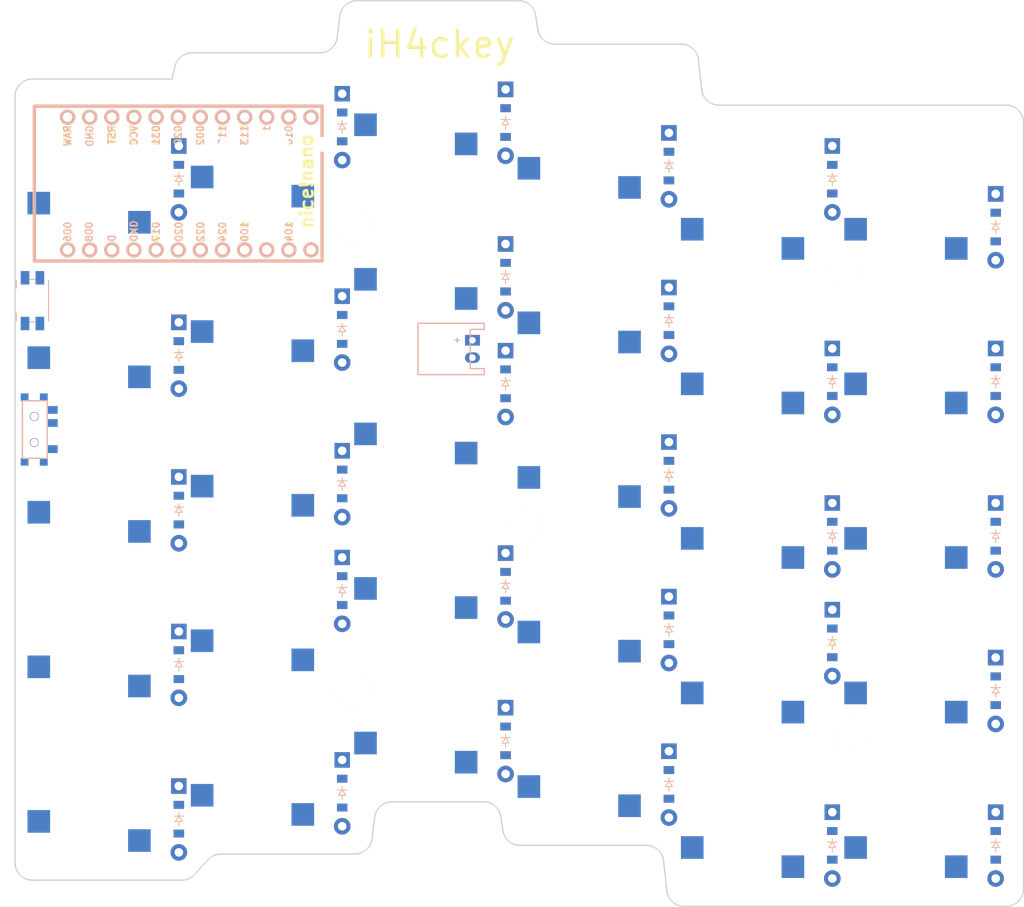
<source format=kicad_pcb>


(kicad_pcb (version 20171130) (host pcbnew 5.1.6)

  (page A3)
  (title_block
    (title "right")
    (rev "v1.0.0")
    (company "Unknown")
  )

  (general
    (thickness 1.6)
  )

  (layers
    (0 F.Cu signal)
    (31 B.Cu signal)
    (32 B.Adhes user)
    (33 F.Adhes user)
    (34 B.Paste user)
    (35 F.Paste user)
    (36 B.SilkS user)
    (37 F.SilkS user)
    (38 B.Mask user)
    (39 F.Mask user)
    (40 Dwgs.User user)
    (41 Cmts.User user)
    (42 Eco1.User user)
    (43 Eco2.User user)
    (44 Edge.Cuts user)
    (45 Margin user)
    (46 B.CrtYd user)
    (47 F.CrtYd user)
    (48 B.Fab user)
    (49 F.Fab user)
  )

  (setup
    (last_trace_width 0.25)
    (trace_clearance 0.2)
    (zone_clearance 0.508)
    (zone_45_only no)
    (trace_min 0.2)
    (via_size 0.8)
    (via_drill 0.4)
    (via_min_size 0.4)
    (via_min_drill 0.3)
    (uvia_size 0.3)
    (uvia_drill 0.1)
    (uvias_allowed no)
    (uvia_min_size 0.2)
    (uvia_min_drill 0.1)
    (edge_width 0.05)
    (segment_width 0.2)
    (pcb_text_width 0.3)
    (pcb_text_size 1.5 1.5)
    (mod_edge_width 0.12)
    (mod_text_size 1 1)
    (mod_text_width 0.15)
    (pad_size 1.524 1.524)
    (pad_drill 0.762)
    (pad_to_mask_clearance 0.05)
    (aux_axis_origin 0 0)
    (visible_elements FFFFFF7F)
    (pcbplotparams
      (layerselection 0x010fc_ffffffff)
      (usegerberextensions false)
      (usegerberattributes true)
      (usegerberadvancedattributes true)
      (creategerberjobfile true)
      (excludeedgelayer true)
      (linewidth 0.100000)
      (plotframeref false)
      (viasonmask false)
      (mode 1)
      (useauxorigin false)
      (hpglpennumber 1)
      (hpglpenspeed 20)
      (hpglpendiameter 15.000000)
      (psnegative false)
      (psa4output false)
      (plotreference true)
      (plotvalue true)
      (plotinvisibletext false)
      (padsonsilk false)
      (subtractmaskfromsilk false)
      (outputformat 1)
      (mirror false)
      (drillshape 1)
      (scaleselection 1)
      (outputdirectory ""))
  )

  (net 0 "")
(net 1 "P020")
(net 2 "mirror_first_mod")
(net 3 "mirror_first_bottom")
(net 4 "mirror_first_home")
(net 5 "mirror_first_top")
(net 6 "mirror_first_num")
(net 7 "P022")
(net 8 "mirror_second_mod")
(net 9 "mirror_second_bottom")
(net 10 "mirror_second_home")
(net 11 "mirror_second_top")
(net 12 "mirror_second_num")
(net 13 "P024")
(net 14 "mirror_third_mod")
(net 15 "mirror_third_bottom")
(net 16 "mirror_third_home")
(net 17 "mirror_third_top")
(net 18 "mirror_third_num")
(net 19 "P100")
(net 20 "mirror_fourth_mod")
(net 21 "mirror_fourth_bottom")
(net 22 "mirror_fourth_home")
(net 23 "mirror_fourth_top")
(net 24 "mirror_fourth_num")
(net 25 "P011")
(net 26 "mirror_fifth_mod")
(net 27 "mirror_fifth_bottom")
(net 28 "mirror_fifth_home")
(net 29 "mirror_fifth_top")
(net 30 "mirror_fifth_num")
(net 31 "P017")
(net 32 "mirror_sixth_mod")
(net 33 "mirror_sixth_bottom")
(net 34 "mirror_sixth_home")
(net 35 "mirror_sixth_top")
(net 36 "mirror_sixth_num")
(net 37 "P113")
(net 38 "P115")
(net 39 "P002")
(net 40 "P029")
(net 41 "P031")
(net 42 "RAW")
(net 43 "GND")
(net 44 "RST")
(net 45 "VCC")
(net 46 "P111")
(net 47 "P010")
(net 48 "P009")
(net 49 "P006")
(net 50 "P008")
(net 51 "P104")
(net 52 "P106")
(net 53 "pos")

  (net_class Default "This is the default net class."
    (clearance 0.2)
    (trace_width 0.25)
    (via_dia 0.8)
    (via_drill 0.4)
    (uvia_dia 0.3)
    (uvia_drill 0.1)
    (add_net "")
(add_net "P020")
(add_net "mirror_first_mod")
(add_net "mirror_first_bottom")
(add_net "mirror_first_home")
(add_net "mirror_first_top")
(add_net "mirror_first_num")
(add_net "P022")
(add_net "mirror_second_mod")
(add_net "mirror_second_bottom")
(add_net "mirror_second_home")
(add_net "mirror_second_top")
(add_net "mirror_second_num")
(add_net "P024")
(add_net "mirror_third_mod")
(add_net "mirror_third_bottom")
(add_net "mirror_third_home")
(add_net "mirror_third_top")
(add_net "mirror_third_num")
(add_net "P100")
(add_net "mirror_fourth_mod")
(add_net "mirror_fourth_bottom")
(add_net "mirror_fourth_home")
(add_net "mirror_fourth_top")
(add_net "mirror_fourth_num")
(add_net "P011")
(add_net "mirror_fifth_mod")
(add_net "mirror_fifth_bottom")
(add_net "mirror_fifth_home")
(add_net "mirror_fifth_top")
(add_net "mirror_fifth_num")
(add_net "P017")
(add_net "mirror_sixth_mod")
(add_net "mirror_sixth_bottom")
(add_net "mirror_sixth_home")
(add_net "mirror_sixth_top")
(add_net "mirror_sixth_num")
(add_net "P113")
(add_net "P115")
(add_net "P002")
(add_net "P029")
(add_net "P031")
(add_net "RAW")
(add_net "GND")
(add_net "RST")
(add_net "VCC")
(add_net "P111")
(add_net "P010")
(add_net "P009")
(add_net "P006")
(add_net "P008")
(add_net "P104")
(add_net "P106")
(add_net "pos")
  )

  
        
      (module PG1350 (layer F.Cu) (tedit 5DD50112)
      (at 347.5 150 -180)

      
      (fp_text reference "S1" (at 0 0) (layer F.SilkS) hide (effects (font (size 1.27 1.27) (thickness 0.15))))
      (fp_text value "" (at 0 0) (layer F.SilkS) hide (effects (font (size 1.27 1.27) (thickness 0.15))))

      
      (fp_line (start -7 -6) (end -7 -7) (layer Dwgs.User) (width 0.15))
      (fp_line (start -7 7) (end -6 7) (layer Dwgs.User) (width 0.15))
      (fp_line (start -6 -7) (end -7 -7) (layer Dwgs.User) (width 0.15))
      (fp_line (start -7 7) (end -7 6) (layer Dwgs.User) (width 0.15))
      (fp_line (start 7 6) (end 7 7) (layer Dwgs.User) (width 0.15))
      (fp_line (start 7 -7) (end 6 -7) (layer Dwgs.User) (width 0.15))
      (fp_line (start 6 7) (end 7 7) (layer Dwgs.User) (width 0.15))
      (fp_line (start 7 -7) (end 7 -6) (layer Dwgs.User) (width 0.15))      
      
      
      (pad "" np_thru_hole circle (at 0 0) (size 3.429 3.429) (drill 3.429) (layers *.Cu *.Mask))
        
      
      (pad "" np_thru_hole circle (at 5.5 0) (size 1.7018 1.7018) (drill 1.7018) (layers *.Cu *.Mask))
      (pad "" np_thru_hole circle (at -5.5 0) (size 1.7018 1.7018) (drill 1.7018) (layers *.Cu *.Mask))
      
        
      
      (fp_line (start -9 -8.5) (end 9 -8.5) (layer Dwgs.User) (width 0.15))
      (fp_line (start 9 -8.5) (end 9 8.5) (layer Dwgs.User) (width 0.15))
      (fp_line (start 9 8.5) (end -9 8.5) (layer Dwgs.User) (width 0.15))
      (fp_line (start -9 8.5) (end -9 -8.5) (layer Dwgs.User) (width 0.15))
      
        
          
          (pad "" np_thru_hole circle (at 5 -3.75) (size 3 3) (drill 3) (layers *.Cu *.Mask))
          (pad "" np_thru_hole circle (at 0 -5.95) (size 3 3) (drill 3) (layers *.Cu *.Mask))
      
          
          (pad 1 smd rect (at -3.275 -5.95 -180) (size 2.6 2.6) (layers B.Cu B.Paste B.Mask)  (net 1 "P020"))
          (pad 2 smd rect (at 8.275 -3.75 -180) (size 2.6 2.6) (layers B.Cu B.Paste B.Mask)  (net 2 "mirror_first_mod"))
        )
        

        
      (module PG1350 (layer F.Cu) (tedit 5DD50112)
      (at 347.5 132.25 -180)

      
      (fp_text reference "S2" (at 0 0) (layer F.SilkS) hide (effects (font (size 1.27 1.27) (thickness 0.15))))
      (fp_text value "" (at 0 0) (layer F.SilkS) hide (effects (font (size 1.27 1.27) (thickness 0.15))))

      
      (fp_line (start -7 -6) (end -7 -7) (layer Dwgs.User) (width 0.15))
      (fp_line (start -7 7) (end -6 7) (layer Dwgs.User) (width 0.15))
      (fp_line (start -6 -7) (end -7 -7) (layer Dwgs.User) (width 0.15))
      (fp_line (start -7 7) (end -7 6) (layer Dwgs.User) (width 0.15))
      (fp_line (start 7 6) (end 7 7) (layer Dwgs.User) (width 0.15))
      (fp_line (start 7 -7) (end 6 -7) (layer Dwgs.User) (width 0.15))
      (fp_line (start 6 7) (end 7 7) (layer Dwgs.User) (width 0.15))
      (fp_line (start 7 -7) (end 7 -6) (layer Dwgs.User) (width 0.15))      
      
      
      (pad "" np_thru_hole circle (at 0 0) (size 3.429 3.429) (drill 3.429) (layers *.Cu *.Mask))
        
      
      (pad "" np_thru_hole circle (at 5.5 0) (size 1.7018 1.7018) (drill 1.7018) (layers *.Cu *.Mask))
      (pad "" np_thru_hole circle (at -5.5 0) (size 1.7018 1.7018) (drill 1.7018) (layers *.Cu *.Mask))
      
        
      
      (fp_line (start -9 -8.5) (end 9 -8.5) (layer Dwgs.User) (width 0.15))
      (fp_line (start 9 -8.5) (end 9 8.5) (layer Dwgs.User) (width 0.15))
      (fp_line (start 9 8.5) (end -9 8.5) (layer Dwgs.User) (width 0.15))
      (fp_line (start -9 8.5) (end -9 -8.5) (layer Dwgs.User) (width 0.15))
      
        
          
          (pad "" np_thru_hole circle (at 5 -3.75) (size 3 3) (drill 3) (layers *.Cu *.Mask))
          (pad "" np_thru_hole circle (at 0 -5.95) (size 3 3) (drill 3) (layers *.Cu *.Mask))
      
          
          (pad 1 smd rect (at -3.275 -5.95 -180) (size 2.6 2.6) (layers B.Cu B.Paste B.Mask)  (net 1 "P020"))
          (pad 2 smd rect (at 8.275 -3.75 -180) (size 2.6 2.6) (layers B.Cu B.Paste B.Mask)  (net 3 "mirror_first_bottom"))
        )
        

        
      (module PG1350 (layer F.Cu) (tedit 5DD50112)
      (at 347.5 114.5 -180)

      
      (fp_text reference "S3" (at 0 0) (layer F.SilkS) hide (effects (font (size 1.27 1.27) (thickness 0.15))))
      (fp_text value "" (at 0 0) (layer F.SilkS) hide (effects (font (size 1.27 1.27) (thickness 0.15))))

      
      (fp_line (start -7 -6) (end -7 -7) (layer Dwgs.User) (width 0.15))
      (fp_line (start -7 7) (end -6 7) (layer Dwgs.User) (width 0.15))
      (fp_line (start -6 -7) (end -7 -7) (layer Dwgs.User) (width 0.15))
      (fp_line (start -7 7) (end -7 6) (layer Dwgs.User) (width 0.15))
      (fp_line (start 7 6) (end 7 7) (layer Dwgs.User) (width 0.15))
      (fp_line (start 7 -7) (end 6 -7) (layer Dwgs.User) (width 0.15))
      (fp_line (start 6 7) (end 7 7) (layer Dwgs.User) (width 0.15))
      (fp_line (start 7 -7) (end 7 -6) (layer Dwgs.User) (width 0.15))      
      
      
      (pad "" np_thru_hole circle (at 0 0) (size 3.429 3.429) (drill 3.429) (layers *.Cu *.Mask))
        
      
      (pad "" np_thru_hole circle (at 5.5 0) (size 1.7018 1.7018) (drill 1.7018) (layers *.Cu *.Mask))
      (pad "" np_thru_hole circle (at -5.5 0) (size 1.7018 1.7018) (drill 1.7018) (layers *.Cu *.Mask))
      
        
      
      (fp_line (start -9 -8.5) (end 9 -8.5) (layer Dwgs.User) (width 0.15))
      (fp_line (start 9 -8.5) (end 9 8.5) (layer Dwgs.User) (width 0.15))
      (fp_line (start 9 8.5) (end -9 8.5) (layer Dwgs.User) (width 0.15))
      (fp_line (start -9 8.5) (end -9 -8.5) (layer Dwgs.User) (width 0.15))
      
        
          
          (pad "" np_thru_hole circle (at 5 -3.75) (size 3 3) (drill 3) (layers *.Cu *.Mask))
          (pad "" np_thru_hole circle (at 0 -5.95) (size 3 3) (drill 3) (layers *.Cu *.Mask))
      
          
          (pad 1 smd rect (at -3.275 -5.95 -180) (size 2.6 2.6) (layers B.Cu B.Paste B.Mask)  (net 1 "P020"))
          (pad 2 smd rect (at 8.275 -3.75 -180) (size 2.6 2.6) (layers B.Cu B.Paste B.Mask)  (net 4 "mirror_first_home"))
        )
        

        
      (module PG1350 (layer F.Cu) (tedit 5DD50112)
      (at 347.5 96.75 -180)

      
      (fp_text reference "S4" (at 0 0) (layer F.SilkS) hide (effects (font (size 1.27 1.27) (thickness 0.15))))
      (fp_text value "" (at 0 0) (layer F.SilkS) hide (effects (font (size 1.27 1.27) (thickness 0.15))))

      
      (fp_line (start -7 -6) (end -7 -7) (layer Dwgs.User) (width 0.15))
      (fp_line (start -7 7) (end -6 7) (layer Dwgs.User) (width 0.15))
      (fp_line (start -6 -7) (end -7 -7) (layer Dwgs.User) (width 0.15))
      (fp_line (start -7 7) (end -7 6) (layer Dwgs.User) (width 0.15))
      (fp_line (start 7 6) (end 7 7) (layer Dwgs.User) (width 0.15))
      (fp_line (start 7 -7) (end 6 -7) (layer Dwgs.User) (width 0.15))
      (fp_line (start 6 7) (end 7 7) (layer Dwgs.User) (width 0.15))
      (fp_line (start 7 -7) (end 7 -6) (layer Dwgs.User) (width 0.15))      
      
      
      (pad "" np_thru_hole circle (at 0 0) (size 3.429 3.429) (drill 3.429) (layers *.Cu *.Mask))
        
      
      (pad "" np_thru_hole circle (at 5.5 0) (size 1.7018 1.7018) (drill 1.7018) (layers *.Cu *.Mask))
      (pad "" np_thru_hole circle (at -5.5 0) (size 1.7018 1.7018) (drill 1.7018) (layers *.Cu *.Mask))
      
        
      
      (fp_line (start -9 -8.5) (end 9 -8.5) (layer Dwgs.User) (width 0.15))
      (fp_line (start 9 -8.5) (end 9 8.5) (layer Dwgs.User) (width 0.15))
      (fp_line (start 9 8.5) (end -9 8.5) (layer Dwgs.User) (width 0.15))
      (fp_line (start -9 8.5) (end -9 -8.5) (layer Dwgs.User) (width 0.15))
      
        
          
          (pad "" np_thru_hole circle (at 5 -3.75) (size 3 3) (drill 3) (layers *.Cu *.Mask))
          (pad "" np_thru_hole circle (at 0 -5.95) (size 3 3) (drill 3) (layers *.Cu *.Mask))
      
          
          (pad 1 smd rect (at -3.275 -5.95 -180) (size 2.6 2.6) (layers B.Cu B.Paste B.Mask)  (net 1 "P020"))
          (pad 2 smd rect (at 8.275 -3.75 -180) (size 2.6 2.6) (layers B.Cu B.Paste B.Mask)  (net 5 "mirror_first_top"))
        )
        

        
      (module PG1350 (layer F.Cu) (tedit 5DD50112)
      (at 347.5 79 -180)

      
      (fp_text reference "S5" (at 0 0) (layer F.SilkS) hide (effects (font (size 1.27 1.27) (thickness 0.15))))
      (fp_text value "" (at 0 0) (layer F.SilkS) hide (effects (font (size 1.27 1.27) (thickness 0.15))))

      
      (fp_line (start -7 -6) (end -7 -7) (layer Dwgs.User) (width 0.15))
      (fp_line (start -7 7) (end -6 7) (layer Dwgs.User) (width 0.15))
      (fp_line (start -6 -7) (end -7 -7) (layer Dwgs.User) (width 0.15))
      (fp_line (start -7 7) (end -7 6) (layer Dwgs.User) (width 0.15))
      (fp_line (start 7 6) (end 7 7) (layer Dwgs.User) (width 0.15))
      (fp_line (start 7 -7) (end 6 -7) (layer Dwgs.User) (width 0.15))
      (fp_line (start 6 7) (end 7 7) (layer Dwgs.User) (width 0.15))
      (fp_line (start 7 -7) (end 7 -6) (layer Dwgs.User) (width 0.15))      
      
      
      (pad "" np_thru_hole circle (at 0 0) (size 3.429 3.429) (drill 3.429) (layers *.Cu *.Mask))
        
      
      (pad "" np_thru_hole circle (at 5.5 0) (size 1.7018 1.7018) (drill 1.7018) (layers *.Cu *.Mask))
      (pad "" np_thru_hole circle (at -5.5 0) (size 1.7018 1.7018) (drill 1.7018) (layers *.Cu *.Mask))
      
        
      
      (fp_line (start -9 -8.5) (end 9 -8.5) (layer Dwgs.User) (width 0.15))
      (fp_line (start 9 -8.5) (end 9 8.5) (layer Dwgs.User) (width 0.15))
      (fp_line (start 9 8.5) (end -9 8.5) (layer Dwgs.User) (width 0.15))
      (fp_line (start -9 8.5) (end -9 -8.5) (layer Dwgs.User) (width 0.15))
      
        
          
          (pad "" np_thru_hole circle (at 5 -3.75) (size 3 3) (drill 3) (layers *.Cu *.Mask))
          (pad "" np_thru_hole circle (at 0 -5.95) (size 3 3) (drill 3) (layers *.Cu *.Mask))
      
          
          (pad 1 smd rect (at -3.275 -5.95 -180) (size 2.6 2.6) (layers B.Cu B.Paste B.Mask)  (net 1 "P020"))
          (pad 2 smd rect (at 8.275 -3.75 -180) (size 2.6 2.6) (layers B.Cu B.Paste B.Mask)  (net 6 "mirror_first_num"))
        )
        

        
      (module PG1350 (layer F.Cu) (tedit 5DD50112)
      (at 328.75 150 -180)

      
      (fp_text reference "S6" (at 0 0) (layer F.SilkS) hide (effects (font (size 1.27 1.27) (thickness 0.15))))
      (fp_text value "" (at 0 0) (layer F.SilkS) hide (effects (font (size 1.27 1.27) (thickness 0.15))))

      
      (fp_line (start -7 -6) (end -7 -7) (layer Dwgs.User) (width 0.15))
      (fp_line (start -7 7) (end -6 7) (layer Dwgs.User) (width 0.15))
      (fp_line (start -6 -7) (end -7 -7) (layer Dwgs.User) (width 0.15))
      (fp_line (start -7 7) (end -7 6) (layer Dwgs.User) (width 0.15))
      (fp_line (start 7 6) (end 7 7) (layer Dwgs.User) (width 0.15))
      (fp_line (start 7 -7) (end 6 -7) (layer Dwgs.User) (width 0.15))
      (fp_line (start 6 7) (end 7 7) (layer Dwgs.User) (width 0.15))
      (fp_line (start 7 -7) (end 7 -6) (layer Dwgs.User) (width 0.15))      
      
      
      (pad "" np_thru_hole circle (at 0 0) (size 3.429 3.429) (drill 3.429) (layers *.Cu *.Mask))
        
      
      (pad "" np_thru_hole circle (at 5.5 0) (size 1.7018 1.7018) (drill 1.7018) (layers *.Cu *.Mask))
      (pad "" np_thru_hole circle (at -5.5 0) (size 1.7018 1.7018) (drill 1.7018) (layers *.Cu *.Mask))
      
        
      
      (fp_line (start -9 -8.5) (end 9 -8.5) (layer Dwgs.User) (width 0.15))
      (fp_line (start 9 -8.5) (end 9 8.5) (layer Dwgs.User) (width 0.15))
      (fp_line (start 9 8.5) (end -9 8.5) (layer Dwgs.User) (width 0.15))
      (fp_line (start -9 8.5) (end -9 -8.5) (layer Dwgs.User) (width 0.15))
      
        
          
          (pad "" np_thru_hole circle (at 5 -3.75) (size 3 3) (drill 3) (layers *.Cu *.Mask))
          (pad "" np_thru_hole circle (at 0 -5.95) (size 3 3) (drill 3) (layers *.Cu *.Mask))
      
          
          (pad 1 smd rect (at -3.275 -5.95 -180) (size 2.6 2.6) (layers B.Cu B.Paste B.Mask)  (net 7 "P022"))
          (pad 2 smd rect (at 8.275 -3.75 -180) (size 2.6 2.6) (layers B.Cu B.Paste B.Mask)  (net 8 "mirror_second_mod"))
        )
        

        
      (module PG1350 (layer F.Cu) (tedit 5DD50112)
      (at 328.75 132.25 -180)

      
      (fp_text reference "S7" (at 0 0) (layer F.SilkS) hide (effects (font (size 1.27 1.27) (thickness 0.15))))
      (fp_text value "" (at 0 0) (layer F.SilkS) hide (effects (font (size 1.27 1.27) (thickness 0.15))))

      
      (fp_line (start -7 -6) (end -7 -7) (layer Dwgs.User) (width 0.15))
      (fp_line (start -7 7) (end -6 7) (layer Dwgs.User) (width 0.15))
      (fp_line (start -6 -7) (end -7 -7) (layer Dwgs.User) (width 0.15))
      (fp_line (start -7 7) (end -7 6) (layer Dwgs.User) (width 0.15))
      (fp_line (start 7 6) (end 7 7) (layer Dwgs.User) (width 0.15))
      (fp_line (start 7 -7) (end 6 -7) (layer Dwgs.User) (width 0.15))
      (fp_line (start 6 7) (end 7 7) (layer Dwgs.User) (width 0.15))
      (fp_line (start 7 -7) (end 7 -6) (layer Dwgs.User) (width 0.15))      
      
      
      (pad "" np_thru_hole circle (at 0 0) (size 3.429 3.429) (drill 3.429) (layers *.Cu *.Mask))
        
      
      (pad "" np_thru_hole circle (at 5.5 0) (size 1.7018 1.7018) (drill 1.7018) (layers *.Cu *.Mask))
      (pad "" np_thru_hole circle (at -5.5 0) (size 1.7018 1.7018) (drill 1.7018) (layers *.Cu *.Mask))
      
        
      
      (fp_line (start -9 -8.5) (end 9 -8.5) (layer Dwgs.User) (width 0.15))
      (fp_line (start 9 -8.5) (end 9 8.5) (layer Dwgs.User) (width 0.15))
      (fp_line (start 9 8.5) (end -9 8.5) (layer Dwgs.User) (width 0.15))
      (fp_line (start -9 8.5) (end -9 -8.5) (layer Dwgs.User) (width 0.15))
      
        
          
          (pad "" np_thru_hole circle (at 5 -3.75) (size 3 3) (drill 3) (layers *.Cu *.Mask))
          (pad "" np_thru_hole circle (at 0 -5.95) (size 3 3) (drill 3) (layers *.Cu *.Mask))
      
          
          (pad 1 smd rect (at -3.275 -5.95 -180) (size 2.6 2.6) (layers B.Cu B.Paste B.Mask)  (net 7 "P022"))
          (pad 2 smd rect (at 8.275 -3.75 -180) (size 2.6 2.6) (layers B.Cu B.Paste B.Mask)  (net 9 "mirror_second_bottom"))
        )
        

        
      (module PG1350 (layer F.Cu) (tedit 5DD50112)
      (at 328.75 114.5 -180)

      
      (fp_text reference "S8" (at 0 0) (layer F.SilkS) hide (effects (font (size 1.27 1.27) (thickness 0.15))))
      (fp_text value "" (at 0 0) (layer F.SilkS) hide (effects (font (size 1.27 1.27) (thickness 0.15))))

      
      (fp_line (start -7 -6) (end -7 -7) (layer Dwgs.User) (width 0.15))
      (fp_line (start -7 7) (end -6 7) (layer Dwgs.User) (width 0.15))
      (fp_line (start -6 -7) (end -7 -7) (layer Dwgs.User) (width 0.15))
      (fp_line (start -7 7) (end -7 6) (layer Dwgs.User) (width 0.15))
      (fp_line (start 7 6) (end 7 7) (layer Dwgs.User) (width 0.15))
      (fp_line (start 7 -7) (end 6 -7) (layer Dwgs.User) (width 0.15))
      (fp_line (start 6 7) (end 7 7) (layer Dwgs.User) (width 0.15))
      (fp_line (start 7 -7) (end 7 -6) (layer Dwgs.User) (width 0.15))      
      
      
      (pad "" np_thru_hole circle (at 0 0) (size 3.429 3.429) (drill 3.429) (layers *.Cu *.Mask))
        
      
      (pad "" np_thru_hole circle (at 5.5 0) (size 1.7018 1.7018) (drill 1.7018) (layers *.Cu *.Mask))
      (pad "" np_thru_hole circle (at -5.5 0) (size 1.7018 1.7018) (drill 1.7018) (layers *.Cu *.Mask))
      
        
      
      (fp_line (start -9 -8.5) (end 9 -8.5) (layer Dwgs.User) (width 0.15))
      (fp_line (start 9 -8.5) (end 9 8.5) (layer Dwgs.User) (width 0.15))
      (fp_line (start 9 8.5) (end -9 8.5) (layer Dwgs.User) (width 0.15))
      (fp_line (start -9 8.5) (end -9 -8.5) (layer Dwgs.User) (width 0.15))
      
        
          
          (pad "" np_thru_hole circle (at 5 -3.75) (size 3 3) (drill 3) (layers *.Cu *.Mask))
          (pad "" np_thru_hole circle (at 0 -5.95) (size 3 3) (drill 3) (layers *.Cu *.Mask))
      
          
          (pad 1 smd rect (at -3.275 -5.95 -180) (size 2.6 2.6) (layers B.Cu B.Paste B.Mask)  (net 7 "P022"))
          (pad 2 smd rect (at 8.275 -3.75 -180) (size 2.6 2.6) (layers B.Cu B.Paste B.Mask)  (net 10 "mirror_second_home"))
        )
        

        
      (module PG1350 (layer F.Cu) (tedit 5DD50112)
      (at 328.75 96.75 -180)

      
      (fp_text reference "S9" (at 0 0) (layer F.SilkS) hide (effects (font (size 1.27 1.27) (thickness 0.15))))
      (fp_text value "" (at 0 0) (layer F.SilkS) hide (effects (font (size 1.27 1.27) (thickness 0.15))))

      
      (fp_line (start -7 -6) (end -7 -7) (layer Dwgs.User) (width 0.15))
      (fp_line (start -7 7) (end -6 7) (layer Dwgs.User) (width 0.15))
      (fp_line (start -6 -7) (end -7 -7) (layer Dwgs.User) (width 0.15))
      (fp_line (start -7 7) (end -7 6) (layer Dwgs.User) (width 0.15))
      (fp_line (start 7 6) (end 7 7) (layer Dwgs.User) (width 0.15))
      (fp_line (start 7 -7) (end 6 -7) (layer Dwgs.User) (width 0.15))
      (fp_line (start 6 7) (end 7 7) (layer Dwgs.User) (width 0.15))
      (fp_line (start 7 -7) (end 7 -6) (layer Dwgs.User) (width 0.15))      
      
      
      (pad "" np_thru_hole circle (at 0 0) (size 3.429 3.429) (drill 3.429) (layers *.Cu *.Mask))
        
      
      (pad "" np_thru_hole circle (at 5.5 0) (size 1.7018 1.7018) (drill 1.7018) (layers *.Cu *.Mask))
      (pad "" np_thru_hole circle (at -5.5 0) (size 1.7018 1.7018) (drill 1.7018) (layers *.Cu *.Mask))
      
        
      
      (fp_line (start -9 -8.5) (end 9 -8.5) (layer Dwgs.User) (width 0.15))
      (fp_line (start 9 -8.5) (end 9 8.5) (layer Dwgs.User) (width 0.15))
      (fp_line (start 9 8.5) (end -9 8.5) (layer Dwgs.User) (width 0.15))
      (fp_line (start -9 8.5) (end -9 -8.5) (layer Dwgs.User) (width 0.15))
      
        
          
          (pad "" np_thru_hole circle (at 5 -3.75) (size 3 3) (drill 3) (layers *.Cu *.Mask))
          (pad "" np_thru_hole circle (at 0 -5.95) (size 3 3) (drill 3) (layers *.Cu *.Mask))
      
          
          (pad 1 smd rect (at -3.275 -5.95 -180) (size 2.6 2.6) (layers B.Cu B.Paste B.Mask)  (net 7 "P022"))
          (pad 2 smd rect (at 8.275 -3.75 -180) (size 2.6 2.6) (layers B.Cu B.Paste B.Mask)  (net 11 "mirror_second_top"))
        )
        

        
      (module PG1350 (layer F.Cu) (tedit 5DD50112)
      (at 328.75 79 -180)

      
      (fp_text reference "S10" (at 0 0) (layer F.SilkS) hide (effects (font (size 1.27 1.27) (thickness 0.15))))
      (fp_text value "" (at 0 0) (layer F.SilkS) hide (effects (font (size 1.27 1.27) (thickness 0.15))))

      
      (fp_line (start -7 -6) (end -7 -7) (layer Dwgs.User) (width 0.15))
      (fp_line (start -7 7) (end -6 7) (layer Dwgs.User) (width 0.15))
      (fp_line (start -6 -7) (end -7 -7) (layer Dwgs.User) (width 0.15))
      (fp_line (start -7 7) (end -7 6) (layer Dwgs.User) (width 0.15))
      (fp_line (start 7 6) (end 7 7) (layer Dwgs.User) (width 0.15))
      (fp_line (start 7 -7) (end 6 -7) (layer Dwgs.User) (width 0.15))
      (fp_line (start 6 7) (end 7 7) (layer Dwgs.User) (width 0.15))
      (fp_line (start 7 -7) (end 7 -6) (layer Dwgs.User) (width 0.15))      
      
      
      (pad "" np_thru_hole circle (at 0 0) (size 3.429 3.429) (drill 3.429) (layers *.Cu *.Mask))
        
      
      (pad "" np_thru_hole circle (at 5.5 0) (size 1.7018 1.7018) (drill 1.7018) (layers *.Cu *.Mask))
      (pad "" np_thru_hole circle (at -5.5 0) (size 1.7018 1.7018) (drill 1.7018) (layers *.Cu *.Mask))
      
        
      
      (fp_line (start -9 -8.5) (end 9 -8.5) (layer Dwgs.User) (width 0.15))
      (fp_line (start 9 -8.5) (end 9 8.5) (layer Dwgs.User) (width 0.15))
      (fp_line (start 9 8.5) (end -9 8.5) (layer Dwgs.User) (width 0.15))
      (fp_line (start -9 8.5) (end -9 -8.5) (layer Dwgs.User) (width 0.15))
      
        
          
          (pad "" np_thru_hole circle (at 5 -3.75) (size 3 3) (drill 3) (layers *.Cu *.Mask))
          (pad "" np_thru_hole circle (at 0 -5.95) (size 3 3) (drill 3) (layers *.Cu *.Mask))
      
          
          (pad 1 smd rect (at -3.275 -5.95 -180) (size 2.6 2.6) (layers B.Cu B.Paste B.Mask)  (net 7 "P022"))
          (pad 2 smd rect (at 8.275 -3.75 -180) (size 2.6 2.6) (layers B.Cu B.Paste B.Mask)  (net 12 "mirror_second_num"))
        )
        

        
      (module PG1350 (layer F.Cu) (tedit 5DD50112)
      (at 310 143 -180)

      
      (fp_text reference "S11" (at 0 0) (layer F.SilkS) hide (effects (font (size 1.27 1.27) (thickness 0.15))))
      (fp_text value "" (at 0 0) (layer F.SilkS) hide (effects (font (size 1.27 1.27) (thickness 0.15))))

      
      (fp_line (start -7 -6) (end -7 -7) (layer Dwgs.User) (width 0.15))
      (fp_line (start -7 7) (end -6 7) (layer Dwgs.User) (width 0.15))
      (fp_line (start -6 -7) (end -7 -7) (layer Dwgs.User) (width 0.15))
      (fp_line (start -7 7) (end -7 6) (layer Dwgs.User) (width 0.15))
      (fp_line (start 7 6) (end 7 7) (layer Dwgs.User) (width 0.15))
      (fp_line (start 7 -7) (end 6 -7) (layer Dwgs.User) (width 0.15))
      (fp_line (start 6 7) (end 7 7) (layer Dwgs.User) (width 0.15))
      (fp_line (start 7 -7) (end 7 -6) (layer Dwgs.User) (width 0.15))      
      
      
      (pad "" np_thru_hole circle (at 0 0) (size 3.429 3.429) (drill 3.429) (layers *.Cu *.Mask))
        
      
      (pad "" np_thru_hole circle (at 5.5 0) (size 1.7018 1.7018) (drill 1.7018) (layers *.Cu *.Mask))
      (pad "" np_thru_hole circle (at -5.5 0) (size 1.7018 1.7018) (drill 1.7018) (layers *.Cu *.Mask))
      
        
      
      (fp_line (start -9 -8.5) (end 9 -8.5) (layer Dwgs.User) (width 0.15))
      (fp_line (start 9 -8.5) (end 9 8.5) (layer Dwgs.User) (width 0.15))
      (fp_line (start 9 8.5) (end -9 8.5) (layer Dwgs.User) (width 0.15))
      (fp_line (start -9 8.5) (end -9 -8.5) (layer Dwgs.User) (width 0.15))
      
        
          
          (pad "" np_thru_hole circle (at 5 -3.75) (size 3 3) (drill 3) (layers *.Cu *.Mask))
          (pad "" np_thru_hole circle (at 0 -5.95) (size 3 3) (drill 3) (layers *.Cu *.Mask))
      
          
          (pad 1 smd rect (at -3.275 -5.95 -180) (size 2.6 2.6) (layers B.Cu B.Paste B.Mask)  (net 13 "P024"))
          (pad 2 smd rect (at 8.275 -3.75 -180) (size 2.6 2.6) (layers B.Cu B.Paste B.Mask)  (net 14 "mirror_third_mod"))
        )
        

        
      (module PG1350 (layer F.Cu) (tedit 5DD50112)
      (at 310 125.25 -180)

      
      (fp_text reference "S12" (at 0 0) (layer F.SilkS) hide (effects (font (size 1.27 1.27) (thickness 0.15))))
      (fp_text value "" (at 0 0) (layer F.SilkS) hide (effects (font (size 1.27 1.27) (thickness 0.15))))

      
      (fp_line (start -7 -6) (end -7 -7) (layer Dwgs.User) (width 0.15))
      (fp_line (start -7 7) (end -6 7) (layer Dwgs.User) (width 0.15))
      (fp_line (start -6 -7) (end -7 -7) (layer Dwgs.User) (width 0.15))
      (fp_line (start -7 7) (end -7 6) (layer Dwgs.User) (width 0.15))
      (fp_line (start 7 6) (end 7 7) (layer Dwgs.User) (width 0.15))
      (fp_line (start 7 -7) (end 6 -7) (layer Dwgs.User) (width 0.15))
      (fp_line (start 6 7) (end 7 7) (layer Dwgs.User) (width 0.15))
      (fp_line (start 7 -7) (end 7 -6) (layer Dwgs.User) (width 0.15))      
      
      
      (pad "" np_thru_hole circle (at 0 0) (size 3.429 3.429) (drill 3.429) (layers *.Cu *.Mask))
        
      
      (pad "" np_thru_hole circle (at 5.5 0) (size 1.7018 1.7018) (drill 1.7018) (layers *.Cu *.Mask))
      (pad "" np_thru_hole circle (at -5.5 0) (size 1.7018 1.7018) (drill 1.7018) (layers *.Cu *.Mask))
      
        
      
      (fp_line (start -9 -8.5) (end 9 -8.5) (layer Dwgs.User) (width 0.15))
      (fp_line (start 9 -8.5) (end 9 8.5) (layer Dwgs.User) (width 0.15))
      (fp_line (start 9 8.5) (end -9 8.5) (layer Dwgs.User) (width 0.15))
      (fp_line (start -9 8.5) (end -9 -8.5) (layer Dwgs.User) (width 0.15))
      
        
          
          (pad "" np_thru_hole circle (at 5 -3.75) (size 3 3) (drill 3) (layers *.Cu *.Mask))
          (pad "" np_thru_hole circle (at 0 -5.95) (size 3 3) (drill 3) (layers *.Cu *.Mask))
      
          
          (pad 1 smd rect (at -3.275 -5.95 -180) (size 2.6 2.6) (layers B.Cu B.Paste B.Mask)  (net 13 "P024"))
          (pad 2 smd rect (at 8.275 -3.75 -180) (size 2.6 2.6) (layers B.Cu B.Paste B.Mask)  (net 15 "mirror_third_bottom"))
        )
        

        
      (module PG1350 (layer F.Cu) (tedit 5DD50112)
      (at 310 107.5 -180)

      
      (fp_text reference "S13" (at 0 0) (layer F.SilkS) hide (effects (font (size 1.27 1.27) (thickness 0.15))))
      (fp_text value "" (at 0 0) (layer F.SilkS) hide (effects (font (size 1.27 1.27) (thickness 0.15))))

      
      (fp_line (start -7 -6) (end -7 -7) (layer Dwgs.User) (width 0.15))
      (fp_line (start -7 7) (end -6 7) (layer Dwgs.User) (width 0.15))
      (fp_line (start -6 -7) (end -7 -7) (layer Dwgs.User) (width 0.15))
      (fp_line (start -7 7) (end -7 6) (layer Dwgs.User) (width 0.15))
      (fp_line (start 7 6) (end 7 7) (layer Dwgs.User) (width 0.15))
      (fp_line (start 7 -7) (end 6 -7) (layer Dwgs.User) (width 0.15))
      (fp_line (start 6 7) (end 7 7) (layer Dwgs.User) (width 0.15))
      (fp_line (start 7 -7) (end 7 -6) (layer Dwgs.User) (width 0.15))      
      
      
      (pad "" np_thru_hole circle (at 0 0) (size 3.429 3.429) (drill 3.429) (layers *.Cu *.Mask))
        
      
      (pad "" np_thru_hole circle (at 5.5 0) (size 1.7018 1.7018) (drill 1.7018) (layers *.Cu *.Mask))
      (pad "" np_thru_hole circle (at -5.5 0) (size 1.7018 1.7018) (drill 1.7018) (layers *.Cu *.Mask))
      
        
      
      (fp_line (start -9 -8.5) (end 9 -8.5) (layer Dwgs.User) (width 0.15))
      (fp_line (start 9 -8.5) (end 9 8.5) (layer Dwgs.User) (width 0.15))
      (fp_line (start 9 8.5) (end -9 8.5) (layer Dwgs.User) (width 0.15))
      (fp_line (start -9 8.5) (end -9 -8.5) (layer Dwgs.User) (width 0.15))
      
        
          
          (pad "" np_thru_hole circle (at 5 -3.75) (size 3 3) (drill 3) (layers *.Cu *.Mask))
          (pad "" np_thru_hole circle (at 0 -5.95) (size 3 3) (drill 3) (layers *.Cu *.Mask))
      
          
          (pad 1 smd rect (at -3.275 -5.95 -180) (size 2.6 2.6) (layers B.Cu B.Paste B.Mask)  (net 13 "P024"))
          (pad 2 smd rect (at 8.275 -3.75 -180) (size 2.6 2.6) (layers B.Cu B.Paste B.Mask)  (net 16 "mirror_third_home"))
        )
        

        
      (module PG1350 (layer F.Cu) (tedit 5DD50112)
      (at 310 89.75 -180)

      
      (fp_text reference "S14" (at 0 0) (layer F.SilkS) hide (effects (font (size 1.27 1.27) (thickness 0.15))))
      (fp_text value "" (at 0 0) (layer F.SilkS) hide (effects (font (size 1.27 1.27) (thickness 0.15))))

      
      (fp_line (start -7 -6) (end -7 -7) (layer Dwgs.User) (width 0.15))
      (fp_line (start -7 7) (end -6 7) (layer Dwgs.User) (width 0.15))
      (fp_line (start -6 -7) (end -7 -7) (layer Dwgs.User) (width 0.15))
      (fp_line (start -7 7) (end -7 6) (layer Dwgs.User) (width 0.15))
      (fp_line (start 7 6) (end 7 7) (layer Dwgs.User) (width 0.15))
      (fp_line (start 7 -7) (end 6 -7) (layer Dwgs.User) (width 0.15))
      (fp_line (start 6 7) (end 7 7) (layer Dwgs.User) (width 0.15))
      (fp_line (start 7 -7) (end 7 -6) (layer Dwgs.User) (width 0.15))      
      
      
      (pad "" np_thru_hole circle (at 0 0) (size 3.429 3.429) (drill 3.429) (layers *.Cu *.Mask))
        
      
      (pad "" np_thru_hole circle (at 5.5 0) (size 1.7018 1.7018) (drill 1.7018) (layers *.Cu *.Mask))
      (pad "" np_thru_hole circle (at -5.5 0) (size 1.7018 1.7018) (drill 1.7018) (layers *.Cu *.Mask))
      
        
      
      (fp_line (start -9 -8.5) (end 9 -8.5) (layer Dwgs.User) (width 0.15))
      (fp_line (start 9 -8.5) (end 9 8.5) (layer Dwgs.User) (width 0.15))
      (fp_line (start 9 8.5) (end -9 8.5) (layer Dwgs.User) (width 0.15))
      (fp_line (start -9 8.5) (end -9 -8.5) (layer Dwgs.User) (width 0.15))
      
        
          
          (pad "" np_thru_hole circle (at 5 -3.75) (size 3 3) (drill 3) (layers *.Cu *.Mask))
          (pad "" np_thru_hole circle (at 0 -5.95) (size 3 3) (drill 3) (layers *.Cu *.Mask))
      
          
          (pad 1 smd rect (at -3.275 -5.95 -180) (size 2.6 2.6) (layers B.Cu B.Paste B.Mask)  (net 13 "P024"))
          (pad 2 smd rect (at 8.275 -3.75 -180) (size 2.6 2.6) (layers B.Cu B.Paste B.Mask)  (net 17 "mirror_third_top"))
        )
        

        
      (module PG1350 (layer F.Cu) (tedit 5DD50112)
      (at 310 72 -180)

      
      (fp_text reference "S15" (at 0 0) (layer F.SilkS) hide (effects (font (size 1.27 1.27) (thickness 0.15))))
      (fp_text value "" (at 0 0) (layer F.SilkS) hide (effects (font (size 1.27 1.27) (thickness 0.15))))

      
      (fp_line (start -7 -6) (end -7 -7) (layer Dwgs.User) (width 0.15))
      (fp_line (start -7 7) (end -6 7) (layer Dwgs.User) (width 0.15))
      (fp_line (start -6 -7) (end -7 -7) (layer Dwgs.User) (width 0.15))
      (fp_line (start -7 7) (end -7 6) (layer Dwgs.User) (width 0.15))
      (fp_line (start 7 6) (end 7 7) (layer Dwgs.User) (width 0.15))
      (fp_line (start 7 -7) (end 6 -7) (layer Dwgs.User) (width 0.15))
      (fp_line (start 6 7) (end 7 7) (layer Dwgs.User) (width 0.15))
      (fp_line (start 7 -7) (end 7 -6) (layer Dwgs.User) (width 0.15))      
      
      
      (pad "" np_thru_hole circle (at 0 0) (size 3.429 3.429) (drill 3.429) (layers *.Cu *.Mask))
        
      
      (pad "" np_thru_hole circle (at 5.5 0) (size 1.7018 1.7018) (drill 1.7018) (layers *.Cu *.Mask))
      (pad "" np_thru_hole circle (at -5.5 0) (size 1.7018 1.7018) (drill 1.7018) (layers *.Cu *.Mask))
      
        
      
      (fp_line (start -9 -8.5) (end 9 -8.5) (layer Dwgs.User) (width 0.15))
      (fp_line (start 9 -8.5) (end 9 8.5) (layer Dwgs.User) (width 0.15))
      (fp_line (start 9 8.5) (end -9 8.5) (layer Dwgs.User) (width 0.15))
      (fp_line (start -9 8.5) (end -9 -8.5) (layer Dwgs.User) (width 0.15))
      
        
          
          (pad "" np_thru_hole circle (at 5 -3.75) (size 3 3) (drill 3) (layers *.Cu *.Mask))
          (pad "" np_thru_hole circle (at 0 -5.95) (size 3 3) (drill 3) (layers *.Cu *.Mask))
      
          
          (pad 1 smd rect (at -3.275 -5.95 -180) (size 2.6 2.6) (layers B.Cu B.Paste B.Mask)  (net 13 "P024"))
          (pad 2 smd rect (at 8.275 -3.75 -180) (size 2.6 2.6) (layers B.Cu B.Paste B.Mask)  (net 18 "mirror_third_num"))
        )
        

        
      (module PG1350 (layer F.Cu) (tedit 5DD50112)
      (at 291.25 138 -180)

      
      (fp_text reference "S16" (at 0 0) (layer F.SilkS) hide (effects (font (size 1.27 1.27) (thickness 0.15))))
      (fp_text value "" (at 0 0) (layer F.SilkS) hide (effects (font (size 1.27 1.27) (thickness 0.15))))

      
      (fp_line (start -7 -6) (end -7 -7) (layer Dwgs.User) (width 0.15))
      (fp_line (start -7 7) (end -6 7) (layer Dwgs.User) (width 0.15))
      (fp_line (start -6 -7) (end -7 -7) (layer Dwgs.User) (width 0.15))
      (fp_line (start -7 7) (end -7 6) (layer Dwgs.User) (width 0.15))
      (fp_line (start 7 6) (end 7 7) (layer Dwgs.User) (width 0.15))
      (fp_line (start 7 -7) (end 6 -7) (layer Dwgs.User) (width 0.15))
      (fp_line (start 6 7) (end 7 7) (layer Dwgs.User) (width 0.15))
      (fp_line (start 7 -7) (end 7 -6) (layer Dwgs.User) (width 0.15))      
      
      
      (pad "" np_thru_hole circle (at 0 0) (size 3.429 3.429) (drill 3.429) (layers *.Cu *.Mask))
        
      
      (pad "" np_thru_hole circle (at 5.5 0) (size 1.7018 1.7018) (drill 1.7018) (layers *.Cu *.Mask))
      (pad "" np_thru_hole circle (at -5.5 0) (size 1.7018 1.7018) (drill 1.7018) (layers *.Cu *.Mask))
      
        
      
      (fp_line (start -9 -8.5) (end 9 -8.5) (layer Dwgs.User) (width 0.15))
      (fp_line (start 9 -8.5) (end 9 8.5) (layer Dwgs.User) (width 0.15))
      (fp_line (start 9 8.5) (end -9 8.5) (layer Dwgs.User) (width 0.15))
      (fp_line (start -9 8.5) (end -9 -8.5) (layer Dwgs.User) (width 0.15))
      
        
          
          (pad "" np_thru_hole circle (at 5 -3.75) (size 3 3) (drill 3) (layers *.Cu *.Mask))
          (pad "" np_thru_hole circle (at 0 -5.95) (size 3 3) (drill 3) (layers *.Cu *.Mask))
      
          
          (pad 1 smd rect (at -3.275 -5.95 -180) (size 2.6 2.6) (layers B.Cu B.Paste B.Mask)  (net 19 "P100"))
          (pad 2 smd rect (at 8.275 -3.75 -180) (size 2.6 2.6) (layers B.Cu B.Paste B.Mask)  (net 20 "mirror_fourth_mod"))
        )
        

        
      (module PG1350 (layer F.Cu) (tedit 5DD50112)
      (at 291.25 120.25 -180)

      
      (fp_text reference "S17" (at 0 0) (layer F.SilkS) hide (effects (font (size 1.27 1.27) (thickness 0.15))))
      (fp_text value "" (at 0 0) (layer F.SilkS) hide (effects (font (size 1.27 1.27) (thickness 0.15))))

      
      (fp_line (start -7 -6) (end -7 -7) (layer Dwgs.User) (width 0.15))
      (fp_line (start -7 7) (end -6 7) (layer Dwgs.User) (width 0.15))
      (fp_line (start -6 -7) (end -7 -7) (layer Dwgs.User) (width 0.15))
      (fp_line (start -7 7) (end -7 6) (layer Dwgs.User) (width 0.15))
      (fp_line (start 7 6) (end 7 7) (layer Dwgs.User) (width 0.15))
      (fp_line (start 7 -7) (end 6 -7) (layer Dwgs.User) (width 0.15))
      (fp_line (start 6 7) (end 7 7) (layer Dwgs.User) (width 0.15))
      (fp_line (start 7 -7) (end 7 -6) (layer Dwgs.User) (width 0.15))      
      
      
      (pad "" np_thru_hole circle (at 0 0) (size 3.429 3.429) (drill 3.429) (layers *.Cu *.Mask))
        
      
      (pad "" np_thru_hole circle (at 5.5 0) (size 1.7018 1.7018) (drill 1.7018) (layers *.Cu *.Mask))
      (pad "" np_thru_hole circle (at -5.5 0) (size 1.7018 1.7018) (drill 1.7018) (layers *.Cu *.Mask))
      
        
      
      (fp_line (start -9 -8.5) (end 9 -8.5) (layer Dwgs.User) (width 0.15))
      (fp_line (start 9 -8.5) (end 9 8.5) (layer Dwgs.User) (width 0.15))
      (fp_line (start 9 8.5) (end -9 8.5) (layer Dwgs.User) (width 0.15))
      (fp_line (start -9 8.5) (end -9 -8.5) (layer Dwgs.User) (width 0.15))
      
        
          
          (pad "" np_thru_hole circle (at 5 -3.75) (size 3 3) (drill 3) (layers *.Cu *.Mask))
          (pad "" np_thru_hole circle (at 0 -5.95) (size 3 3) (drill 3) (layers *.Cu *.Mask))
      
          
          (pad 1 smd rect (at -3.275 -5.95 -180) (size 2.6 2.6) (layers B.Cu B.Paste B.Mask)  (net 19 "P100"))
          (pad 2 smd rect (at 8.275 -3.75 -180) (size 2.6 2.6) (layers B.Cu B.Paste B.Mask)  (net 21 "mirror_fourth_bottom"))
        )
        

        
      (module PG1350 (layer F.Cu) (tedit 5DD50112)
      (at 291.25 102.5 -180)

      
      (fp_text reference "S18" (at 0 0) (layer F.SilkS) hide (effects (font (size 1.27 1.27) (thickness 0.15))))
      (fp_text value "" (at 0 0) (layer F.SilkS) hide (effects (font (size 1.27 1.27) (thickness 0.15))))

      
      (fp_line (start -7 -6) (end -7 -7) (layer Dwgs.User) (width 0.15))
      (fp_line (start -7 7) (end -6 7) (layer Dwgs.User) (width 0.15))
      (fp_line (start -6 -7) (end -7 -7) (layer Dwgs.User) (width 0.15))
      (fp_line (start -7 7) (end -7 6) (layer Dwgs.User) (width 0.15))
      (fp_line (start 7 6) (end 7 7) (layer Dwgs.User) (width 0.15))
      (fp_line (start 7 -7) (end 6 -7) (layer Dwgs.User) (width 0.15))
      (fp_line (start 6 7) (end 7 7) (layer Dwgs.User) (width 0.15))
      (fp_line (start 7 -7) (end 7 -6) (layer Dwgs.User) (width 0.15))      
      
      
      (pad "" np_thru_hole circle (at 0 0) (size 3.429 3.429) (drill 3.429) (layers *.Cu *.Mask))
        
      
      (pad "" np_thru_hole circle (at 5.5 0) (size 1.7018 1.7018) (drill 1.7018) (layers *.Cu *.Mask))
      (pad "" np_thru_hole circle (at -5.5 0) (size 1.7018 1.7018) (drill 1.7018) (layers *.Cu *.Mask))
      
        
      
      (fp_line (start -9 -8.5) (end 9 -8.5) (layer Dwgs.User) (width 0.15))
      (fp_line (start 9 -8.5) (end 9 8.5) (layer Dwgs.User) (width 0.15))
      (fp_line (start 9 8.5) (end -9 8.5) (layer Dwgs.User) (width 0.15))
      (fp_line (start -9 8.5) (end -9 -8.5) (layer Dwgs.User) (width 0.15))
      
        
          
          (pad "" np_thru_hole circle (at 5 -3.75) (size 3 3) (drill 3) (layers *.Cu *.Mask))
          (pad "" np_thru_hole circle (at 0 -5.95) (size 3 3) (drill 3) (layers *.Cu *.Mask))
      
          
          (pad 1 smd rect (at -3.275 -5.95 -180) (size 2.6 2.6) (layers B.Cu B.Paste B.Mask)  (net 19 "P100"))
          (pad 2 smd rect (at 8.275 -3.75 -180) (size 2.6 2.6) (layers B.Cu B.Paste B.Mask)  (net 22 "mirror_fourth_home"))
        )
        

        
      (module PG1350 (layer F.Cu) (tedit 5DD50112)
      (at 291.25 84.75 -180)

      
      (fp_text reference "S19" (at 0 0) (layer F.SilkS) hide (effects (font (size 1.27 1.27) (thickness 0.15))))
      (fp_text value "" (at 0 0) (layer F.SilkS) hide (effects (font (size 1.27 1.27) (thickness 0.15))))

      
      (fp_line (start -7 -6) (end -7 -7) (layer Dwgs.User) (width 0.15))
      (fp_line (start -7 7) (end -6 7) (layer Dwgs.User) (width 0.15))
      (fp_line (start -6 -7) (end -7 -7) (layer Dwgs.User) (width 0.15))
      (fp_line (start -7 7) (end -7 6) (layer Dwgs.User) (width 0.15))
      (fp_line (start 7 6) (end 7 7) (layer Dwgs.User) (width 0.15))
      (fp_line (start 7 -7) (end 6 -7) (layer Dwgs.User) (width 0.15))
      (fp_line (start 6 7) (end 7 7) (layer Dwgs.User) (width 0.15))
      (fp_line (start 7 -7) (end 7 -6) (layer Dwgs.User) (width 0.15))      
      
      
      (pad "" np_thru_hole circle (at 0 0) (size 3.429 3.429) (drill 3.429) (layers *.Cu *.Mask))
        
      
      (pad "" np_thru_hole circle (at 5.5 0) (size 1.7018 1.7018) (drill 1.7018) (layers *.Cu *.Mask))
      (pad "" np_thru_hole circle (at -5.5 0) (size 1.7018 1.7018) (drill 1.7018) (layers *.Cu *.Mask))
      
        
      
      (fp_line (start -9 -8.5) (end 9 -8.5) (layer Dwgs.User) (width 0.15))
      (fp_line (start 9 -8.5) (end 9 8.5) (layer Dwgs.User) (width 0.15))
      (fp_line (start 9 8.5) (end -9 8.5) (layer Dwgs.User) (width 0.15))
      (fp_line (start -9 8.5) (end -9 -8.5) (layer Dwgs.User) (width 0.15))
      
        
          
          (pad "" np_thru_hole circle (at 5 -3.75) (size 3 3) (drill 3) (layers *.Cu *.Mask))
          (pad "" np_thru_hole circle (at 0 -5.95) (size 3 3) (drill 3) (layers *.Cu *.Mask))
      
          
          (pad 1 smd rect (at -3.275 -5.95 -180) (size 2.6 2.6) (layers B.Cu B.Paste B.Mask)  (net 19 "P100"))
          (pad 2 smd rect (at 8.275 -3.75 -180) (size 2.6 2.6) (layers B.Cu B.Paste B.Mask)  (net 23 "mirror_fourth_top"))
        )
        

        
      (module PG1350 (layer F.Cu) (tedit 5DD50112)
      (at 291.25 67 -180)

      
      (fp_text reference "S20" (at 0 0) (layer F.SilkS) hide (effects (font (size 1.27 1.27) (thickness 0.15))))
      (fp_text value "" (at 0 0) (layer F.SilkS) hide (effects (font (size 1.27 1.27) (thickness 0.15))))

      
      (fp_line (start -7 -6) (end -7 -7) (layer Dwgs.User) (width 0.15))
      (fp_line (start -7 7) (end -6 7) (layer Dwgs.User) (width 0.15))
      (fp_line (start -6 -7) (end -7 -7) (layer Dwgs.User) (width 0.15))
      (fp_line (start -7 7) (end -7 6) (layer Dwgs.User) (width 0.15))
      (fp_line (start 7 6) (end 7 7) (layer Dwgs.User) (width 0.15))
      (fp_line (start 7 -7) (end 6 -7) (layer Dwgs.User) (width 0.15))
      (fp_line (start 6 7) (end 7 7) (layer Dwgs.User) (width 0.15))
      (fp_line (start 7 -7) (end 7 -6) (layer Dwgs.User) (width 0.15))      
      
      
      (pad "" np_thru_hole circle (at 0 0) (size 3.429 3.429) (drill 3.429) (layers *.Cu *.Mask))
        
      
      (pad "" np_thru_hole circle (at 5.5 0) (size 1.7018 1.7018) (drill 1.7018) (layers *.Cu *.Mask))
      (pad "" np_thru_hole circle (at -5.5 0) (size 1.7018 1.7018) (drill 1.7018) (layers *.Cu *.Mask))
      
        
      
      (fp_line (start -9 -8.5) (end 9 -8.5) (layer Dwgs.User) (width 0.15))
      (fp_line (start 9 -8.5) (end 9 8.5) (layer Dwgs.User) (width 0.15))
      (fp_line (start 9 8.5) (end -9 8.5) (layer Dwgs.User) (width 0.15))
      (fp_line (start -9 8.5) (end -9 -8.5) (layer Dwgs.User) (width 0.15))
      
        
          
          (pad "" np_thru_hole circle (at 5 -3.75) (size 3 3) (drill 3) (layers *.Cu *.Mask))
          (pad "" np_thru_hole circle (at 0 -5.95) (size 3 3) (drill 3) (layers *.Cu *.Mask))
      
          
          (pad 1 smd rect (at -3.275 -5.95 -180) (size 2.6 2.6) (layers B.Cu B.Paste B.Mask)  (net 19 "P100"))
          (pad 2 smd rect (at 8.275 -3.75 -180) (size 2.6 2.6) (layers B.Cu B.Paste B.Mask)  (net 24 "mirror_fourth_num"))
        )
        

        
      (module PG1350 (layer F.Cu) (tedit 5DD50112)
      (at 272.5 144 -180)

      
      (fp_text reference "S21" (at 0 0) (layer F.SilkS) hide (effects (font (size 1.27 1.27) (thickness 0.15))))
      (fp_text value "" (at 0 0) (layer F.SilkS) hide (effects (font (size 1.27 1.27) (thickness 0.15))))

      
      (fp_line (start -7 -6) (end -7 -7) (layer Dwgs.User) (width 0.15))
      (fp_line (start -7 7) (end -6 7) (layer Dwgs.User) (width 0.15))
      (fp_line (start -6 -7) (end -7 -7) (layer Dwgs.User) (width 0.15))
      (fp_line (start -7 7) (end -7 6) (layer Dwgs.User) (width 0.15))
      (fp_line (start 7 6) (end 7 7) (layer Dwgs.User) (width 0.15))
      (fp_line (start 7 -7) (end 6 -7) (layer Dwgs.User) (width 0.15))
      (fp_line (start 6 7) (end 7 7) (layer Dwgs.User) (width 0.15))
      (fp_line (start 7 -7) (end 7 -6) (layer Dwgs.User) (width 0.15))      
      
      
      (pad "" np_thru_hole circle (at 0 0) (size 3.429 3.429) (drill 3.429) (layers *.Cu *.Mask))
        
      
      (pad "" np_thru_hole circle (at 5.5 0) (size 1.7018 1.7018) (drill 1.7018) (layers *.Cu *.Mask))
      (pad "" np_thru_hole circle (at -5.5 0) (size 1.7018 1.7018) (drill 1.7018) (layers *.Cu *.Mask))
      
        
      
      (fp_line (start -9 -8.5) (end 9 -8.5) (layer Dwgs.User) (width 0.15))
      (fp_line (start 9 -8.5) (end 9 8.5) (layer Dwgs.User) (width 0.15))
      (fp_line (start 9 8.5) (end -9 8.5) (layer Dwgs.User) (width 0.15))
      (fp_line (start -9 8.5) (end -9 -8.5) (layer Dwgs.User) (width 0.15))
      
        
          
          (pad "" np_thru_hole circle (at 5 -3.75) (size 3 3) (drill 3) (layers *.Cu *.Mask))
          (pad "" np_thru_hole circle (at 0 -5.95) (size 3 3) (drill 3) (layers *.Cu *.Mask))
      
          
          (pad 1 smd rect (at -3.275 -5.95 -180) (size 2.6 2.6) (layers B.Cu B.Paste B.Mask)  (net 25 "P011"))
          (pad 2 smd rect (at 8.275 -3.75 -180) (size 2.6 2.6) (layers B.Cu B.Paste B.Mask)  (net 26 "mirror_fifth_mod"))
        )
        

        
      (module PG1350 (layer F.Cu) (tedit 5DD50112)
      (at 272.5 126.25 -180)

      
      (fp_text reference "S22" (at 0 0) (layer F.SilkS) hide (effects (font (size 1.27 1.27) (thickness 0.15))))
      (fp_text value "" (at 0 0) (layer F.SilkS) hide (effects (font (size 1.27 1.27) (thickness 0.15))))

      
      (fp_line (start -7 -6) (end -7 -7) (layer Dwgs.User) (width 0.15))
      (fp_line (start -7 7) (end -6 7) (layer Dwgs.User) (width 0.15))
      (fp_line (start -6 -7) (end -7 -7) (layer Dwgs.User) (width 0.15))
      (fp_line (start -7 7) (end -7 6) (layer Dwgs.User) (width 0.15))
      (fp_line (start 7 6) (end 7 7) (layer Dwgs.User) (width 0.15))
      (fp_line (start 7 -7) (end 6 -7) (layer Dwgs.User) (width 0.15))
      (fp_line (start 6 7) (end 7 7) (layer Dwgs.User) (width 0.15))
      (fp_line (start 7 -7) (end 7 -6) (layer Dwgs.User) (width 0.15))      
      
      
      (pad "" np_thru_hole circle (at 0 0) (size 3.429 3.429) (drill 3.429) (layers *.Cu *.Mask))
        
      
      (pad "" np_thru_hole circle (at 5.5 0) (size 1.7018 1.7018) (drill 1.7018) (layers *.Cu *.Mask))
      (pad "" np_thru_hole circle (at -5.5 0) (size 1.7018 1.7018) (drill 1.7018) (layers *.Cu *.Mask))
      
        
      
      (fp_line (start -9 -8.5) (end 9 -8.5) (layer Dwgs.User) (width 0.15))
      (fp_line (start 9 -8.5) (end 9 8.5) (layer Dwgs.User) (width 0.15))
      (fp_line (start 9 8.5) (end -9 8.5) (layer Dwgs.User) (width 0.15))
      (fp_line (start -9 8.5) (end -9 -8.5) (layer Dwgs.User) (width 0.15))
      
        
          
          (pad "" np_thru_hole circle (at 5 -3.75) (size 3 3) (drill 3) (layers *.Cu *.Mask))
          (pad "" np_thru_hole circle (at 0 -5.95) (size 3 3) (drill 3) (layers *.Cu *.Mask))
      
          
          (pad 1 smd rect (at -3.275 -5.95 -180) (size 2.6 2.6) (layers B.Cu B.Paste B.Mask)  (net 25 "P011"))
          (pad 2 smd rect (at 8.275 -3.75 -180) (size 2.6 2.6) (layers B.Cu B.Paste B.Mask)  (net 27 "mirror_fifth_bottom"))
        )
        

        
      (module PG1350 (layer F.Cu) (tedit 5DD50112)
      (at 272.5 108.5 -180)

      
      (fp_text reference "S23" (at 0 0) (layer F.SilkS) hide (effects (font (size 1.27 1.27) (thickness 0.15))))
      (fp_text value "" (at 0 0) (layer F.SilkS) hide (effects (font (size 1.27 1.27) (thickness 0.15))))

      
      (fp_line (start -7 -6) (end -7 -7) (layer Dwgs.User) (width 0.15))
      (fp_line (start -7 7) (end -6 7) (layer Dwgs.User) (width 0.15))
      (fp_line (start -6 -7) (end -7 -7) (layer Dwgs.User) (width 0.15))
      (fp_line (start -7 7) (end -7 6) (layer Dwgs.User) (width 0.15))
      (fp_line (start 7 6) (end 7 7) (layer Dwgs.User) (width 0.15))
      (fp_line (start 7 -7) (end 6 -7) (layer Dwgs.User) (width 0.15))
      (fp_line (start 6 7) (end 7 7) (layer Dwgs.User) (width 0.15))
      (fp_line (start 7 -7) (end 7 -6) (layer Dwgs.User) (width 0.15))      
      
      
      (pad "" np_thru_hole circle (at 0 0) (size 3.429 3.429) (drill 3.429) (layers *.Cu *.Mask))
        
      
      (pad "" np_thru_hole circle (at 5.5 0) (size 1.7018 1.7018) (drill 1.7018) (layers *.Cu *.Mask))
      (pad "" np_thru_hole circle (at -5.5 0) (size 1.7018 1.7018) (drill 1.7018) (layers *.Cu *.Mask))
      
        
      
      (fp_line (start -9 -8.5) (end 9 -8.5) (layer Dwgs.User) (width 0.15))
      (fp_line (start 9 -8.5) (end 9 8.5) (layer Dwgs.User) (width 0.15))
      (fp_line (start 9 8.5) (end -9 8.5) (layer Dwgs.User) (width 0.15))
      (fp_line (start -9 8.5) (end -9 -8.5) (layer Dwgs.User) (width 0.15))
      
        
          
          (pad "" np_thru_hole circle (at 5 -3.75) (size 3 3) (drill 3) (layers *.Cu *.Mask))
          (pad "" np_thru_hole circle (at 0 -5.95) (size 3 3) (drill 3) (layers *.Cu *.Mask))
      
          
          (pad 1 smd rect (at -3.275 -5.95 -180) (size 2.6 2.6) (layers B.Cu B.Paste B.Mask)  (net 25 "P011"))
          (pad 2 smd rect (at 8.275 -3.75 -180) (size 2.6 2.6) (layers B.Cu B.Paste B.Mask)  (net 28 "mirror_fifth_home"))
        )
        

        
      (module PG1350 (layer F.Cu) (tedit 5DD50112)
      (at 272.5 90.75 -180)

      
      (fp_text reference "S24" (at 0 0) (layer F.SilkS) hide (effects (font (size 1.27 1.27) (thickness 0.15))))
      (fp_text value "" (at 0 0) (layer F.SilkS) hide (effects (font (size 1.27 1.27) (thickness 0.15))))

      
      (fp_line (start -7 -6) (end -7 -7) (layer Dwgs.User) (width 0.15))
      (fp_line (start -7 7) (end -6 7) (layer Dwgs.User) (width 0.15))
      (fp_line (start -6 -7) (end -7 -7) (layer Dwgs.User) (width 0.15))
      (fp_line (start -7 7) (end -7 6) (layer Dwgs.User) (width 0.15))
      (fp_line (start 7 6) (end 7 7) (layer Dwgs.User) (width 0.15))
      (fp_line (start 7 -7) (end 6 -7) (layer Dwgs.User) (width 0.15))
      (fp_line (start 6 7) (end 7 7) (layer Dwgs.User) (width 0.15))
      (fp_line (start 7 -7) (end 7 -6) (layer Dwgs.User) (width 0.15))      
      
      
      (pad "" np_thru_hole circle (at 0 0) (size 3.429 3.429) (drill 3.429) (layers *.Cu *.Mask))
        
      
      (pad "" np_thru_hole circle (at 5.5 0) (size 1.7018 1.7018) (drill 1.7018) (layers *.Cu *.Mask))
      (pad "" np_thru_hole circle (at -5.5 0) (size 1.7018 1.7018) (drill 1.7018) (layers *.Cu *.Mask))
      
        
      
      (fp_line (start -9 -8.5) (end 9 -8.5) (layer Dwgs.User) (width 0.15))
      (fp_line (start 9 -8.5) (end 9 8.5) (layer Dwgs.User) (width 0.15))
      (fp_line (start 9 8.5) (end -9 8.5) (layer Dwgs.User) (width 0.15))
      (fp_line (start -9 8.5) (end -9 -8.5) (layer Dwgs.User) (width 0.15))
      
        
          
          (pad "" np_thru_hole circle (at 5 -3.75) (size 3 3) (drill 3) (layers *.Cu *.Mask))
          (pad "" np_thru_hole circle (at 0 -5.95) (size 3 3) (drill 3) (layers *.Cu *.Mask))
      
          
          (pad 1 smd rect (at -3.275 -5.95 -180) (size 2.6 2.6) (layers B.Cu B.Paste B.Mask)  (net 25 "P011"))
          (pad 2 smd rect (at 8.275 -3.75 -180) (size 2.6 2.6) (layers B.Cu B.Paste B.Mask)  (net 29 "mirror_fifth_top"))
        )
        

        
      (module PG1350 (layer F.Cu) (tedit 5DD50112)
      (at 272.5 73 -180)

      
      (fp_text reference "S25" (at 0 0) (layer F.SilkS) hide (effects (font (size 1.27 1.27) (thickness 0.15))))
      (fp_text value "" (at 0 0) (layer F.SilkS) hide (effects (font (size 1.27 1.27) (thickness 0.15))))

      
      (fp_line (start -7 -6) (end -7 -7) (layer Dwgs.User) (width 0.15))
      (fp_line (start -7 7) (end -6 7) (layer Dwgs.User) (width 0.15))
      (fp_line (start -6 -7) (end -7 -7) (layer Dwgs.User) (width 0.15))
      (fp_line (start -7 7) (end -7 6) (layer Dwgs.User) (width 0.15))
      (fp_line (start 7 6) (end 7 7) (layer Dwgs.User) (width 0.15))
      (fp_line (start 7 -7) (end 6 -7) (layer Dwgs.User) (width 0.15))
      (fp_line (start 6 7) (end 7 7) (layer Dwgs.User) (width 0.15))
      (fp_line (start 7 -7) (end 7 -6) (layer Dwgs.User) (width 0.15))      
      
      
      (pad "" np_thru_hole circle (at 0 0) (size 3.429 3.429) (drill 3.429) (layers *.Cu *.Mask))
        
      
      (pad "" np_thru_hole circle (at 5.5 0) (size 1.7018 1.7018) (drill 1.7018) (layers *.Cu *.Mask))
      (pad "" np_thru_hole circle (at -5.5 0) (size 1.7018 1.7018) (drill 1.7018) (layers *.Cu *.Mask))
      
        
      
      (fp_line (start -9 -8.5) (end 9 -8.5) (layer Dwgs.User) (width 0.15))
      (fp_line (start 9 -8.5) (end 9 8.5) (layer Dwgs.User) (width 0.15))
      (fp_line (start 9 8.5) (end -9 8.5) (layer Dwgs.User) (width 0.15))
      (fp_line (start -9 8.5) (end -9 -8.5) (layer Dwgs.User) (width 0.15))
      
        
          
          (pad "" np_thru_hole circle (at 5 -3.75) (size 3 3) (drill 3) (layers *.Cu *.Mask))
          (pad "" np_thru_hole circle (at 0 -5.95) (size 3 3) (drill 3) (layers *.Cu *.Mask))
      
          
          (pad 1 smd rect (at -3.275 -5.95 -180) (size 2.6 2.6) (layers B.Cu B.Paste B.Mask)  (net 25 "P011"))
          (pad 2 smd rect (at 8.275 -3.75 -180) (size 2.6 2.6) (layers B.Cu B.Paste B.Mask)  (net 30 "mirror_fifth_num"))
        )
        

        
      (module PG1350 (layer F.Cu) (tedit 5DD50112)
      (at 253.75 147 -180)

      
      (fp_text reference "S26" (at 0 0) (layer F.SilkS) hide (effects (font (size 1.27 1.27) (thickness 0.15))))
      (fp_text value "" (at 0 0) (layer F.SilkS) hide (effects (font (size 1.27 1.27) (thickness 0.15))))

      
      (fp_line (start -7 -6) (end -7 -7) (layer Dwgs.User) (width 0.15))
      (fp_line (start -7 7) (end -6 7) (layer Dwgs.User) (width 0.15))
      (fp_line (start -6 -7) (end -7 -7) (layer Dwgs.User) (width 0.15))
      (fp_line (start -7 7) (end -7 6) (layer Dwgs.User) (width 0.15))
      (fp_line (start 7 6) (end 7 7) (layer Dwgs.User) (width 0.15))
      (fp_line (start 7 -7) (end 6 -7) (layer Dwgs.User) (width 0.15))
      (fp_line (start 6 7) (end 7 7) (layer Dwgs.User) (width 0.15))
      (fp_line (start 7 -7) (end 7 -6) (layer Dwgs.User) (width 0.15))      
      
      
      (pad "" np_thru_hole circle (at 0 0) (size 3.429 3.429) (drill 3.429) (layers *.Cu *.Mask))
        
      
      (pad "" np_thru_hole circle (at 5.5 0) (size 1.7018 1.7018) (drill 1.7018) (layers *.Cu *.Mask))
      (pad "" np_thru_hole circle (at -5.5 0) (size 1.7018 1.7018) (drill 1.7018) (layers *.Cu *.Mask))
      
        
      
      (fp_line (start -9 -8.5) (end 9 -8.5) (layer Dwgs.User) (width 0.15))
      (fp_line (start 9 -8.5) (end 9 8.5) (layer Dwgs.User) (width 0.15))
      (fp_line (start 9 8.5) (end -9 8.5) (layer Dwgs.User) (width 0.15))
      (fp_line (start -9 8.5) (end -9 -8.5) (layer Dwgs.User) (width 0.15))
      
        
          
          (pad "" np_thru_hole circle (at 5 -3.75) (size 3 3) (drill 3) (layers *.Cu *.Mask))
          (pad "" np_thru_hole circle (at 0 -5.95) (size 3 3) (drill 3) (layers *.Cu *.Mask))
      
          
          (pad 1 smd rect (at -3.275 -5.95 -180) (size 2.6 2.6) (layers B.Cu B.Paste B.Mask)  (net 31 "P017"))
          (pad 2 smd rect (at 8.275 -3.75 -180) (size 2.6 2.6) (layers B.Cu B.Paste B.Mask)  (net 32 "mirror_sixth_mod"))
        )
        

        
      (module PG1350 (layer F.Cu) (tedit 5DD50112)
      (at 253.75 129.25 -180)

      
      (fp_text reference "S27" (at 0 0) (layer F.SilkS) hide (effects (font (size 1.27 1.27) (thickness 0.15))))
      (fp_text value "" (at 0 0) (layer F.SilkS) hide (effects (font (size 1.27 1.27) (thickness 0.15))))

      
      (fp_line (start -7 -6) (end -7 -7) (layer Dwgs.User) (width 0.15))
      (fp_line (start -7 7) (end -6 7) (layer Dwgs.User) (width 0.15))
      (fp_line (start -6 -7) (end -7 -7) (layer Dwgs.User) (width 0.15))
      (fp_line (start -7 7) (end -7 6) (layer Dwgs.User) (width 0.15))
      (fp_line (start 7 6) (end 7 7) (layer Dwgs.User) (width 0.15))
      (fp_line (start 7 -7) (end 6 -7) (layer Dwgs.User) (width 0.15))
      (fp_line (start 6 7) (end 7 7) (layer Dwgs.User) (width 0.15))
      (fp_line (start 7 -7) (end 7 -6) (layer Dwgs.User) (width 0.15))      
      
      
      (pad "" np_thru_hole circle (at 0 0) (size 3.429 3.429) (drill 3.429) (layers *.Cu *.Mask))
        
      
      (pad "" np_thru_hole circle (at 5.5 0) (size 1.7018 1.7018) (drill 1.7018) (layers *.Cu *.Mask))
      (pad "" np_thru_hole circle (at -5.5 0) (size 1.7018 1.7018) (drill 1.7018) (layers *.Cu *.Mask))
      
        
      
      (fp_line (start -9 -8.5) (end 9 -8.5) (layer Dwgs.User) (width 0.15))
      (fp_line (start 9 -8.5) (end 9 8.5) (layer Dwgs.User) (width 0.15))
      (fp_line (start 9 8.5) (end -9 8.5) (layer Dwgs.User) (width 0.15))
      (fp_line (start -9 8.5) (end -9 -8.5) (layer Dwgs.User) (width 0.15))
      
        
          
          (pad "" np_thru_hole circle (at 5 -3.75) (size 3 3) (drill 3) (layers *.Cu *.Mask))
          (pad "" np_thru_hole circle (at 0 -5.95) (size 3 3) (drill 3) (layers *.Cu *.Mask))
      
          
          (pad 1 smd rect (at -3.275 -5.95 -180) (size 2.6 2.6) (layers B.Cu B.Paste B.Mask)  (net 31 "P017"))
          (pad 2 smd rect (at 8.275 -3.75 -180) (size 2.6 2.6) (layers B.Cu B.Paste B.Mask)  (net 33 "mirror_sixth_bottom"))
        )
        

        
      (module PG1350 (layer F.Cu) (tedit 5DD50112)
      (at 253.75 111.5 -180)

      
      (fp_text reference "S28" (at 0 0) (layer F.SilkS) hide (effects (font (size 1.27 1.27) (thickness 0.15))))
      (fp_text value "" (at 0 0) (layer F.SilkS) hide (effects (font (size 1.27 1.27) (thickness 0.15))))

      
      (fp_line (start -7 -6) (end -7 -7) (layer Dwgs.User) (width 0.15))
      (fp_line (start -7 7) (end -6 7) (layer Dwgs.User) (width 0.15))
      (fp_line (start -6 -7) (end -7 -7) (layer Dwgs.User) (width 0.15))
      (fp_line (start -7 7) (end -7 6) (layer Dwgs.User) (width 0.15))
      (fp_line (start 7 6) (end 7 7) (layer Dwgs.User) (width 0.15))
      (fp_line (start 7 -7) (end 6 -7) (layer Dwgs.User) (width 0.15))
      (fp_line (start 6 7) (end 7 7) (layer Dwgs.User) (width 0.15))
      (fp_line (start 7 -7) (end 7 -6) (layer Dwgs.User) (width 0.15))      
      
      
      (pad "" np_thru_hole circle (at 0 0) (size 3.429 3.429) (drill 3.429) (layers *.Cu *.Mask))
        
      
      (pad "" np_thru_hole circle (at 5.5 0) (size 1.7018 1.7018) (drill 1.7018) (layers *.Cu *.Mask))
      (pad "" np_thru_hole circle (at -5.5 0) (size 1.7018 1.7018) (drill 1.7018) (layers *.Cu *.Mask))
      
        
      
      (fp_line (start -9 -8.5) (end 9 -8.5) (layer Dwgs.User) (width 0.15))
      (fp_line (start 9 -8.5) (end 9 8.5) (layer Dwgs.User) (width 0.15))
      (fp_line (start 9 8.5) (end -9 8.5) (layer Dwgs.User) (width 0.15))
      (fp_line (start -9 8.5) (end -9 -8.5) (layer Dwgs.User) (width 0.15))
      
        
          
          (pad "" np_thru_hole circle (at 5 -3.75) (size 3 3) (drill 3) (layers *.Cu *.Mask))
          (pad "" np_thru_hole circle (at 0 -5.95) (size 3 3) (drill 3) (layers *.Cu *.Mask))
      
          
          (pad 1 smd rect (at -3.275 -5.95 -180) (size 2.6 2.6) (layers B.Cu B.Paste B.Mask)  (net 31 "P017"))
          (pad 2 smd rect (at 8.275 -3.75 -180) (size 2.6 2.6) (layers B.Cu B.Paste B.Mask)  (net 34 "mirror_sixth_home"))
        )
        

        
      (module PG1350 (layer F.Cu) (tedit 5DD50112)
      (at 253.75 93.75 -180)

      
      (fp_text reference "S29" (at 0 0) (layer F.SilkS) hide (effects (font (size 1.27 1.27) (thickness 0.15))))
      (fp_text value "" (at 0 0) (layer F.SilkS) hide (effects (font (size 1.27 1.27) (thickness 0.15))))

      
      (fp_line (start -7 -6) (end -7 -7) (layer Dwgs.User) (width 0.15))
      (fp_line (start -7 7) (end -6 7) (layer Dwgs.User) (width 0.15))
      (fp_line (start -6 -7) (end -7 -7) (layer Dwgs.User) (width 0.15))
      (fp_line (start -7 7) (end -7 6) (layer Dwgs.User) (width 0.15))
      (fp_line (start 7 6) (end 7 7) (layer Dwgs.User) (width 0.15))
      (fp_line (start 7 -7) (end 6 -7) (layer Dwgs.User) (width 0.15))
      (fp_line (start 6 7) (end 7 7) (layer Dwgs.User) (width 0.15))
      (fp_line (start 7 -7) (end 7 -6) (layer Dwgs.User) (width 0.15))      
      
      
      (pad "" np_thru_hole circle (at 0 0) (size 3.429 3.429) (drill 3.429) (layers *.Cu *.Mask))
        
      
      (pad "" np_thru_hole circle (at 5.5 0) (size 1.7018 1.7018) (drill 1.7018) (layers *.Cu *.Mask))
      (pad "" np_thru_hole circle (at -5.5 0) (size 1.7018 1.7018) (drill 1.7018) (layers *.Cu *.Mask))
      
        
      
      (fp_line (start -9 -8.5) (end 9 -8.5) (layer Dwgs.User) (width 0.15))
      (fp_line (start 9 -8.5) (end 9 8.5) (layer Dwgs.User) (width 0.15))
      (fp_line (start 9 8.5) (end -9 8.5) (layer Dwgs.User) (width 0.15))
      (fp_line (start -9 8.5) (end -9 -8.5) (layer Dwgs.User) (width 0.15))
      
        
          
          (pad "" np_thru_hole circle (at 5 -3.75) (size 3 3) (drill 3) (layers *.Cu *.Mask))
          (pad "" np_thru_hole circle (at 0 -5.95) (size 3 3) (drill 3) (layers *.Cu *.Mask))
      
          
          (pad 1 smd rect (at -3.275 -5.95 -180) (size 2.6 2.6) (layers B.Cu B.Paste B.Mask)  (net 31 "P017"))
          (pad 2 smd rect (at 8.275 -3.75 -180) (size 2.6 2.6) (layers B.Cu B.Paste B.Mask)  (net 35 "mirror_sixth_top"))
        )
        

        
      (module PG1350 (layer F.Cu) (tedit 5DD50112)
      (at 253.75 76 -180)

      
      (fp_text reference "S30" (at 0 0) (layer F.SilkS) hide (effects (font (size 1.27 1.27) (thickness 0.15))))
      (fp_text value "" (at 0 0) (layer F.SilkS) hide (effects (font (size 1.27 1.27) (thickness 0.15))))

      
      (fp_line (start -7 -6) (end -7 -7) (layer Dwgs.User) (width 0.15))
      (fp_line (start -7 7) (end -6 7) (layer Dwgs.User) (width 0.15))
      (fp_line (start -6 -7) (end -7 -7) (layer Dwgs.User) (width 0.15))
      (fp_line (start -7 7) (end -7 6) (layer Dwgs.User) (width 0.15))
      (fp_line (start 7 6) (end 7 7) (layer Dwgs.User) (width 0.15))
      (fp_line (start 7 -7) (end 6 -7) (layer Dwgs.User) (width 0.15))
      (fp_line (start 6 7) (end 7 7) (layer Dwgs.User) (width 0.15))
      (fp_line (start 7 -7) (end 7 -6) (layer Dwgs.User) (width 0.15))      
      
      
      (pad "" np_thru_hole circle (at 0 0) (size 3.429 3.429) (drill 3.429) (layers *.Cu *.Mask))
        
      
      (pad "" np_thru_hole circle (at 5.5 0) (size 1.7018 1.7018) (drill 1.7018) (layers *.Cu *.Mask))
      (pad "" np_thru_hole circle (at -5.5 0) (size 1.7018 1.7018) (drill 1.7018) (layers *.Cu *.Mask))
      
        
      
      (fp_line (start -9 -8.5) (end 9 -8.5) (layer Dwgs.User) (width 0.15))
      (fp_line (start 9 -8.5) (end 9 8.5) (layer Dwgs.User) (width 0.15))
      (fp_line (start 9 8.5) (end -9 8.5) (layer Dwgs.User) (width 0.15))
      (fp_line (start -9 8.5) (end -9 -8.5) (layer Dwgs.User) (width 0.15))
      
        
          
          (pad "" np_thru_hole circle (at 5 -3.75) (size 3 3) (drill 3) (layers *.Cu *.Mask))
          (pad "" np_thru_hole circle (at 0 -5.95) (size 3 3) (drill 3) (layers *.Cu *.Mask))
      
          
          (pad 1 smd rect (at -3.275 -5.95 -180) (size 2.6 2.6) (layers B.Cu B.Paste B.Mask)  (net 31 "P017"))
          (pad 2 smd rect (at 8.275 -3.75 -180) (size 2.6 2.6) (layers B.Cu B.Paste B.Mask)  (net 36 "mirror_sixth_num"))
        )
        

  
    (module ComboDiode (layer F.Cu) (tedit 5B24D78E)


        (at 355.3 153.5 -90)

        
        (fp_text reference "D1" (at 0 0) (layer F.SilkS) hide (effects (font (size 1.27 1.27) (thickness 0.15))))
        (fp_text value "" (at 0 0) (layer F.SilkS) hide (effects (font (size 1.27 1.27) (thickness 0.15))))
        
        
        (fp_line (start 0.25 0) (end 0.75 0) (layer F.SilkS) (width 0.1))
        (fp_line (start 0.25 0.4) (end -0.35 0) (layer F.SilkS) (width 0.1))
        (fp_line (start 0.25 -0.4) (end 0.25 0.4) (layer F.SilkS) (width 0.1))
        (fp_line (start -0.35 0) (end 0.25 -0.4) (layer F.SilkS) (width 0.1))
        (fp_line (start -0.35 0) (end -0.35 0.55) (layer F.SilkS) (width 0.1))
        (fp_line (start -0.35 0) (end -0.35 -0.55) (layer F.SilkS) (width 0.1))
        (fp_line (start -0.75 0) (end -0.35 0) (layer F.SilkS) (width 0.1))
        (fp_line (start 0.25 0) (end 0.75 0) (layer B.SilkS) (width 0.1))
        (fp_line (start 0.25 0.4) (end -0.35 0) (layer B.SilkS) (width 0.1))
        (fp_line (start 0.25 -0.4) (end 0.25 0.4) (layer B.SilkS) (width 0.1))
        (fp_line (start -0.35 0) (end 0.25 -0.4) (layer B.SilkS) (width 0.1))
        (fp_line (start -0.35 0) (end -0.35 0.55) (layer B.SilkS) (width 0.1))
        (fp_line (start -0.35 0) (end -0.35 -0.55) (layer B.SilkS) (width 0.1))
        (fp_line (start -0.75 0) (end -0.35 0) (layer B.SilkS) (width 0.1))
    
        
        (pad 1 smd rect (at -1.65 0 -90) (size 0.9 1.2) (layers F.Cu F.Paste F.Mask) (net 37 "P113"))
        (pad 2 smd rect (at 1.65 0 -90) (size 0.9 1.2) (layers B.Cu B.Paste B.Mask) (net 2 "mirror_first_mod"))
        (pad 1 smd rect (at -1.65 0 -90) (size 0.9 1.2) (layers B.Cu B.Paste B.Mask) (net 37 "P113"))
        (pad 2 smd rect (at 1.65 0 -90) (size 0.9 1.2) (layers F.Cu F.Paste F.Mask) (net 2 "mirror_first_mod"))
        
        
        (pad 1 thru_hole rect (at -3.81 0 -90) (size 1.778 1.778) (drill 0.9906) (layers *.Cu *.Mask) (net 37 "P113"))
        (pad 2 thru_hole circle (at 3.81 0 -90) (size 1.905 1.905) (drill 0.9906) (layers *.Cu *.Mask) (net 2 "mirror_first_mod"))
    )
  
    

  
    (module ComboDiode (layer F.Cu) (tedit 5B24D78E)


        (at 355.3 135.75 -90)

        
        (fp_text reference "D2" (at 0 0) (layer F.SilkS) hide (effects (font (size 1.27 1.27) (thickness 0.15))))
        (fp_text value "" (at 0 0) (layer F.SilkS) hide (effects (font (size 1.27 1.27) (thickness 0.15))))
        
        
        (fp_line (start 0.25 0) (end 0.75 0) (layer F.SilkS) (width 0.1))
        (fp_line (start 0.25 0.4) (end -0.35 0) (layer F.SilkS) (width 0.1))
        (fp_line (start 0.25 -0.4) (end 0.25 0.4) (layer F.SilkS) (width 0.1))
        (fp_line (start -0.35 0) (end 0.25 -0.4) (layer F.SilkS) (width 0.1))
        (fp_line (start -0.35 0) (end -0.35 0.55) (layer F.SilkS) (width 0.1))
        (fp_line (start -0.35 0) (end -0.35 -0.55) (layer F.SilkS) (width 0.1))
        (fp_line (start -0.75 0) (end -0.35 0) (layer F.SilkS) (width 0.1))
        (fp_line (start 0.25 0) (end 0.75 0) (layer B.SilkS) (width 0.1))
        (fp_line (start 0.25 0.4) (end -0.35 0) (layer B.SilkS) (width 0.1))
        (fp_line (start 0.25 -0.4) (end 0.25 0.4) (layer B.SilkS) (width 0.1))
        (fp_line (start -0.35 0) (end 0.25 -0.4) (layer B.SilkS) (width 0.1))
        (fp_line (start -0.35 0) (end -0.35 0.55) (layer B.SilkS) (width 0.1))
        (fp_line (start -0.35 0) (end -0.35 -0.55) (layer B.SilkS) (width 0.1))
        (fp_line (start -0.75 0) (end -0.35 0) (layer B.SilkS) (width 0.1))
    
        
        (pad 1 smd rect (at -1.65 0 -90) (size 0.9 1.2) (layers F.Cu F.Paste F.Mask) (net 38 "P115"))
        (pad 2 smd rect (at 1.65 0 -90) (size 0.9 1.2) (layers B.Cu B.Paste B.Mask) (net 3 "mirror_first_bottom"))
        (pad 1 smd rect (at -1.65 0 -90) (size 0.9 1.2) (layers B.Cu B.Paste B.Mask) (net 38 "P115"))
        (pad 2 smd rect (at 1.65 0 -90) (size 0.9 1.2) (layers F.Cu F.Paste F.Mask) (net 3 "mirror_first_bottom"))
        
        
        (pad 1 thru_hole rect (at -3.81 0 -90) (size 1.778 1.778) (drill 0.9906) (layers *.Cu *.Mask) (net 38 "P115"))
        (pad 2 thru_hole circle (at 3.81 0 -90) (size 1.905 1.905) (drill 0.9906) (layers *.Cu *.Mask) (net 3 "mirror_first_bottom"))
    )
  
    

  
    (module ComboDiode (layer F.Cu) (tedit 5B24D78E)


        (at 355.3 118 -90)

        
        (fp_text reference "D3" (at 0 0) (layer F.SilkS) hide (effects (font (size 1.27 1.27) (thickness 0.15))))
        (fp_text value "" (at 0 0) (layer F.SilkS) hide (effects (font (size 1.27 1.27) (thickness 0.15))))
        
        
        (fp_line (start 0.25 0) (end 0.75 0) (layer F.SilkS) (width 0.1))
        (fp_line (start 0.25 0.4) (end -0.35 0) (layer F.SilkS) (width 0.1))
        (fp_line (start 0.25 -0.4) (end 0.25 0.4) (layer F.SilkS) (width 0.1))
        (fp_line (start -0.35 0) (end 0.25 -0.4) (layer F.SilkS) (width 0.1))
        (fp_line (start -0.35 0) (end -0.35 0.55) (layer F.SilkS) (width 0.1))
        (fp_line (start -0.35 0) (end -0.35 -0.55) (layer F.SilkS) (width 0.1))
        (fp_line (start -0.75 0) (end -0.35 0) (layer F.SilkS) (width 0.1))
        (fp_line (start 0.25 0) (end 0.75 0) (layer B.SilkS) (width 0.1))
        (fp_line (start 0.25 0.4) (end -0.35 0) (layer B.SilkS) (width 0.1))
        (fp_line (start 0.25 -0.4) (end 0.25 0.4) (layer B.SilkS) (width 0.1))
        (fp_line (start -0.35 0) (end 0.25 -0.4) (layer B.SilkS) (width 0.1))
        (fp_line (start -0.35 0) (end -0.35 0.55) (layer B.SilkS) (width 0.1))
        (fp_line (start -0.35 0) (end -0.35 -0.55) (layer B.SilkS) (width 0.1))
        (fp_line (start -0.75 0) (end -0.35 0) (layer B.SilkS) (width 0.1))
    
        
        (pad 1 smd rect (at -1.65 0 -90) (size 0.9 1.2) (layers F.Cu F.Paste F.Mask) (net 39 "P002"))
        (pad 2 smd rect (at 1.65 0 -90) (size 0.9 1.2) (layers B.Cu B.Paste B.Mask) (net 4 "mirror_first_home"))
        (pad 1 smd rect (at -1.65 0 -90) (size 0.9 1.2) (layers B.Cu B.Paste B.Mask) (net 39 "P002"))
        (pad 2 smd rect (at 1.65 0 -90) (size 0.9 1.2) (layers F.Cu F.Paste F.Mask) (net 4 "mirror_first_home"))
        
        
        (pad 1 thru_hole rect (at -3.81 0 -90) (size 1.778 1.778) (drill 0.9906) (layers *.Cu *.Mask) (net 39 "P002"))
        (pad 2 thru_hole circle (at 3.81 0 -90) (size 1.905 1.905) (drill 0.9906) (layers *.Cu *.Mask) (net 4 "mirror_first_home"))
    )
  
    

  
    (module ComboDiode (layer F.Cu) (tedit 5B24D78E)


        (at 355.3 100.25 -90)

        
        (fp_text reference "D4" (at 0 0) (layer F.SilkS) hide (effects (font (size 1.27 1.27) (thickness 0.15))))
        (fp_text value "" (at 0 0) (layer F.SilkS) hide (effects (font (size 1.27 1.27) (thickness 0.15))))
        
        
        (fp_line (start 0.25 0) (end 0.75 0) (layer F.SilkS) (width 0.1))
        (fp_line (start 0.25 0.4) (end -0.35 0) (layer F.SilkS) (width 0.1))
        (fp_line (start 0.25 -0.4) (end 0.25 0.4) (layer F.SilkS) (width 0.1))
        (fp_line (start -0.35 0) (end 0.25 -0.4) (layer F.SilkS) (width 0.1))
        (fp_line (start -0.35 0) (end -0.35 0.55) (layer F.SilkS) (width 0.1))
        (fp_line (start -0.35 0) (end -0.35 -0.55) (layer F.SilkS) (width 0.1))
        (fp_line (start -0.75 0) (end -0.35 0) (layer F.SilkS) (width 0.1))
        (fp_line (start 0.25 0) (end 0.75 0) (layer B.SilkS) (width 0.1))
        (fp_line (start 0.25 0.4) (end -0.35 0) (layer B.SilkS) (width 0.1))
        (fp_line (start 0.25 -0.4) (end 0.25 0.4) (layer B.SilkS) (width 0.1))
        (fp_line (start -0.35 0) (end 0.25 -0.4) (layer B.SilkS) (width 0.1))
        (fp_line (start -0.35 0) (end -0.35 0.55) (layer B.SilkS) (width 0.1))
        (fp_line (start -0.35 0) (end -0.35 -0.55) (layer B.SilkS) (width 0.1))
        (fp_line (start -0.75 0) (end -0.35 0) (layer B.SilkS) (width 0.1))
    
        
        (pad 1 smd rect (at -1.65 0 -90) (size 0.9 1.2) (layers F.Cu F.Paste F.Mask) (net 40 "P029"))
        (pad 2 smd rect (at 1.65 0 -90) (size 0.9 1.2) (layers B.Cu B.Paste B.Mask) (net 5 "mirror_first_top"))
        (pad 1 smd rect (at -1.65 0 -90) (size 0.9 1.2) (layers B.Cu B.Paste B.Mask) (net 40 "P029"))
        (pad 2 smd rect (at 1.65 0 -90) (size 0.9 1.2) (layers F.Cu F.Paste F.Mask) (net 5 "mirror_first_top"))
        
        
        (pad 1 thru_hole rect (at -3.81 0 -90) (size 1.778 1.778) (drill 0.9906) (layers *.Cu *.Mask) (net 40 "P029"))
        (pad 2 thru_hole circle (at 3.81 0 -90) (size 1.905 1.905) (drill 0.9906) (layers *.Cu *.Mask) (net 5 "mirror_first_top"))
    )
  
    

  
    (module ComboDiode (layer F.Cu) (tedit 5B24D78E)


        (at 355.3 82.5 -90)

        
        (fp_text reference "D5" (at 0 0) (layer F.SilkS) hide (effects (font (size 1.27 1.27) (thickness 0.15))))
        (fp_text value "" (at 0 0) (layer F.SilkS) hide (effects (font (size 1.27 1.27) (thickness 0.15))))
        
        
        (fp_line (start 0.25 0) (end 0.75 0) (layer F.SilkS) (width 0.1))
        (fp_line (start 0.25 0.4) (end -0.35 0) (layer F.SilkS) (width 0.1))
        (fp_line (start 0.25 -0.4) (end 0.25 0.4) (layer F.SilkS) (width 0.1))
        (fp_line (start -0.35 0) (end 0.25 -0.4) (layer F.SilkS) (width 0.1))
        (fp_line (start -0.35 0) (end -0.35 0.55) (layer F.SilkS) (width 0.1))
        (fp_line (start -0.35 0) (end -0.35 -0.55) (layer F.SilkS) (width 0.1))
        (fp_line (start -0.75 0) (end -0.35 0) (layer F.SilkS) (width 0.1))
        (fp_line (start 0.25 0) (end 0.75 0) (layer B.SilkS) (width 0.1))
        (fp_line (start 0.25 0.4) (end -0.35 0) (layer B.SilkS) (width 0.1))
        (fp_line (start 0.25 -0.4) (end 0.25 0.4) (layer B.SilkS) (width 0.1))
        (fp_line (start -0.35 0) (end 0.25 -0.4) (layer B.SilkS) (width 0.1))
        (fp_line (start -0.35 0) (end -0.35 0.55) (layer B.SilkS) (width 0.1))
        (fp_line (start -0.35 0) (end -0.35 -0.55) (layer B.SilkS) (width 0.1))
        (fp_line (start -0.75 0) (end -0.35 0) (layer B.SilkS) (width 0.1))
    
        
        (pad 1 smd rect (at -1.65 0 -90) (size 0.9 1.2) (layers F.Cu F.Paste F.Mask) (net 41 "P031"))
        (pad 2 smd rect (at 1.65 0 -90) (size 0.9 1.2) (layers B.Cu B.Paste B.Mask) (net 6 "mirror_first_num"))
        (pad 1 smd rect (at -1.65 0 -90) (size 0.9 1.2) (layers B.Cu B.Paste B.Mask) (net 41 "P031"))
        (pad 2 smd rect (at 1.65 0 -90) (size 0.9 1.2) (layers F.Cu F.Paste F.Mask) (net 6 "mirror_first_num"))
        
        
        (pad 1 thru_hole rect (at -3.81 0 -90) (size 1.778 1.778) (drill 0.9906) (layers *.Cu *.Mask) (net 41 "P031"))
        (pad 2 thru_hole circle (at 3.81 0 -90) (size 1.905 1.905) (drill 0.9906) (layers *.Cu *.Mask) (net 6 "mirror_first_num"))
    )
  
    

  
    (module ComboDiode (layer F.Cu) (tedit 5B24D78E)


        (at 336.55 153.5 -90)

        
        (fp_text reference "D6" (at 0 0) (layer F.SilkS) hide (effects (font (size 1.27 1.27) (thickness 0.15))))
        (fp_text value "" (at 0 0) (layer F.SilkS) hide (effects (font (size 1.27 1.27) (thickness 0.15))))
        
        
        (fp_line (start 0.25 0) (end 0.75 0) (layer F.SilkS) (width 0.1))
        (fp_line (start 0.25 0.4) (end -0.35 0) (layer F.SilkS) (width 0.1))
        (fp_line (start 0.25 -0.4) (end 0.25 0.4) (layer F.SilkS) (width 0.1))
        (fp_line (start -0.35 0) (end 0.25 -0.4) (layer F.SilkS) (width 0.1))
        (fp_line (start -0.35 0) (end -0.35 0.55) (layer F.SilkS) (width 0.1))
        (fp_line (start -0.35 0) (end -0.35 -0.55) (layer F.SilkS) (width 0.1))
        (fp_line (start -0.75 0) (end -0.35 0) (layer F.SilkS) (width 0.1))
        (fp_line (start 0.25 0) (end 0.75 0) (layer B.SilkS) (width 0.1))
        (fp_line (start 0.25 0.4) (end -0.35 0) (layer B.SilkS) (width 0.1))
        (fp_line (start 0.25 -0.4) (end 0.25 0.4) (layer B.SilkS) (width 0.1))
        (fp_line (start -0.35 0) (end 0.25 -0.4) (layer B.SilkS) (width 0.1))
        (fp_line (start -0.35 0) (end -0.35 0.55) (layer B.SilkS) (width 0.1))
        (fp_line (start -0.35 0) (end -0.35 -0.55) (layer B.SilkS) (width 0.1))
        (fp_line (start -0.75 0) (end -0.35 0) (layer B.SilkS) (width 0.1))
    
        
        (pad 1 smd rect (at -1.65 0 -90) (size 0.9 1.2) (layers F.Cu F.Paste F.Mask) (net 37 "P113"))
        (pad 2 smd rect (at 1.65 0 -90) (size 0.9 1.2) (layers B.Cu B.Paste B.Mask) (net 8 "mirror_second_mod"))
        (pad 1 smd rect (at -1.65 0 -90) (size 0.9 1.2) (layers B.Cu B.Paste B.Mask) (net 37 "P113"))
        (pad 2 smd rect (at 1.65 0 -90) (size 0.9 1.2) (layers F.Cu F.Paste F.Mask) (net 8 "mirror_second_mod"))
        
        
        (pad 1 thru_hole rect (at -3.81 0 -90) (size 1.778 1.778) (drill 0.9906) (layers *.Cu *.Mask) (net 37 "P113"))
        (pad 2 thru_hole circle (at 3.81 0 -90) (size 1.905 1.905) (drill 0.9906) (layers *.Cu *.Mask) (net 8 "mirror_second_mod"))
    )
  
    

  
    (module ComboDiode (layer F.Cu) (tedit 5B24D78E)


        (at 336.55 118 -90)

        
        (fp_text reference "D7" (at 0 0) (layer F.SilkS) hide (effects (font (size 1.27 1.27) (thickness 0.15))))
        (fp_text value "" (at 0 0) (layer F.SilkS) hide (effects (font (size 1.27 1.27) (thickness 0.15))))
        
        
        (fp_line (start 0.25 0) (end 0.75 0) (layer F.SilkS) (width 0.1))
        (fp_line (start 0.25 0.4) (end -0.35 0) (layer F.SilkS) (width 0.1))
        (fp_line (start 0.25 -0.4) (end 0.25 0.4) (layer F.SilkS) (width 0.1))
        (fp_line (start -0.35 0) (end 0.25 -0.4) (layer F.SilkS) (width 0.1))
        (fp_line (start -0.35 0) (end -0.35 0.55) (layer F.SilkS) (width 0.1))
        (fp_line (start -0.35 0) (end -0.35 -0.55) (layer F.SilkS) (width 0.1))
        (fp_line (start -0.75 0) (end -0.35 0) (layer F.SilkS) (width 0.1))
        (fp_line (start 0.25 0) (end 0.75 0) (layer B.SilkS) (width 0.1))
        (fp_line (start 0.25 0.4) (end -0.35 0) (layer B.SilkS) (width 0.1))
        (fp_line (start 0.25 -0.4) (end 0.25 0.4) (layer B.SilkS) (width 0.1))
        (fp_line (start -0.35 0) (end 0.25 -0.4) (layer B.SilkS) (width 0.1))
        (fp_line (start -0.35 0) (end -0.35 0.55) (layer B.SilkS) (width 0.1))
        (fp_line (start -0.35 0) (end -0.35 -0.55) (layer B.SilkS) (width 0.1))
        (fp_line (start -0.75 0) (end -0.35 0) (layer B.SilkS) (width 0.1))
    
        
        (pad 1 smd rect (at -1.65 0 -90) (size 0.9 1.2) (layers F.Cu F.Paste F.Mask) (net 39 "P002"))
        (pad 2 smd rect (at 1.65 0 -90) (size 0.9 1.2) (layers B.Cu B.Paste B.Mask) (net 10 "mirror_second_home"))
        (pad 1 smd rect (at -1.65 0 -90) (size 0.9 1.2) (layers B.Cu B.Paste B.Mask) (net 39 "P002"))
        (pad 2 smd rect (at 1.65 0 -90) (size 0.9 1.2) (layers F.Cu F.Paste F.Mask) (net 10 "mirror_second_home"))
        
        
        (pad 1 thru_hole rect (at -3.81 0 -90) (size 1.778 1.778) (drill 0.9906) (layers *.Cu *.Mask) (net 39 "P002"))
        (pad 2 thru_hole circle (at 3.81 0 -90) (size 1.905 1.905) (drill 0.9906) (layers *.Cu *.Mask) (net 10 "mirror_second_home"))
    )
  
    

  
    (module ComboDiode (layer F.Cu) (tedit 5B24D78E)


        (at 336.55 100.25 -90)

        
        (fp_text reference "D8" (at 0 0) (layer F.SilkS) hide (effects (font (size 1.27 1.27) (thickness 0.15))))
        (fp_text value "" (at 0 0) (layer F.SilkS) hide (effects (font (size 1.27 1.27) (thickness 0.15))))
        
        
        (fp_line (start 0.25 0) (end 0.75 0) (layer F.SilkS) (width 0.1))
        (fp_line (start 0.25 0.4) (end -0.35 0) (layer F.SilkS) (width 0.1))
        (fp_line (start 0.25 -0.4) (end 0.25 0.4) (layer F.SilkS) (width 0.1))
        (fp_line (start -0.35 0) (end 0.25 -0.4) (layer F.SilkS) (width 0.1))
        (fp_line (start -0.35 0) (end -0.35 0.55) (layer F.SilkS) (width 0.1))
        (fp_line (start -0.35 0) (end -0.35 -0.55) (layer F.SilkS) (width 0.1))
        (fp_line (start -0.75 0) (end -0.35 0) (layer F.SilkS) (width 0.1))
        (fp_line (start 0.25 0) (end 0.75 0) (layer B.SilkS) (width 0.1))
        (fp_line (start 0.25 0.4) (end -0.35 0) (layer B.SilkS) (width 0.1))
        (fp_line (start 0.25 -0.4) (end 0.25 0.4) (layer B.SilkS) (width 0.1))
        (fp_line (start -0.35 0) (end 0.25 -0.4) (layer B.SilkS) (width 0.1))
        (fp_line (start -0.35 0) (end -0.35 0.55) (layer B.SilkS) (width 0.1))
        (fp_line (start -0.35 0) (end -0.35 -0.55) (layer B.SilkS) (width 0.1))
        (fp_line (start -0.75 0) (end -0.35 0) (layer B.SilkS) (width 0.1))
    
        
        (pad 1 smd rect (at -1.65 0 -90) (size 0.9 1.2) (layers F.Cu F.Paste F.Mask) (net 40 "P029"))
        (pad 2 smd rect (at 1.65 0 -90) (size 0.9 1.2) (layers B.Cu B.Paste B.Mask) (net 11 "mirror_second_top"))
        (pad 1 smd rect (at -1.65 0 -90) (size 0.9 1.2) (layers B.Cu B.Paste B.Mask) (net 40 "P029"))
        (pad 2 smd rect (at 1.65 0 -90) (size 0.9 1.2) (layers F.Cu F.Paste F.Mask) (net 11 "mirror_second_top"))
        
        
        (pad 1 thru_hole rect (at -3.81 0 -90) (size 1.778 1.778) (drill 0.9906) (layers *.Cu *.Mask) (net 40 "P029"))
        (pad 2 thru_hole circle (at 3.81 0 -90) (size 1.905 1.905) (drill 0.9906) (layers *.Cu *.Mask) (net 11 "mirror_second_top"))
    )
  
    

  
    (module ComboDiode (layer F.Cu) (tedit 5B24D78E)


        (at 317.8 146.5 -90)

        
        (fp_text reference "D9" (at 0 0) (layer F.SilkS) hide (effects (font (size 1.27 1.27) (thickness 0.15))))
        (fp_text value "" (at 0 0) (layer F.SilkS) hide (effects (font (size 1.27 1.27) (thickness 0.15))))
        
        
        (fp_line (start 0.25 0) (end 0.75 0) (layer F.SilkS) (width 0.1))
        (fp_line (start 0.25 0.4) (end -0.35 0) (layer F.SilkS) (width 0.1))
        (fp_line (start 0.25 -0.4) (end 0.25 0.4) (layer F.SilkS) (width 0.1))
        (fp_line (start -0.35 0) (end 0.25 -0.4) (layer F.SilkS) (width 0.1))
        (fp_line (start -0.35 0) (end -0.35 0.55) (layer F.SilkS) (width 0.1))
        (fp_line (start -0.35 0) (end -0.35 -0.55) (layer F.SilkS) (width 0.1))
        (fp_line (start -0.75 0) (end -0.35 0) (layer F.SilkS) (width 0.1))
        (fp_line (start 0.25 0) (end 0.75 0) (layer B.SilkS) (width 0.1))
        (fp_line (start 0.25 0.4) (end -0.35 0) (layer B.SilkS) (width 0.1))
        (fp_line (start 0.25 -0.4) (end 0.25 0.4) (layer B.SilkS) (width 0.1))
        (fp_line (start -0.35 0) (end 0.25 -0.4) (layer B.SilkS) (width 0.1))
        (fp_line (start -0.35 0) (end -0.35 0.55) (layer B.SilkS) (width 0.1))
        (fp_line (start -0.35 0) (end -0.35 -0.55) (layer B.SilkS) (width 0.1))
        (fp_line (start -0.75 0) (end -0.35 0) (layer B.SilkS) (width 0.1))
    
        
        (pad 1 smd rect (at -1.65 0 -90) (size 0.9 1.2) (layers F.Cu F.Paste F.Mask) (net 37 "P113"))
        (pad 2 smd rect (at 1.65 0 -90) (size 0.9 1.2) (layers B.Cu B.Paste B.Mask) (net 14 "mirror_third_mod"))
        (pad 1 smd rect (at -1.65 0 -90) (size 0.9 1.2) (layers B.Cu B.Paste B.Mask) (net 37 "P113"))
        (pad 2 smd rect (at 1.65 0 -90) (size 0.9 1.2) (layers F.Cu F.Paste F.Mask) (net 14 "mirror_third_mod"))
        
        
        (pad 1 thru_hole rect (at -3.81 0 -90) (size 1.778 1.778) (drill 0.9906) (layers *.Cu *.Mask) (net 37 "P113"))
        (pad 2 thru_hole circle (at 3.81 0 -90) (size 1.905 1.905) (drill 0.9906) (layers *.Cu *.Mask) (net 14 "mirror_third_mod"))
    )
  
    

  
    (module ComboDiode (layer F.Cu) (tedit 5B24D78E)


        (at 317.8 128.75 -90)

        
        (fp_text reference "D10" (at 0 0) (layer F.SilkS) hide (effects (font (size 1.27 1.27) (thickness 0.15))))
        (fp_text value "" (at 0 0) (layer F.SilkS) hide (effects (font (size 1.27 1.27) (thickness 0.15))))
        
        
        (fp_line (start 0.25 0) (end 0.75 0) (layer F.SilkS) (width 0.1))
        (fp_line (start 0.25 0.4) (end -0.35 0) (layer F.SilkS) (width 0.1))
        (fp_line (start 0.25 -0.4) (end 0.25 0.4) (layer F.SilkS) (width 0.1))
        (fp_line (start -0.35 0) (end 0.25 -0.4) (layer F.SilkS) (width 0.1))
        (fp_line (start -0.35 0) (end -0.35 0.55) (layer F.SilkS) (width 0.1))
        (fp_line (start -0.35 0) (end -0.35 -0.55) (layer F.SilkS) (width 0.1))
        (fp_line (start -0.75 0) (end -0.35 0) (layer F.SilkS) (width 0.1))
        (fp_line (start 0.25 0) (end 0.75 0) (layer B.SilkS) (width 0.1))
        (fp_line (start 0.25 0.4) (end -0.35 0) (layer B.SilkS) (width 0.1))
        (fp_line (start 0.25 -0.4) (end 0.25 0.4) (layer B.SilkS) (width 0.1))
        (fp_line (start -0.35 0) (end 0.25 -0.4) (layer B.SilkS) (width 0.1))
        (fp_line (start -0.35 0) (end -0.35 0.55) (layer B.SilkS) (width 0.1))
        (fp_line (start -0.35 0) (end -0.35 -0.55) (layer B.SilkS) (width 0.1))
        (fp_line (start -0.75 0) (end -0.35 0) (layer B.SilkS) (width 0.1))
    
        
        (pad 1 smd rect (at -1.65 0 -90) (size 0.9 1.2) (layers F.Cu F.Paste F.Mask) (net 38 "P115"))
        (pad 2 smd rect (at 1.65 0 -90) (size 0.9 1.2) (layers B.Cu B.Paste B.Mask) (net 15 "mirror_third_bottom"))
        (pad 1 smd rect (at -1.65 0 -90) (size 0.9 1.2) (layers B.Cu B.Paste B.Mask) (net 38 "P115"))
        (pad 2 smd rect (at 1.65 0 -90) (size 0.9 1.2) (layers F.Cu F.Paste F.Mask) (net 15 "mirror_third_bottom"))
        
        
        (pad 1 thru_hole rect (at -3.81 0 -90) (size 1.778 1.778) (drill 0.9906) (layers *.Cu *.Mask) (net 38 "P115"))
        (pad 2 thru_hole circle (at 3.81 0 -90) (size 1.905 1.905) (drill 0.9906) (layers *.Cu *.Mask) (net 15 "mirror_third_bottom"))
    )
  
    

  
    (module ComboDiode (layer F.Cu) (tedit 5B24D78E)


        (at 317.8 111 -90)

        
        (fp_text reference "D11" (at 0 0) (layer F.SilkS) hide (effects (font (size 1.27 1.27) (thickness 0.15))))
        (fp_text value "" (at 0 0) (layer F.SilkS) hide (effects (font (size 1.27 1.27) (thickness 0.15))))
        
        
        (fp_line (start 0.25 0) (end 0.75 0) (layer F.SilkS) (width 0.1))
        (fp_line (start 0.25 0.4) (end -0.35 0) (layer F.SilkS) (width 0.1))
        (fp_line (start 0.25 -0.4) (end 0.25 0.4) (layer F.SilkS) (width 0.1))
        (fp_line (start -0.35 0) (end 0.25 -0.4) (layer F.SilkS) (width 0.1))
        (fp_line (start -0.35 0) (end -0.35 0.55) (layer F.SilkS) (width 0.1))
        (fp_line (start -0.35 0) (end -0.35 -0.55) (layer F.SilkS) (width 0.1))
        (fp_line (start -0.75 0) (end -0.35 0) (layer F.SilkS) (width 0.1))
        (fp_line (start 0.25 0) (end 0.75 0) (layer B.SilkS) (width 0.1))
        (fp_line (start 0.25 0.4) (end -0.35 0) (layer B.SilkS) (width 0.1))
        (fp_line (start 0.25 -0.4) (end 0.25 0.4) (layer B.SilkS) (width 0.1))
        (fp_line (start -0.35 0) (end 0.25 -0.4) (layer B.SilkS) (width 0.1))
        (fp_line (start -0.35 0) (end -0.35 0.55) (layer B.SilkS) (width 0.1))
        (fp_line (start -0.35 0) (end -0.35 -0.55) (layer B.SilkS) (width 0.1))
        (fp_line (start -0.75 0) (end -0.35 0) (layer B.SilkS) (width 0.1))
    
        
        (pad 1 smd rect (at -1.65 0 -90) (size 0.9 1.2) (layers F.Cu F.Paste F.Mask) (net 39 "P002"))
        (pad 2 smd rect (at 1.65 0 -90) (size 0.9 1.2) (layers B.Cu B.Paste B.Mask) (net 16 "mirror_third_home"))
        (pad 1 smd rect (at -1.65 0 -90) (size 0.9 1.2) (layers B.Cu B.Paste B.Mask) (net 39 "P002"))
        (pad 2 smd rect (at 1.65 0 -90) (size 0.9 1.2) (layers F.Cu F.Paste F.Mask) (net 16 "mirror_third_home"))
        
        
        (pad 1 thru_hole rect (at -3.81 0 -90) (size 1.778 1.778) (drill 0.9906) (layers *.Cu *.Mask) (net 39 "P002"))
        (pad 2 thru_hole circle (at 3.81 0 -90) (size 1.905 1.905) (drill 0.9906) (layers *.Cu *.Mask) (net 16 "mirror_third_home"))
    )
  
    

  
    (module ComboDiode (layer F.Cu) (tedit 5B24D78E)


        (at 317.8 93.25 -90)

        
        (fp_text reference "D12" (at 0 0) (layer F.SilkS) hide (effects (font (size 1.27 1.27) (thickness 0.15))))
        (fp_text value "" (at 0 0) (layer F.SilkS) hide (effects (font (size 1.27 1.27) (thickness 0.15))))
        
        
        (fp_line (start 0.25 0) (end 0.75 0) (layer F.SilkS) (width 0.1))
        (fp_line (start 0.25 0.4) (end -0.35 0) (layer F.SilkS) (width 0.1))
        (fp_line (start 0.25 -0.4) (end 0.25 0.4) (layer F.SilkS) (width 0.1))
        (fp_line (start -0.35 0) (end 0.25 -0.4) (layer F.SilkS) (width 0.1))
        (fp_line (start -0.35 0) (end -0.35 0.55) (layer F.SilkS) (width 0.1))
        (fp_line (start -0.35 0) (end -0.35 -0.55) (layer F.SilkS) (width 0.1))
        (fp_line (start -0.75 0) (end -0.35 0) (layer F.SilkS) (width 0.1))
        (fp_line (start 0.25 0) (end 0.75 0) (layer B.SilkS) (width 0.1))
        (fp_line (start 0.25 0.4) (end -0.35 0) (layer B.SilkS) (width 0.1))
        (fp_line (start 0.25 -0.4) (end 0.25 0.4) (layer B.SilkS) (width 0.1))
        (fp_line (start -0.35 0) (end 0.25 -0.4) (layer B.SilkS) (width 0.1))
        (fp_line (start -0.35 0) (end -0.35 0.55) (layer B.SilkS) (width 0.1))
        (fp_line (start -0.35 0) (end -0.35 -0.55) (layer B.SilkS) (width 0.1))
        (fp_line (start -0.75 0) (end -0.35 0) (layer B.SilkS) (width 0.1))
    
        
        (pad 1 smd rect (at -1.65 0 -90) (size 0.9 1.2) (layers F.Cu F.Paste F.Mask) (net 40 "P029"))
        (pad 2 smd rect (at 1.65 0 -90) (size 0.9 1.2) (layers B.Cu B.Paste B.Mask) (net 17 "mirror_third_top"))
        (pad 1 smd rect (at -1.65 0 -90) (size 0.9 1.2) (layers B.Cu B.Paste B.Mask) (net 40 "P029"))
        (pad 2 smd rect (at 1.65 0 -90) (size 0.9 1.2) (layers F.Cu F.Paste F.Mask) (net 17 "mirror_third_top"))
        
        
        (pad 1 thru_hole rect (at -3.81 0 -90) (size 1.778 1.778) (drill 0.9906) (layers *.Cu *.Mask) (net 40 "P029"))
        (pad 2 thru_hole circle (at 3.81 0 -90) (size 1.905 1.905) (drill 0.9906) (layers *.Cu *.Mask) (net 17 "mirror_third_top"))
    )
  
    

  
    (module ComboDiode (layer F.Cu) (tedit 5B24D78E)


        (at 317.8 75.5 -90)

        
        (fp_text reference "D13" (at 0 0) (layer F.SilkS) hide (effects (font (size 1.27 1.27) (thickness 0.15))))
        (fp_text value "" (at 0 0) (layer F.SilkS) hide (effects (font (size 1.27 1.27) (thickness 0.15))))
        
        
        (fp_line (start 0.25 0) (end 0.75 0) (layer F.SilkS) (width 0.1))
        (fp_line (start 0.25 0.4) (end -0.35 0) (layer F.SilkS) (width 0.1))
        (fp_line (start 0.25 -0.4) (end 0.25 0.4) (layer F.SilkS) (width 0.1))
        (fp_line (start -0.35 0) (end 0.25 -0.4) (layer F.SilkS) (width 0.1))
        (fp_line (start -0.35 0) (end -0.35 0.55) (layer F.SilkS) (width 0.1))
        (fp_line (start -0.35 0) (end -0.35 -0.55) (layer F.SilkS) (width 0.1))
        (fp_line (start -0.75 0) (end -0.35 0) (layer F.SilkS) (width 0.1))
        (fp_line (start 0.25 0) (end 0.75 0) (layer B.SilkS) (width 0.1))
        (fp_line (start 0.25 0.4) (end -0.35 0) (layer B.SilkS) (width 0.1))
        (fp_line (start 0.25 -0.4) (end 0.25 0.4) (layer B.SilkS) (width 0.1))
        (fp_line (start -0.35 0) (end 0.25 -0.4) (layer B.SilkS) (width 0.1))
        (fp_line (start -0.35 0) (end -0.35 0.55) (layer B.SilkS) (width 0.1))
        (fp_line (start -0.35 0) (end -0.35 -0.55) (layer B.SilkS) (width 0.1))
        (fp_line (start -0.75 0) (end -0.35 0) (layer B.SilkS) (width 0.1))
    
        
        (pad 1 smd rect (at -1.65 0 -90) (size 0.9 1.2) (layers F.Cu F.Paste F.Mask) (net 41 "P031"))
        (pad 2 smd rect (at 1.65 0 -90) (size 0.9 1.2) (layers B.Cu B.Paste B.Mask) (net 18 "mirror_third_num"))
        (pad 1 smd rect (at -1.65 0 -90) (size 0.9 1.2) (layers B.Cu B.Paste B.Mask) (net 41 "P031"))
        (pad 2 smd rect (at 1.65 0 -90) (size 0.9 1.2) (layers F.Cu F.Paste F.Mask) (net 18 "mirror_third_num"))
        
        
        (pad 1 thru_hole rect (at -3.81 0 -90) (size 1.778 1.778) (drill 0.9906) (layers *.Cu *.Mask) (net 41 "P031"))
        (pad 2 thru_hole circle (at 3.81 0 -90) (size 1.905 1.905) (drill 0.9906) (layers *.Cu *.Mask) (net 18 "mirror_third_num"))
    )
  
    

  
    (module ComboDiode (layer F.Cu) (tedit 5B24D78E)


        (at 299.05 141.5 -90)

        
        (fp_text reference "D14" (at 0 0) (layer F.SilkS) hide (effects (font (size 1.27 1.27) (thickness 0.15))))
        (fp_text value "" (at 0 0) (layer F.SilkS) hide (effects (font (size 1.27 1.27) (thickness 0.15))))
        
        
        (fp_line (start 0.25 0) (end 0.75 0) (layer F.SilkS) (width 0.1))
        (fp_line (start 0.25 0.4) (end -0.35 0) (layer F.SilkS) (width 0.1))
        (fp_line (start 0.25 -0.4) (end 0.25 0.4) (layer F.SilkS) (width 0.1))
        (fp_line (start -0.35 0) (end 0.25 -0.4) (layer F.SilkS) (width 0.1))
        (fp_line (start -0.35 0) (end -0.35 0.55) (layer F.SilkS) (width 0.1))
        (fp_line (start -0.35 0) (end -0.35 -0.55) (layer F.SilkS) (width 0.1))
        (fp_line (start -0.75 0) (end -0.35 0) (layer F.SilkS) (width 0.1))
        (fp_line (start 0.25 0) (end 0.75 0) (layer B.SilkS) (width 0.1))
        (fp_line (start 0.25 0.4) (end -0.35 0) (layer B.SilkS) (width 0.1))
        (fp_line (start 0.25 -0.4) (end 0.25 0.4) (layer B.SilkS) (width 0.1))
        (fp_line (start -0.35 0) (end 0.25 -0.4) (layer B.SilkS) (width 0.1))
        (fp_line (start -0.35 0) (end -0.35 0.55) (layer B.SilkS) (width 0.1))
        (fp_line (start -0.35 0) (end -0.35 -0.55) (layer B.SilkS) (width 0.1))
        (fp_line (start -0.75 0) (end -0.35 0) (layer B.SilkS) (width 0.1))
    
        
        (pad 1 smd rect (at -1.65 0 -90) (size 0.9 1.2) (layers F.Cu F.Paste F.Mask) (net 37 "P113"))
        (pad 2 smd rect (at 1.65 0 -90) (size 0.9 1.2) (layers B.Cu B.Paste B.Mask) (net 20 "mirror_fourth_mod"))
        (pad 1 smd rect (at -1.65 0 -90) (size 0.9 1.2) (layers B.Cu B.Paste B.Mask) (net 37 "P113"))
        (pad 2 smd rect (at 1.65 0 -90) (size 0.9 1.2) (layers F.Cu F.Paste F.Mask) (net 20 "mirror_fourth_mod"))
        
        
        (pad 1 thru_hole rect (at -3.81 0 -90) (size 1.778 1.778) (drill 0.9906) (layers *.Cu *.Mask) (net 37 "P113"))
        (pad 2 thru_hole circle (at 3.81 0 -90) (size 1.905 1.905) (drill 0.9906) (layers *.Cu *.Mask) (net 20 "mirror_fourth_mod"))
    )
  
    

  
    (module ComboDiode (layer F.Cu) (tedit 5B24D78E)


        (at 299.05 123.75 -90)

        
        (fp_text reference "D15" (at 0 0) (layer F.SilkS) hide (effects (font (size 1.27 1.27) (thickness 0.15))))
        (fp_text value "" (at 0 0) (layer F.SilkS) hide (effects (font (size 1.27 1.27) (thickness 0.15))))
        
        
        (fp_line (start 0.25 0) (end 0.75 0) (layer F.SilkS) (width 0.1))
        (fp_line (start 0.25 0.4) (end -0.35 0) (layer F.SilkS) (width 0.1))
        (fp_line (start 0.25 -0.4) (end 0.25 0.4) (layer F.SilkS) (width 0.1))
        (fp_line (start -0.35 0) (end 0.25 -0.4) (layer F.SilkS) (width 0.1))
        (fp_line (start -0.35 0) (end -0.35 0.55) (layer F.SilkS) (width 0.1))
        (fp_line (start -0.35 0) (end -0.35 -0.55) (layer F.SilkS) (width 0.1))
        (fp_line (start -0.75 0) (end -0.35 0) (layer F.SilkS) (width 0.1))
        (fp_line (start 0.25 0) (end 0.75 0) (layer B.SilkS) (width 0.1))
        (fp_line (start 0.25 0.4) (end -0.35 0) (layer B.SilkS) (width 0.1))
        (fp_line (start 0.25 -0.4) (end 0.25 0.4) (layer B.SilkS) (width 0.1))
        (fp_line (start -0.35 0) (end 0.25 -0.4) (layer B.SilkS) (width 0.1))
        (fp_line (start -0.35 0) (end -0.35 0.55) (layer B.SilkS) (width 0.1))
        (fp_line (start -0.35 0) (end -0.35 -0.55) (layer B.SilkS) (width 0.1))
        (fp_line (start -0.75 0) (end -0.35 0) (layer B.SilkS) (width 0.1))
    
        
        (pad 1 smd rect (at -1.65 0 -90) (size 0.9 1.2) (layers F.Cu F.Paste F.Mask) (net 38 "P115"))
        (pad 2 smd rect (at 1.65 0 -90) (size 0.9 1.2) (layers B.Cu B.Paste B.Mask) (net 21 "mirror_fourth_bottom"))
        (pad 1 smd rect (at -1.65 0 -90) (size 0.9 1.2) (layers B.Cu B.Paste B.Mask) (net 38 "P115"))
        (pad 2 smd rect (at 1.65 0 -90) (size 0.9 1.2) (layers F.Cu F.Paste F.Mask) (net 21 "mirror_fourth_bottom"))
        
        
        (pad 1 thru_hole rect (at -3.81 0 -90) (size 1.778 1.778) (drill 0.9906) (layers *.Cu *.Mask) (net 38 "P115"))
        (pad 2 thru_hole circle (at 3.81 0 -90) (size 1.905 1.905) (drill 0.9906) (layers *.Cu *.Mask) (net 21 "mirror_fourth_bottom"))
    )
  
    

  
    (module ComboDiode (layer F.Cu) (tedit 5B24D78E)


        (at 299.05 88.25 -90)

        
        (fp_text reference "D16" (at 0 0) (layer F.SilkS) hide (effects (font (size 1.27 1.27) (thickness 0.15))))
        (fp_text value "" (at 0 0) (layer F.SilkS) hide (effects (font (size 1.27 1.27) (thickness 0.15))))
        
        
        (fp_line (start 0.25 0) (end 0.75 0) (layer F.SilkS) (width 0.1))
        (fp_line (start 0.25 0.4) (end -0.35 0) (layer F.SilkS) (width 0.1))
        (fp_line (start 0.25 -0.4) (end 0.25 0.4) (layer F.SilkS) (width 0.1))
        (fp_line (start -0.35 0) (end 0.25 -0.4) (layer F.SilkS) (width 0.1))
        (fp_line (start -0.35 0) (end -0.35 0.55) (layer F.SilkS) (width 0.1))
        (fp_line (start -0.35 0) (end -0.35 -0.55) (layer F.SilkS) (width 0.1))
        (fp_line (start -0.75 0) (end -0.35 0) (layer F.SilkS) (width 0.1))
        (fp_line (start 0.25 0) (end 0.75 0) (layer B.SilkS) (width 0.1))
        (fp_line (start 0.25 0.4) (end -0.35 0) (layer B.SilkS) (width 0.1))
        (fp_line (start 0.25 -0.4) (end 0.25 0.4) (layer B.SilkS) (width 0.1))
        (fp_line (start -0.35 0) (end 0.25 -0.4) (layer B.SilkS) (width 0.1))
        (fp_line (start -0.35 0) (end -0.35 0.55) (layer B.SilkS) (width 0.1))
        (fp_line (start -0.35 0) (end -0.35 -0.55) (layer B.SilkS) (width 0.1))
        (fp_line (start -0.75 0) (end -0.35 0) (layer B.SilkS) (width 0.1))
    
        
        (pad 1 smd rect (at -1.65 0 -90) (size 0.9 1.2) (layers F.Cu F.Paste F.Mask) (net 40 "P029"))
        (pad 2 smd rect (at 1.65 0 -90) (size 0.9 1.2) (layers B.Cu B.Paste B.Mask) (net 23 "mirror_fourth_top"))
        (pad 1 smd rect (at -1.65 0 -90) (size 0.9 1.2) (layers B.Cu B.Paste B.Mask) (net 40 "P029"))
        (pad 2 smd rect (at 1.65 0 -90) (size 0.9 1.2) (layers F.Cu F.Paste F.Mask) (net 23 "mirror_fourth_top"))
        
        
        (pad 1 thru_hole rect (at -3.81 0 -90) (size 1.778 1.778) (drill 0.9906) (layers *.Cu *.Mask) (net 40 "P029"))
        (pad 2 thru_hole circle (at 3.81 0 -90) (size 1.905 1.905) (drill 0.9906) (layers *.Cu *.Mask) (net 23 "mirror_fourth_top"))
    )
  
    

  
    (module ComboDiode (layer F.Cu) (tedit 5B24D78E)


        (at 299.05 70.5 -90)

        
        (fp_text reference "D17" (at 0 0) (layer F.SilkS) hide (effects (font (size 1.27 1.27) (thickness 0.15))))
        (fp_text value "" (at 0 0) (layer F.SilkS) hide (effects (font (size 1.27 1.27) (thickness 0.15))))
        
        
        (fp_line (start 0.25 0) (end 0.75 0) (layer F.SilkS) (width 0.1))
        (fp_line (start 0.25 0.4) (end -0.35 0) (layer F.SilkS) (width 0.1))
        (fp_line (start 0.25 -0.4) (end 0.25 0.4) (layer F.SilkS) (width 0.1))
        (fp_line (start -0.35 0) (end 0.25 -0.4) (layer F.SilkS) (width 0.1))
        (fp_line (start -0.35 0) (end -0.35 0.55) (layer F.SilkS) (width 0.1))
        (fp_line (start -0.35 0) (end -0.35 -0.55) (layer F.SilkS) (width 0.1))
        (fp_line (start -0.75 0) (end -0.35 0) (layer F.SilkS) (width 0.1))
        (fp_line (start 0.25 0) (end 0.75 0) (layer B.SilkS) (width 0.1))
        (fp_line (start 0.25 0.4) (end -0.35 0) (layer B.SilkS) (width 0.1))
        (fp_line (start 0.25 -0.4) (end 0.25 0.4) (layer B.SilkS) (width 0.1))
        (fp_line (start -0.35 0) (end 0.25 -0.4) (layer B.SilkS) (width 0.1))
        (fp_line (start -0.35 0) (end -0.35 0.55) (layer B.SilkS) (width 0.1))
        (fp_line (start -0.35 0) (end -0.35 -0.55) (layer B.SilkS) (width 0.1))
        (fp_line (start -0.75 0) (end -0.35 0) (layer B.SilkS) (width 0.1))
    
        
        (pad 1 smd rect (at -1.65 0 -90) (size 0.9 1.2) (layers F.Cu F.Paste F.Mask) (net 41 "P031"))
        (pad 2 smd rect (at 1.65 0 -90) (size 0.9 1.2) (layers B.Cu B.Paste B.Mask) (net 24 "mirror_fourth_num"))
        (pad 1 smd rect (at -1.65 0 -90) (size 0.9 1.2) (layers B.Cu B.Paste B.Mask) (net 41 "P031"))
        (pad 2 smd rect (at 1.65 0 -90) (size 0.9 1.2) (layers F.Cu F.Paste F.Mask) (net 24 "mirror_fourth_num"))
        
        
        (pad 1 thru_hole rect (at -3.81 0 -90) (size 1.778 1.778) (drill 0.9906) (layers *.Cu *.Mask) (net 41 "P031"))
        (pad 2 thru_hole circle (at 3.81 0 -90) (size 1.905 1.905) (drill 0.9906) (layers *.Cu *.Mask) (net 24 "mirror_fourth_num"))
    )
  
    

  
    (module ComboDiode (layer F.Cu) (tedit 5B24D78E)


        (at 280.3 147.5 -90)

        
        (fp_text reference "D18" (at 0 0) (layer F.SilkS) hide (effects (font (size 1.27 1.27) (thickness 0.15))))
        (fp_text value "" (at 0 0) (layer F.SilkS) hide (effects (font (size 1.27 1.27) (thickness 0.15))))
        
        
        (fp_line (start 0.25 0) (end 0.75 0) (layer F.SilkS) (width 0.1))
        (fp_line (start 0.25 0.4) (end -0.35 0) (layer F.SilkS) (width 0.1))
        (fp_line (start 0.25 -0.4) (end 0.25 0.4) (layer F.SilkS) (width 0.1))
        (fp_line (start -0.35 0) (end 0.25 -0.4) (layer F.SilkS) (width 0.1))
        (fp_line (start -0.35 0) (end -0.35 0.55) (layer F.SilkS) (width 0.1))
        (fp_line (start -0.35 0) (end -0.35 -0.55) (layer F.SilkS) (width 0.1))
        (fp_line (start -0.75 0) (end -0.35 0) (layer F.SilkS) (width 0.1))
        (fp_line (start 0.25 0) (end 0.75 0) (layer B.SilkS) (width 0.1))
        (fp_line (start 0.25 0.4) (end -0.35 0) (layer B.SilkS) (width 0.1))
        (fp_line (start 0.25 -0.4) (end 0.25 0.4) (layer B.SilkS) (width 0.1))
        (fp_line (start -0.35 0) (end 0.25 -0.4) (layer B.SilkS) (width 0.1))
        (fp_line (start -0.35 0) (end -0.35 0.55) (layer B.SilkS) (width 0.1))
        (fp_line (start -0.35 0) (end -0.35 -0.55) (layer B.SilkS) (width 0.1))
        (fp_line (start -0.75 0) (end -0.35 0) (layer B.SilkS) (width 0.1))
    
        
        (pad 1 smd rect (at -1.65 0 -90) (size 0.9 1.2) (layers F.Cu F.Paste F.Mask) (net 37 "P113"))
        (pad 2 smd rect (at 1.65 0 -90) (size 0.9 1.2) (layers B.Cu B.Paste B.Mask) (net 26 "mirror_fifth_mod"))
        (pad 1 smd rect (at -1.65 0 -90) (size 0.9 1.2) (layers B.Cu B.Paste B.Mask) (net 37 "P113"))
        (pad 2 smd rect (at 1.65 0 -90) (size 0.9 1.2) (layers F.Cu F.Paste F.Mask) (net 26 "mirror_fifth_mod"))
        
        
        (pad 1 thru_hole rect (at -3.81 0 -90) (size 1.778 1.778) (drill 0.9906) (layers *.Cu *.Mask) (net 37 "P113"))
        (pad 2 thru_hole circle (at 3.81 0 -90) (size 1.905 1.905) (drill 0.9906) (layers *.Cu *.Mask) (net 26 "mirror_fifth_mod"))
    )
  
    

  
    (module ComboDiode (layer F.Cu) (tedit 5B24D78E)


        (at 280.3 112 -90)

        
        (fp_text reference "D19" (at 0 0) (layer F.SilkS) hide (effects (font (size 1.27 1.27) (thickness 0.15))))
        (fp_text value "" (at 0 0) (layer F.SilkS) hide (effects (font (size 1.27 1.27) (thickness 0.15))))
        
        
        (fp_line (start 0.25 0) (end 0.75 0) (layer F.SilkS) (width 0.1))
        (fp_line (start 0.25 0.4) (end -0.35 0) (layer F.SilkS) (width 0.1))
        (fp_line (start 0.25 -0.4) (end 0.25 0.4) (layer F.SilkS) (width 0.1))
        (fp_line (start -0.35 0) (end 0.25 -0.4) (layer F.SilkS) (width 0.1))
        (fp_line (start -0.35 0) (end -0.35 0.55) (layer F.SilkS) (width 0.1))
        (fp_line (start -0.35 0) (end -0.35 -0.55) (layer F.SilkS) (width 0.1))
        (fp_line (start -0.75 0) (end -0.35 0) (layer F.SilkS) (width 0.1))
        (fp_line (start 0.25 0) (end 0.75 0) (layer B.SilkS) (width 0.1))
        (fp_line (start 0.25 0.4) (end -0.35 0) (layer B.SilkS) (width 0.1))
        (fp_line (start 0.25 -0.4) (end 0.25 0.4) (layer B.SilkS) (width 0.1))
        (fp_line (start -0.35 0) (end 0.25 -0.4) (layer B.SilkS) (width 0.1))
        (fp_line (start -0.35 0) (end -0.35 0.55) (layer B.SilkS) (width 0.1))
        (fp_line (start -0.35 0) (end -0.35 -0.55) (layer B.SilkS) (width 0.1))
        (fp_line (start -0.75 0) (end -0.35 0) (layer B.SilkS) (width 0.1))
    
        
        (pad 1 smd rect (at -1.65 0 -90) (size 0.9 1.2) (layers F.Cu F.Paste F.Mask) (net 39 "P002"))
        (pad 2 smd rect (at 1.65 0 -90) (size 0.9 1.2) (layers B.Cu B.Paste B.Mask) (net 28 "mirror_fifth_home"))
        (pad 1 smd rect (at -1.65 0 -90) (size 0.9 1.2) (layers B.Cu B.Paste B.Mask) (net 39 "P002"))
        (pad 2 smd rect (at 1.65 0 -90) (size 0.9 1.2) (layers F.Cu F.Paste F.Mask) (net 28 "mirror_fifth_home"))
        
        
        (pad 1 thru_hole rect (at -3.81 0 -90) (size 1.778 1.778) (drill 0.9906) (layers *.Cu *.Mask) (net 39 "P002"))
        (pad 2 thru_hole circle (at 3.81 0 -90) (size 1.905 1.905) (drill 0.9906) (layers *.Cu *.Mask) (net 28 "mirror_fifth_home"))
    )
  
    

  
    (module ComboDiode (layer F.Cu) (tedit 5B24D78E)


        (at 280.3 94.25 -90)

        
        (fp_text reference "D20" (at 0 0) (layer F.SilkS) hide (effects (font (size 1.27 1.27) (thickness 0.15))))
        (fp_text value "" (at 0 0) (layer F.SilkS) hide (effects (font (size 1.27 1.27) (thickness 0.15))))
        
        
        (fp_line (start 0.25 0) (end 0.75 0) (layer F.SilkS) (width 0.1))
        (fp_line (start 0.25 0.4) (end -0.35 0) (layer F.SilkS) (width 0.1))
        (fp_line (start 0.25 -0.4) (end 0.25 0.4) (layer F.SilkS) (width 0.1))
        (fp_line (start -0.35 0) (end 0.25 -0.4) (layer F.SilkS) (width 0.1))
        (fp_line (start -0.35 0) (end -0.35 0.55) (layer F.SilkS) (width 0.1))
        (fp_line (start -0.35 0) (end -0.35 -0.55) (layer F.SilkS) (width 0.1))
        (fp_line (start -0.75 0) (end -0.35 0) (layer F.SilkS) (width 0.1))
        (fp_line (start 0.25 0) (end 0.75 0) (layer B.SilkS) (width 0.1))
        (fp_line (start 0.25 0.4) (end -0.35 0) (layer B.SilkS) (width 0.1))
        (fp_line (start 0.25 -0.4) (end 0.25 0.4) (layer B.SilkS) (width 0.1))
        (fp_line (start -0.35 0) (end 0.25 -0.4) (layer B.SilkS) (width 0.1))
        (fp_line (start -0.35 0) (end -0.35 0.55) (layer B.SilkS) (width 0.1))
        (fp_line (start -0.35 0) (end -0.35 -0.55) (layer B.SilkS) (width 0.1))
        (fp_line (start -0.75 0) (end -0.35 0) (layer B.SilkS) (width 0.1))
    
        
        (pad 1 smd rect (at -1.65 0 -90) (size 0.9 1.2) (layers F.Cu F.Paste F.Mask) (net 40 "P029"))
        (pad 2 smd rect (at 1.65 0 -90) (size 0.9 1.2) (layers B.Cu B.Paste B.Mask) (net 29 "mirror_fifth_top"))
        (pad 1 smd rect (at -1.65 0 -90) (size 0.9 1.2) (layers B.Cu B.Paste B.Mask) (net 40 "P029"))
        (pad 2 smd rect (at 1.65 0 -90) (size 0.9 1.2) (layers F.Cu F.Paste F.Mask) (net 29 "mirror_fifth_top"))
        
        
        (pad 1 thru_hole rect (at -3.81 0 -90) (size 1.778 1.778) (drill 0.9906) (layers *.Cu *.Mask) (net 40 "P029"))
        (pad 2 thru_hole circle (at 3.81 0 -90) (size 1.905 1.905) (drill 0.9906) (layers *.Cu *.Mask) (net 29 "mirror_fifth_top"))
    )
  
    

  
    (module ComboDiode (layer F.Cu) (tedit 5B24D78E)


        (at 261.55 150.5 -90)

        
        (fp_text reference "D21" (at 0 0) (layer F.SilkS) hide (effects (font (size 1.27 1.27) (thickness 0.15))))
        (fp_text value "" (at 0 0) (layer F.SilkS) hide (effects (font (size 1.27 1.27) (thickness 0.15))))
        
        
        (fp_line (start 0.25 0) (end 0.75 0) (layer F.SilkS) (width 0.1))
        (fp_line (start 0.25 0.4) (end -0.35 0) (layer F.SilkS) (width 0.1))
        (fp_line (start 0.25 -0.4) (end 0.25 0.4) (layer F.SilkS) (width 0.1))
        (fp_line (start -0.35 0) (end 0.25 -0.4) (layer F.SilkS) (width 0.1))
        (fp_line (start -0.35 0) (end -0.35 0.55) (layer F.SilkS) (width 0.1))
        (fp_line (start -0.35 0) (end -0.35 -0.55) (layer F.SilkS) (width 0.1))
        (fp_line (start -0.75 0) (end -0.35 0) (layer F.SilkS) (width 0.1))
        (fp_line (start 0.25 0) (end 0.75 0) (layer B.SilkS) (width 0.1))
        (fp_line (start 0.25 0.4) (end -0.35 0) (layer B.SilkS) (width 0.1))
        (fp_line (start 0.25 -0.4) (end 0.25 0.4) (layer B.SilkS) (width 0.1))
        (fp_line (start -0.35 0) (end 0.25 -0.4) (layer B.SilkS) (width 0.1))
        (fp_line (start -0.35 0) (end -0.35 0.55) (layer B.SilkS) (width 0.1))
        (fp_line (start -0.35 0) (end -0.35 -0.55) (layer B.SilkS) (width 0.1))
        (fp_line (start -0.75 0) (end -0.35 0) (layer B.SilkS) (width 0.1))
    
        
        (pad 1 smd rect (at -1.65 0 -90) (size 0.9 1.2) (layers F.Cu F.Paste F.Mask) (net 37 "P113"))
        (pad 2 smd rect (at 1.65 0 -90) (size 0.9 1.2) (layers B.Cu B.Paste B.Mask) (net 32 "mirror_sixth_mod"))
        (pad 1 smd rect (at -1.65 0 -90) (size 0.9 1.2) (layers B.Cu B.Paste B.Mask) (net 37 "P113"))
        (pad 2 smd rect (at 1.65 0 -90) (size 0.9 1.2) (layers F.Cu F.Paste F.Mask) (net 32 "mirror_sixth_mod"))
        
        
        (pad 1 thru_hole rect (at -3.81 0 -90) (size 1.778 1.778) (drill 0.9906) (layers *.Cu *.Mask) (net 37 "P113"))
        (pad 2 thru_hole circle (at 3.81 0 -90) (size 1.905 1.905) (drill 0.9906) (layers *.Cu *.Mask) (net 32 "mirror_sixth_mod"))
    )
  
    

  
    (module ComboDiode (layer F.Cu) (tedit 5B24D78E)


        (at 261.55 132.75 -90)

        
        (fp_text reference "D22" (at 0 0) (layer F.SilkS) hide (effects (font (size 1.27 1.27) (thickness 0.15))))
        (fp_text value "" (at 0 0) (layer F.SilkS) hide (effects (font (size 1.27 1.27) (thickness 0.15))))
        
        
        (fp_line (start 0.25 0) (end 0.75 0) (layer F.SilkS) (width 0.1))
        (fp_line (start 0.25 0.4) (end -0.35 0) (layer F.SilkS) (width 0.1))
        (fp_line (start 0.25 -0.4) (end 0.25 0.4) (layer F.SilkS) (width 0.1))
        (fp_line (start -0.35 0) (end 0.25 -0.4) (layer F.SilkS) (width 0.1))
        (fp_line (start -0.35 0) (end -0.35 0.55) (layer F.SilkS) (width 0.1))
        (fp_line (start -0.35 0) (end -0.35 -0.55) (layer F.SilkS) (width 0.1))
        (fp_line (start -0.75 0) (end -0.35 0) (layer F.SilkS) (width 0.1))
        (fp_line (start 0.25 0) (end 0.75 0) (layer B.SilkS) (width 0.1))
        (fp_line (start 0.25 0.4) (end -0.35 0) (layer B.SilkS) (width 0.1))
        (fp_line (start 0.25 -0.4) (end 0.25 0.4) (layer B.SilkS) (width 0.1))
        (fp_line (start -0.35 0) (end 0.25 -0.4) (layer B.SilkS) (width 0.1))
        (fp_line (start -0.35 0) (end -0.35 0.55) (layer B.SilkS) (width 0.1))
        (fp_line (start -0.35 0) (end -0.35 -0.55) (layer B.SilkS) (width 0.1))
        (fp_line (start -0.75 0) (end -0.35 0) (layer B.SilkS) (width 0.1))
    
        
        (pad 1 smd rect (at -1.65 0 -90) (size 0.9 1.2) (layers F.Cu F.Paste F.Mask) (net 38 "P115"))
        (pad 2 smd rect (at 1.65 0 -90) (size 0.9 1.2) (layers B.Cu B.Paste B.Mask) (net 33 "mirror_sixth_bottom"))
        (pad 1 smd rect (at -1.65 0 -90) (size 0.9 1.2) (layers B.Cu B.Paste B.Mask) (net 38 "P115"))
        (pad 2 smd rect (at 1.65 0 -90) (size 0.9 1.2) (layers F.Cu F.Paste F.Mask) (net 33 "mirror_sixth_bottom"))
        
        
        (pad 1 thru_hole rect (at -3.81 0 -90) (size 1.778 1.778) (drill 0.9906) (layers *.Cu *.Mask) (net 38 "P115"))
        (pad 2 thru_hole circle (at 3.81 0 -90) (size 1.905 1.905) (drill 0.9906) (layers *.Cu *.Mask) (net 33 "mirror_sixth_bottom"))
    )
  
    

  
    (module ComboDiode (layer F.Cu) (tedit 5B24D78E)


        (at 261.55 115 -90)

        
        (fp_text reference "D23" (at 0 0) (layer F.SilkS) hide (effects (font (size 1.27 1.27) (thickness 0.15))))
        (fp_text value "" (at 0 0) (layer F.SilkS) hide (effects (font (size 1.27 1.27) (thickness 0.15))))
        
        
        (fp_line (start 0.25 0) (end 0.75 0) (layer F.SilkS) (width 0.1))
        (fp_line (start 0.25 0.4) (end -0.35 0) (layer F.SilkS) (width 0.1))
        (fp_line (start 0.25 -0.4) (end 0.25 0.4) (layer F.SilkS) (width 0.1))
        (fp_line (start -0.35 0) (end 0.25 -0.4) (layer F.SilkS) (width 0.1))
        (fp_line (start -0.35 0) (end -0.35 0.55) (layer F.SilkS) (width 0.1))
        (fp_line (start -0.35 0) (end -0.35 -0.55) (layer F.SilkS) (width 0.1))
        (fp_line (start -0.75 0) (end -0.35 0) (layer F.SilkS) (width 0.1))
        (fp_line (start 0.25 0) (end 0.75 0) (layer B.SilkS) (width 0.1))
        (fp_line (start 0.25 0.4) (end -0.35 0) (layer B.SilkS) (width 0.1))
        (fp_line (start 0.25 -0.4) (end 0.25 0.4) (layer B.SilkS) (width 0.1))
        (fp_line (start -0.35 0) (end 0.25 -0.4) (layer B.SilkS) (width 0.1))
        (fp_line (start -0.35 0) (end -0.35 0.55) (layer B.SilkS) (width 0.1))
        (fp_line (start -0.35 0) (end -0.35 -0.55) (layer B.SilkS) (width 0.1))
        (fp_line (start -0.75 0) (end -0.35 0) (layer B.SilkS) (width 0.1))
    
        
        (pad 1 smd rect (at -1.65 0 -90) (size 0.9 1.2) (layers F.Cu F.Paste F.Mask) (net 39 "P002"))
        (pad 2 smd rect (at 1.65 0 -90) (size 0.9 1.2) (layers B.Cu B.Paste B.Mask) (net 34 "mirror_sixth_home"))
        (pad 1 smd rect (at -1.65 0 -90) (size 0.9 1.2) (layers B.Cu B.Paste B.Mask) (net 39 "P002"))
        (pad 2 smd rect (at 1.65 0 -90) (size 0.9 1.2) (layers F.Cu F.Paste F.Mask) (net 34 "mirror_sixth_home"))
        
        
        (pad 1 thru_hole rect (at -3.81 0 -90) (size 1.778 1.778) (drill 0.9906) (layers *.Cu *.Mask) (net 39 "P002"))
        (pad 2 thru_hole circle (at 3.81 0 -90) (size 1.905 1.905) (drill 0.9906) (layers *.Cu *.Mask) (net 34 "mirror_sixth_home"))
    )
  
    

  
    (module ComboDiode (layer F.Cu) (tedit 5B24D78E)


        (at 261.55 97.25 -90)

        
        (fp_text reference "D24" (at 0 0) (layer F.SilkS) hide (effects (font (size 1.27 1.27) (thickness 0.15))))
        (fp_text value "" (at 0 0) (layer F.SilkS) hide (effects (font (size 1.27 1.27) (thickness 0.15))))
        
        
        (fp_line (start 0.25 0) (end 0.75 0) (layer F.SilkS) (width 0.1))
        (fp_line (start 0.25 0.4) (end -0.35 0) (layer F.SilkS) (width 0.1))
        (fp_line (start 0.25 -0.4) (end 0.25 0.4) (layer F.SilkS) (width 0.1))
        (fp_line (start -0.35 0) (end 0.25 -0.4) (layer F.SilkS) (width 0.1))
        (fp_line (start -0.35 0) (end -0.35 0.55) (layer F.SilkS) (width 0.1))
        (fp_line (start -0.35 0) (end -0.35 -0.55) (layer F.SilkS) (width 0.1))
        (fp_line (start -0.75 0) (end -0.35 0) (layer F.SilkS) (width 0.1))
        (fp_line (start 0.25 0) (end 0.75 0) (layer B.SilkS) (width 0.1))
        (fp_line (start 0.25 0.4) (end -0.35 0) (layer B.SilkS) (width 0.1))
        (fp_line (start 0.25 -0.4) (end 0.25 0.4) (layer B.SilkS) (width 0.1))
        (fp_line (start -0.35 0) (end 0.25 -0.4) (layer B.SilkS) (width 0.1))
        (fp_line (start -0.35 0) (end -0.35 0.55) (layer B.SilkS) (width 0.1))
        (fp_line (start -0.35 0) (end -0.35 -0.55) (layer B.SilkS) (width 0.1))
        (fp_line (start -0.75 0) (end -0.35 0) (layer B.SilkS) (width 0.1))
    
        
        (pad 1 smd rect (at -1.65 0 -90) (size 0.9 1.2) (layers F.Cu F.Paste F.Mask) (net 40 "P029"))
        (pad 2 smd rect (at 1.65 0 -90) (size 0.9 1.2) (layers B.Cu B.Paste B.Mask) (net 35 "mirror_sixth_top"))
        (pad 1 smd rect (at -1.65 0 -90) (size 0.9 1.2) (layers B.Cu B.Paste B.Mask) (net 40 "P029"))
        (pad 2 smd rect (at 1.65 0 -90) (size 0.9 1.2) (layers F.Cu F.Paste F.Mask) (net 35 "mirror_sixth_top"))
        
        
        (pad 1 thru_hole rect (at -3.81 0 -90) (size 1.778 1.778) (drill 0.9906) (layers *.Cu *.Mask) (net 40 "P029"))
        (pad 2 thru_hole circle (at 3.81 0 -90) (size 1.905 1.905) (drill 0.9906) (layers *.Cu *.Mask) (net 35 "mirror_sixth_top"))
    )
  
    

  
    (module ComboDiode (layer F.Cu) (tedit 5B24D78E)


        (at 336.55 130.25 -90)

        
        (fp_text reference "D25" (at 0 0) (layer F.SilkS) hide (effects (font (size 1.27 1.27) (thickness 0.15))))
        (fp_text value "" (at 0 0) (layer F.SilkS) hide (effects (font (size 1.27 1.27) (thickness 0.15))))
        
        
        (fp_line (start 0.25 0) (end 0.75 0) (layer F.SilkS) (width 0.1))
        (fp_line (start 0.25 0.4) (end -0.35 0) (layer F.SilkS) (width 0.1))
        (fp_line (start 0.25 -0.4) (end 0.25 0.4) (layer F.SilkS) (width 0.1))
        (fp_line (start -0.35 0) (end 0.25 -0.4) (layer F.SilkS) (width 0.1))
        (fp_line (start -0.35 0) (end -0.35 0.55) (layer F.SilkS) (width 0.1))
        (fp_line (start -0.35 0) (end -0.35 -0.55) (layer F.SilkS) (width 0.1))
        (fp_line (start -0.75 0) (end -0.35 0) (layer F.SilkS) (width 0.1))
        (fp_line (start 0.25 0) (end 0.75 0) (layer B.SilkS) (width 0.1))
        (fp_line (start 0.25 0.4) (end -0.35 0) (layer B.SilkS) (width 0.1))
        (fp_line (start 0.25 -0.4) (end 0.25 0.4) (layer B.SilkS) (width 0.1))
        (fp_line (start -0.35 0) (end 0.25 -0.4) (layer B.SilkS) (width 0.1))
        (fp_line (start -0.35 0) (end -0.35 0.55) (layer B.SilkS) (width 0.1))
        (fp_line (start -0.35 0) (end -0.35 -0.55) (layer B.SilkS) (width 0.1))
        (fp_line (start -0.75 0) (end -0.35 0) (layer B.SilkS) (width 0.1))
    
        
        (pad 1 smd rect (at -1.65 0 -90) (size 0.9 1.2) (layers F.Cu F.Paste F.Mask) (net 38 "P115"))
        (pad 2 smd rect (at 1.65 0 -90) (size 0.9 1.2) (layers B.Cu B.Paste B.Mask) (net 9 "mirror_second_bottom"))
        (pad 1 smd rect (at -1.65 0 -90) (size 0.9 1.2) (layers B.Cu B.Paste B.Mask) (net 38 "P115"))
        (pad 2 smd rect (at 1.65 0 -90) (size 0.9 1.2) (layers F.Cu F.Paste F.Mask) (net 9 "mirror_second_bottom"))
        
        
        (pad 1 thru_hole rect (at -3.81 0 -90) (size 1.778 1.778) (drill 0.9906) (layers *.Cu *.Mask) (net 38 "P115"))
        (pad 2 thru_hole circle (at 3.81 0 -90) (size 1.905 1.905) (drill 0.9906) (layers *.Cu *.Mask) (net 9 "mirror_second_bottom"))
    )
  
    

  
    (module ComboDiode (layer F.Cu) (tedit 5B24D78E)


        (at 336.55 77 -90)

        
        (fp_text reference "D26" (at 0 0) (layer F.SilkS) hide (effects (font (size 1.27 1.27) (thickness 0.15))))
        (fp_text value "" (at 0 0) (layer F.SilkS) hide (effects (font (size 1.27 1.27) (thickness 0.15))))
        
        
        (fp_line (start 0.25 0) (end 0.75 0) (layer F.SilkS) (width 0.1))
        (fp_line (start 0.25 0.4) (end -0.35 0) (layer F.SilkS) (width 0.1))
        (fp_line (start 0.25 -0.4) (end 0.25 0.4) (layer F.SilkS) (width 0.1))
        (fp_line (start -0.35 0) (end 0.25 -0.4) (layer F.SilkS) (width 0.1))
        (fp_line (start -0.35 0) (end -0.35 0.55) (layer F.SilkS) (width 0.1))
        (fp_line (start -0.35 0) (end -0.35 -0.55) (layer F.SilkS) (width 0.1))
        (fp_line (start -0.75 0) (end -0.35 0) (layer F.SilkS) (width 0.1))
        (fp_line (start 0.25 0) (end 0.75 0) (layer B.SilkS) (width 0.1))
        (fp_line (start 0.25 0.4) (end -0.35 0) (layer B.SilkS) (width 0.1))
        (fp_line (start 0.25 -0.4) (end 0.25 0.4) (layer B.SilkS) (width 0.1))
        (fp_line (start -0.35 0) (end 0.25 -0.4) (layer B.SilkS) (width 0.1))
        (fp_line (start -0.35 0) (end -0.35 0.55) (layer B.SilkS) (width 0.1))
        (fp_line (start -0.35 0) (end -0.35 -0.55) (layer B.SilkS) (width 0.1))
        (fp_line (start -0.75 0) (end -0.35 0) (layer B.SilkS) (width 0.1))
    
        
        (pad 1 smd rect (at -1.65 0 -90) (size 0.9 1.2) (layers F.Cu F.Paste F.Mask) (net 41 "P031"))
        (pad 2 smd rect (at 1.65 0 -90) (size 0.9 1.2) (layers B.Cu B.Paste B.Mask) (net 12 "mirror_second_num"))
        (pad 1 smd rect (at -1.65 0 -90) (size 0.9 1.2) (layers B.Cu B.Paste B.Mask) (net 41 "P031"))
        (pad 2 smd rect (at 1.65 0 -90) (size 0.9 1.2) (layers F.Cu F.Paste F.Mask) (net 12 "mirror_second_num"))
        
        
        (pad 1 thru_hole rect (at -3.81 0 -90) (size 1.778 1.778) (drill 0.9906) (layers *.Cu *.Mask) (net 41 "P031"))
        (pad 2 thru_hole circle (at 3.81 0 -90) (size 1.905 1.905) (drill 0.9906) (layers *.Cu *.Mask) (net 12 "mirror_second_num"))
    )
  
    

  
    (module ComboDiode (layer F.Cu) (tedit 5B24D78E)


        (at 299.05 100.5 -90)

        
        (fp_text reference "D27" (at 0 0) (layer F.SilkS) hide (effects (font (size 1.27 1.27) (thickness 0.15))))
        (fp_text value "" (at 0 0) (layer F.SilkS) hide (effects (font (size 1.27 1.27) (thickness 0.15))))
        
        
        (fp_line (start 0.25 0) (end 0.75 0) (layer F.SilkS) (width 0.1))
        (fp_line (start 0.25 0.4) (end -0.35 0) (layer F.SilkS) (width 0.1))
        (fp_line (start 0.25 -0.4) (end 0.25 0.4) (layer F.SilkS) (width 0.1))
        (fp_line (start -0.35 0) (end 0.25 -0.4) (layer F.SilkS) (width 0.1))
        (fp_line (start -0.35 0) (end -0.35 0.55) (layer F.SilkS) (width 0.1))
        (fp_line (start -0.35 0) (end -0.35 -0.55) (layer F.SilkS) (width 0.1))
        (fp_line (start -0.75 0) (end -0.35 0) (layer F.SilkS) (width 0.1))
        (fp_line (start 0.25 0) (end 0.75 0) (layer B.SilkS) (width 0.1))
        (fp_line (start 0.25 0.4) (end -0.35 0) (layer B.SilkS) (width 0.1))
        (fp_line (start 0.25 -0.4) (end 0.25 0.4) (layer B.SilkS) (width 0.1))
        (fp_line (start -0.35 0) (end 0.25 -0.4) (layer B.SilkS) (width 0.1))
        (fp_line (start -0.35 0) (end -0.35 0.55) (layer B.SilkS) (width 0.1))
        (fp_line (start -0.35 0) (end -0.35 -0.55) (layer B.SilkS) (width 0.1))
        (fp_line (start -0.75 0) (end -0.35 0) (layer B.SilkS) (width 0.1))
    
        
        (pad 1 smd rect (at -1.65 0 -90) (size 0.9 1.2) (layers F.Cu F.Paste F.Mask) (net 39 "P002"))
        (pad 2 smd rect (at 1.65 0 -90) (size 0.9 1.2) (layers B.Cu B.Paste B.Mask) (net 22 "mirror_fourth_home"))
        (pad 1 smd rect (at -1.65 0 -90) (size 0.9 1.2) (layers B.Cu B.Paste B.Mask) (net 39 "P002"))
        (pad 2 smd rect (at 1.65 0 -90) (size 0.9 1.2) (layers F.Cu F.Paste F.Mask) (net 22 "mirror_fourth_home"))
        
        
        (pad 1 thru_hole rect (at -3.81 0 -90) (size 1.778 1.778) (drill 0.9906) (layers *.Cu *.Mask) (net 39 "P002"))
        (pad 2 thru_hole circle (at 3.81 0 -90) (size 1.905 1.905) (drill 0.9906) (layers *.Cu *.Mask) (net 22 "mirror_fourth_home"))
    )
  
    

  
    (module ComboDiode (layer F.Cu) (tedit 5B24D78E)


        (at 280.3 124.25 -90)

        
        (fp_text reference "D28" (at 0 0) (layer F.SilkS) hide (effects (font (size 1.27 1.27) (thickness 0.15))))
        (fp_text value "" (at 0 0) (layer F.SilkS) hide (effects (font (size 1.27 1.27) (thickness 0.15))))
        
        
        (fp_line (start 0.25 0) (end 0.75 0) (layer F.SilkS) (width 0.1))
        (fp_line (start 0.25 0.4) (end -0.35 0) (layer F.SilkS) (width 0.1))
        (fp_line (start 0.25 -0.4) (end 0.25 0.4) (layer F.SilkS) (width 0.1))
        (fp_line (start -0.35 0) (end 0.25 -0.4) (layer F.SilkS) (width 0.1))
        (fp_line (start -0.35 0) (end -0.35 0.55) (layer F.SilkS) (width 0.1))
        (fp_line (start -0.35 0) (end -0.35 -0.55) (layer F.SilkS) (width 0.1))
        (fp_line (start -0.75 0) (end -0.35 0) (layer F.SilkS) (width 0.1))
        (fp_line (start 0.25 0) (end 0.75 0) (layer B.SilkS) (width 0.1))
        (fp_line (start 0.25 0.4) (end -0.35 0) (layer B.SilkS) (width 0.1))
        (fp_line (start 0.25 -0.4) (end 0.25 0.4) (layer B.SilkS) (width 0.1))
        (fp_line (start -0.35 0) (end 0.25 -0.4) (layer B.SilkS) (width 0.1))
        (fp_line (start -0.35 0) (end -0.35 0.55) (layer B.SilkS) (width 0.1))
        (fp_line (start -0.35 0) (end -0.35 -0.55) (layer B.SilkS) (width 0.1))
        (fp_line (start -0.75 0) (end -0.35 0) (layer B.SilkS) (width 0.1))
    
        
        (pad 1 smd rect (at -1.65 0 -90) (size 0.9 1.2) (layers F.Cu F.Paste F.Mask) (net 38 "P115"))
        (pad 2 smd rect (at 1.65 0 -90) (size 0.9 1.2) (layers B.Cu B.Paste B.Mask) (net 27 "mirror_fifth_bottom"))
        (pad 1 smd rect (at -1.65 0 -90) (size 0.9 1.2) (layers B.Cu B.Paste B.Mask) (net 38 "P115"))
        (pad 2 smd rect (at 1.65 0 -90) (size 0.9 1.2) (layers F.Cu F.Paste F.Mask) (net 27 "mirror_fifth_bottom"))
        
        
        (pad 1 thru_hole rect (at -3.81 0 -90) (size 1.778 1.778) (drill 0.9906) (layers *.Cu *.Mask) (net 38 "P115"))
        (pad 2 thru_hole circle (at 3.81 0 -90) (size 1.905 1.905) (drill 0.9906) (layers *.Cu *.Mask) (net 27 "mirror_fifth_bottom"))
    )
  
    

  
    (module ComboDiode (layer F.Cu) (tedit 5B24D78E)


        (at 280.3 71 -90)

        
        (fp_text reference "D29" (at 0 0) (layer F.SilkS) hide (effects (font (size 1.27 1.27) (thickness 0.15))))
        (fp_text value "" (at 0 0) (layer F.SilkS) hide (effects (font (size 1.27 1.27) (thickness 0.15))))
        
        
        (fp_line (start 0.25 0) (end 0.75 0) (layer F.SilkS) (width 0.1))
        (fp_line (start 0.25 0.4) (end -0.35 0) (layer F.SilkS) (width 0.1))
        (fp_line (start 0.25 -0.4) (end 0.25 0.4) (layer F.SilkS) (width 0.1))
        (fp_line (start -0.35 0) (end 0.25 -0.4) (layer F.SilkS) (width 0.1))
        (fp_line (start -0.35 0) (end -0.35 0.55) (layer F.SilkS) (width 0.1))
        (fp_line (start -0.35 0) (end -0.35 -0.55) (layer F.SilkS) (width 0.1))
        (fp_line (start -0.75 0) (end -0.35 0) (layer F.SilkS) (width 0.1))
        (fp_line (start 0.25 0) (end 0.75 0) (layer B.SilkS) (width 0.1))
        (fp_line (start 0.25 0.4) (end -0.35 0) (layer B.SilkS) (width 0.1))
        (fp_line (start 0.25 -0.4) (end 0.25 0.4) (layer B.SilkS) (width 0.1))
        (fp_line (start -0.35 0) (end 0.25 -0.4) (layer B.SilkS) (width 0.1))
        (fp_line (start -0.35 0) (end -0.35 0.55) (layer B.SilkS) (width 0.1))
        (fp_line (start -0.35 0) (end -0.35 -0.55) (layer B.SilkS) (width 0.1))
        (fp_line (start -0.75 0) (end -0.35 0) (layer B.SilkS) (width 0.1))
    
        
        (pad 1 smd rect (at -1.65 0 -90) (size 0.9 1.2) (layers F.Cu F.Paste F.Mask) (net 41 "P031"))
        (pad 2 smd rect (at 1.65 0 -90) (size 0.9 1.2) (layers B.Cu B.Paste B.Mask) (net 30 "mirror_fifth_num"))
        (pad 1 smd rect (at -1.65 0 -90) (size 0.9 1.2) (layers B.Cu B.Paste B.Mask) (net 41 "P031"))
        (pad 2 smd rect (at 1.65 0 -90) (size 0.9 1.2) (layers F.Cu F.Paste F.Mask) (net 30 "mirror_fifth_num"))
        
        
        (pad 1 thru_hole rect (at -3.81 0 -90) (size 1.778 1.778) (drill 0.9906) (layers *.Cu *.Mask) (net 41 "P031"))
        (pad 2 thru_hole circle (at 3.81 0 -90) (size 1.905 1.905) (drill 0.9906) (layers *.Cu *.Mask) (net 30 "mirror_fifth_num"))
    )
  
    

  
    (module ComboDiode (layer F.Cu) (tedit 5B24D78E)


        (at 261.55 77 -90)

        
        (fp_text reference "D30" (at 0 0) (layer F.SilkS) hide (effects (font (size 1.27 1.27) (thickness 0.15))))
        (fp_text value "" (at 0 0) (layer F.SilkS) hide (effects (font (size 1.27 1.27) (thickness 0.15))))
        
        
        (fp_line (start 0.25 0) (end 0.75 0) (layer F.SilkS) (width 0.1))
        (fp_line (start 0.25 0.4) (end -0.35 0) (layer F.SilkS) (width 0.1))
        (fp_line (start 0.25 -0.4) (end 0.25 0.4) (layer F.SilkS) (width 0.1))
        (fp_line (start -0.35 0) (end 0.25 -0.4) (layer F.SilkS) (width 0.1))
        (fp_line (start -0.35 0) (end -0.35 0.55) (layer F.SilkS) (width 0.1))
        (fp_line (start -0.35 0) (end -0.35 -0.55) (layer F.SilkS) (width 0.1))
        (fp_line (start -0.75 0) (end -0.35 0) (layer F.SilkS) (width 0.1))
        (fp_line (start 0.25 0) (end 0.75 0) (layer B.SilkS) (width 0.1))
        (fp_line (start 0.25 0.4) (end -0.35 0) (layer B.SilkS) (width 0.1))
        (fp_line (start 0.25 -0.4) (end 0.25 0.4) (layer B.SilkS) (width 0.1))
        (fp_line (start -0.35 0) (end 0.25 -0.4) (layer B.SilkS) (width 0.1))
        (fp_line (start -0.35 0) (end -0.35 0.55) (layer B.SilkS) (width 0.1))
        (fp_line (start -0.35 0) (end -0.35 -0.55) (layer B.SilkS) (width 0.1))
        (fp_line (start -0.75 0) (end -0.35 0) (layer B.SilkS) (width 0.1))
    
        
        (pad 1 smd rect (at -1.65 0 -90) (size 0.9 1.2) (layers F.Cu F.Paste F.Mask) (net 41 "P031"))
        (pad 2 smd rect (at 1.65 0 -90) (size 0.9 1.2) (layers B.Cu B.Paste B.Mask) (net 36 "mirror_sixth_num"))
        (pad 1 smd rect (at -1.65 0 -90) (size 0.9 1.2) (layers B.Cu B.Paste B.Mask) (net 41 "P031"))
        (pad 2 smd rect (at 1.65 0 -90) (size 0.9 1.2) (layers F.Cu F.Paste F.Mask) (net 36 "mirror_sixth_num"))
        
        
        (pad 1 thru_hole rect (at -3.81 0 -90) (size 1.778 1.778) (drill 0.9906) (layers *.Cu *.Mask) (net 41 "P031"))
        (pad 2 thru_hole circle (at 3.81 0 -90) (size 1.905 1.905) (drill 0.9906) (layers *.Cu *.Mask) (net 36 "mirror_sixth_num"))
    )
  
    

          
      (module nice_nano (layer F.Cu) (tedit 6058B206)
      (at 262.75 77.5 0)

      
      (fp_text reference "MCU1" (at 0 0) (layer F.SilkS) hide (effects (font (size 1.2 1.2) (thickness 0.2032))))
      (fp_text value nice_nano (at 0 0) (layer F.SilkS) hide (effects (font (size 1.2 1.2) (thickness 0.2032))))

      
      (fp_line (start -14.224 -3.556) (end -14.224 3.81) (layer Dwgs.User) (width 0.2))
      (fp_line (start -14.224 3.81) (end -19.304 3.81) (layer Dwgs.User) (width 0.2))
      (fp_line (start -19.304 3.81) (end -19.304 -3.556) (layer Dwgs.User) (width 0.2))
      (fp_line (start -19.304 -3.556) (end -14.224 -3.556) (layer Dwgs.User) (width 0.2))

      
      (fp_line (start 15.24 -8.89) (end -17.78 -8.89) (layer F.SilkS) (width 0.381))
      (fp_line (start 15.24 8.89) (end 15.24 -8.89) (layer F.SilkS) (width 0.381))
      (fp_line (start -17.78 8.89) (end 15.24 8.89) (layer F.SilkS) (width 0.381))
      (fp_line (start -17.78 -8.89) (end -17.78 8.89) (layer F.SilkS) (width 0.381))
      
      (fp_line (start 15.24 -8.89) (end -17.78 -8.89) (layer B.SilkS) (width 0.381))
      (fp_line (start 15.24 8.89) (end 15.24 -8.89) (layer B.SilkS) (width 0.381))
      (fp_line (start -17.78 8.89) (end 15.24 8.89) (layer B.SilkS) (width 0.381))
      (fp_line (start -17.78 -8.89) (end -17.78 8.89) (layer B.SilkS) (width 0.381))
      
          
        
        (fp_text user RAW (at -13.97 -5.473715 90) (layer F.SilkS) (effects (font (size 0.8 0.8) (thickness 0.15))))
        (fp_text user GND (at -11.43 -5.454667 90) (layer F.SilkS) (effects (font (size 0.8 0.8) (thickness 0.15))))
        (fp_text user RST (at -8.89 -5.588 90) (layer F.SilkS) (effects (font (size 0.8 0.8) (thickness 0.15))))
        (fp_text user VCC (at -6.35 -5.537191 90) (layer F.SilkS) (effects (font (size 0.8 0.8) (thickness 0.15))))
        (fp_text user 031 (at -3.81 -5.537191 90) (layer F.SilkS) (effects (font (size 0.8 0.8) (thickness 0.15))))
        (fp_text user 029 (at -1.27 -5.537191 90) (layer F.SilkS) (effects (font (size 0.8 0.8) (thickness 0.15))))
        (fp_text user 002 (at 1.27 -5.537191 90) (layer F.SilkS) (effects (font (size 0.8 0.8) (thickness 0.15))))
        (fp_text user 115 (at 3.81 -5.537191 90) (layer F.SilkS) (effects (font (size 0.8 0.8) (thickness 0.15))))
        (fp_text user 113 (at 6.35 -5.537191 90) (layer F.SilkS) (effects (font (size 0.8 0.8) (thickness 0.15))))
        (fp_text user 111 (at 8.89 -5.537191 90) (layer F.SilkS) (effects (font (size 0.8 0.8) (thickness 0.15))))
        (fp_text user 010 (at 11.43 -5.537191 90) (layer F.SilkS) (effects (font (size 0.8 0.8) (thickness 0.15))))

        (fp_text user 006 (at -13.97 5.53719 90) (layer F.SilkS) (effects (font (size 0.8 0.8) (thickness 0.15))))
        (fp_text user 008 (at -11.5 5.53719 90) (layer F.SilkS) (effects (font (size 0.8 0.8) (thickness 0.15))))
        (fp_text user GND (at -8.89 5.461 90) (layer F.SilkS) (effects (font (size 0.8 0.8) (thickness 0.15))))
        (fp_text user GND (at -6.35 5.461 90) (layer F.SilkS) (effects (font (size 0.8 0.8) (thickness 0.15))))
        (fp_text user 017 (at -3.8 5.53719 90) (layer F.SilkS) (effects (font (size 0.8 0.8) (thickness 0.15))))
        (fp_text user 020 (at -1.2 5.53719 90) (layer F.SilkS) (effects (font (size 0.8 0.8) (thickness 0.15))))
        (fp_text user 022 (at 1.3 5.53719 90) (layer F.SilkS) (effects (font (size 0.8 0.8) (thickness 0.15))))
        (fp_text user 024 (at 3.81 5.53719 90) (layer F.SilkS) (effects (font (size 0.8 0.8) (thickness 0.15))))
        (fp_text user 100 (at 6.35 5.53719 90) (layer F.SilkS) (effects (font (size 0.8 0.8) (thickness 0.15))))
        (fp_text user 104 (at 11.43 5.53719 90) (layer F.SilkS) (effects (font (size 0.8 0.8) (thickness 0.15))))

        (fp_text user RAW (at -13.97 -5.473715 90) (layer B.SilkS) (effects (font (size 0.8 0.8) (thickness 0.15)) (justify mirror)))
        (fp_text user GND (at -11.43 -5.454667 90) (layer B.SilkS) (effects (font (size 0.8 0.8) (thickness 0.15)) (justify mirror)))
        (fp_text user RST (at -8.89 -5.588 90) (layer B.SilkS) (effects (font (size 0.8 0.8) (thickness 0.15)) (justify mirror)))
        (fp_text user VCC (at -6.35 -5.537191 90) (layer B.SilkS) (effects (font (size 0.8 0.8) (thickness 0.15)) (justify mirror)))
        (fp_text user 031 (at -3.81 -5.537191 90) (layer B.SilkS) (effects (font (size 0.8 0.8) (thickness 0.15)) (justify mirror)))
        (fp_text user 029 (at -1.27 -5.537191 90) (layer B.SilkS) (effects (font (size 0.8 0.8) (thickness 0.15)) (justify mirror)))
        (fp_text user 002 (at 1.27 -5.537191 90) (layer B.SilkS) (effects (font (size 0.8 0.8) (thickness 0.15)) (justify mirror)))
        (fp_text user 115 (at 3.81 -5.537191 90) (layer B.SilkS) (effects (font (size 0.8 0.8) (thickness 0.15)) (justify mirror)))
        (fp_text user 113 (at 6.35 -5.537191 90) (layer B.SilkS) (effects (font (size 0.8 0.8) (thickness 0.15)) (justify mirror)))
        (fp_text user 111 (at 8.89 -5.537191 90) (layer B.SilkS) (effects (font (size 0.8 0.8) (thickness 0.15)) (justify mirror)))
        (fp_text user 010 (at 11.43 -5.537191 90) (layer B.SilkS) (effects (font (size 0.8 0.8) (thickness 0.15)) (justify mirror)))

        (fp_text user 006 (at -13.97 5.53719 90) (layer B.SilkS) (effects (font (size 0.8 0.8) (thickness 0.15)) (justify mirror)))
        (fp_text user 008 (at -11.5 5.53719 90) (layer B.SilkS) (effects (font (size 0.8 0.8) (thickness 0.15)) (justify mirror)))
        (fp_text user GND (at -8.89 5.461 90) (layer B.SilkS) (effects (font (size 0.8 0.8) (thickness 0.15)) (justify mirror)))
        (fp_text user GND (at -6.35 5.461 90) (layer B.SilkS) (effects (font (size 0.8 0.8) (thickness 0.15)) (justify mirror)))
        (fp_text user 017 (at -3.8 5.53719 90) (layer B.SilkS) (effects (font (size 0.8 0.8) (thickness 0.15)) (justify mirror)))
        (fp_text user 020 (at -1.2 5.53719 90) (layer B.SilkS) (effects (font (size 0.8 0.8) (thickness 0.15)) (justify mirror)))
        (fp_text user 022 (at 1.3 5.53719 90) (layer B.SilkS) (effects (font (size 0.8 0.8) (thickness 0.15)) (justify mirror)))
        (fp_text user 024 (at 3.81 5.53719 90) (layer B.SilkS) (effects (font (size 0.8 0.8) (thickness 0.15)) (justify mirror)))
        (fp_text user 100 (at 6.35 5.53719 90) (layer B.SilkS) (effects (font (size 0.8 0.8) (thickness 0.15)) (justify mirror)))
        (fp_text user 104 (at 11.43 5.53719 90) (layer B.SilkS) (effects (font (size 0.8 0.8) (thickness 0.15)) (justify mirror)))

        (fp_text user nice!nano (at 13.462 -0.254 90) (layer F.SilkS) (effects (font (size 1.5 1.5) (thickness 0.3))))

        
        (pad 1 thru_hole circle (at -13.97 7.62) (size 1.7526 1.7526) (drill 1.0922) (layers *.Cu *.SilkS *.Mask) (net 49 "P006"))
        (pad 2 thru_hole circle (at -11.43 7.62) (size 1.7526 1.7526) (drill 1.0922) (layers *.Cu *.SilkS *.Mask) (net 50 "P008"))
        (pad 3 thru_hole circle (at -8.89 7.62) (size 1.7526 1.7526) (drill 1.0922) (layers *.Cu *.SilkS *.Mask) (net 43 "GND"))
        (pad 4 thru_hole circle (at -6.35 7.62) (size 1.7526 1.7526) (drill 1.0922) (layers *.Cu *.SilkS *.Mask) (net 43 "GND"))
        (pad 5 thru_hole circle (at -3.81 7.62) (size 1.7526 1.7526) (drill 1.0922) (layers *.Cu *.SilkS *.Mask) (net 31 "P017"))
        (pad 6 thru_hole circle (at -1.27 7.62) (size 1.7526 1.7526) (drill 1.0922) (layers *.Cu *.SilkS *.Mask) (net 1 "P020"))
        (pad 7 thru_hole circle (at 1.27 7.62) (size 1.7526 1.7526) (drill 1.0922) (layers *.Cu *.SilkS *.Mask) (net 7 "P022"))
        (pad 8 thru_hole circle (at 3.81 7.62) (size 1.7526 1.7526) (drill 1.0922) (layers *.Cu *.SilkS *.Mask) (net 13 "P024"))
        (pad 9 thru_hole circle (at 6.35 7.62) (size 1.7526 1.7526) (drill 1.0922) (layers *.Cu *.SilkS *.Mask) (net 19 "P100"))
        (pad 10 thru_hole circle (at 8.89 7.62) (size 1.7526 1.7526) (drill 1.0922) (layers *.Cu *.SilkS *.Mask) (net 25 "P011"))
        (pad 11 thru_hole circle (at 11.43 7.62) (size 1.7526 1.7526) (drill 1.0922) (layers *.Cu *.SilkS *.Mask) (net 51 "P104"))
        (pad 12 thru_hole circle (at 13.97 7.62) (size 1.7526 1.7526) (drill 1.0922) (layers *.Cu *.SilkS *.Mask) (net 52 "P106"))
        
        (pad 13 thru_hole circle (at 13.97 -7.62) (size 1.7526 1.7526) (drill 1.0922) (layers *.Cu *.SilkS *.Mask) (net 48 "P009"))
        (pad 14 thru_hole circle (at 11.43 -7.62) (size 1.7526 1.7526) (drill 1.0922) (layers *.Cu *.SilkS *.Mask) (net 47 "P010"))
        (pad 15 thru_hole circle (at 8.89 -7.62) (size 1.7526 1.7526) (drill 1.0922) (layers *.Cu *.SilkS *.Mask) (net 46 "P111"))
        (pad 16 thru_hole circle (at 6.35 -7.62) (size 1.7526 1.7526) (drill 1.0922) (layers *.Cu *.SilkS *.Mask) (net 37 "P113"))
        (pad 17 thru_hole circle (at 3.81 -7.62) (size 1.7526 1.7526) (drill 1.0922) (layers *.Cu *.SilkS *.Mask) (net 38 "P115"))
        (pad 18 thru_hole circle (at 1.27 -7.62) (size 1.7526 1.7526) (drill 1.0922) (layers *.Cu *.SilkS *.Mask) (net 39 "P002"))
        (pad 19 thru_hole circle (at -1.27 -7.62) (size 1.7526 1.7526) (drill 1.0922) (layers *.Cu *.SilkS *.Mask) (net 40 "P029"))
        (pad 20 thru_hole circle (at -3.81 -7.62) (size 1.7526 1.7526) (drill 1.0922) (layers *.Cu *.SilkS *.Mask) (net 41 "P031"))
        (pad 21 thru_hole circle (at -6.35 -7.62) (size 1.7526 1.7526) (drill 1.0922) (layers *.Cu *.SilkS *.Mask) (net 45 "VCC"))
        (pad 22 thru_hole circle (at -8.89 -7.62) (size 1.7526 1.7526) (drill 1.0922) (layers *.Cu *.SilkS *.Mask) (net 44 "RST"))
        (pad 23 thru_hole circle (at -11.43 -7.62) (size 1.7526 1.7526) (drill 1.0922) (layers *.Cu *.SilkS *.Mask) (net 43 "GND"))
        (pad 24 thru_hole circle (at -13.97 -7.62) (size 1.7526 1.7526) (drill 1.0922) (layers *.Cu *.SilkS *.Mask) (net 42 "RAW"))
        )
          

    
    (module JST_PH_S2B-PH-K_02x2.00mm_Angled (layer F.Cu) (tedit 58D3FE32)

        (descr "JST PH series connector, S2B-PH-K, side entry type, through hole, Datasheet: http://www.jst-mfg.com/product/pdf/eng/ePH.pdf")
        (tags "connector jst ph")

        (at 295.25 96.5 -90)

        
        (fp_text reference "JST1" (at 0 0) (layer F.SilkS) hide (effects (font (size 1.27 1.27) (thickness 0.15))))
        (fp_text value "" (at 0 0) (layer F.SilkS) hide (effects (font (size 1.27 1.27) (thickness 0.15))))

        (fp_line (start -2.25 0.25) (end -2.25 -1.35) (layer B.SilkS) (width 0.15))
        (fp_line (start -2.25 -1.35) (end -2.95 -1.35) (layer B.SilkS) (width 0.15))
        (fp_line (start -2.95 -1.35) (end -2.95 6.25) (layer B.SilkS) (width 0.15))
        (fp_line (start -2.95 6.25) (end 2.95 6.25) (layer B.SilkS) (width 0.15))
        (fp_line (start 2.95 6.25) (end 2.95 -1.35) (layer B.SilkS) (width 0.15))
        (fp_line (start 2.95 -1.35) (end 2.25 -1.35) (layer B.SilkS) (width 0.15))
        (fp_line (start 2.25 -1.35) (end 2.25 0.25) (layer B.SilkS) (width 0.15))
        (fp_line (start 2.25 0.25) (end -2.25 0.25) (layer B.SilkS) (width 0.15))

        (fp_line (start -1 1.5) (end -1 2.0) (layer B.SilkS) (width 0.15))
        (fp_line (start -1.25 1.75) (end -0.75 1.75) (layer B.SilkS) (width 0.15))

        (pad 1 thru_hole rect (at -1 0 -90) (size 1.2 1.7) (drill 0.75) (layers *.Cu *.Mask) (net 53 "pos"))
        (pad 2 thru_hole oval (at 1 0 -90) (size 1.2 1.7) (drill 0.75) (layers *.Cu *.Mask) (net 43 "GND"))
            
    )
    
    

    
    (module Panasonic_EVQPUL_EVQPUC (layer F.Cu) 

        (descr "http://industrial.panasonic.com/cdbs/www-data/pdf/ATV0000/ATV0000CE5.pdf")
        (tags "SMD SMT SPST EVQPUL EVQPUC")

        (at 244.75 90.95 90)
        
        (fp_text reference "B1" (at 0 0) (layer "F.SilkS") hide (effects (font (size 1 1) (thickness 0.15))))
        (fp_text value "Panasonic_EVQPUL_EVQPUC" (at 0 3.5) (layer "F.Fab") hide (effects (font (size 1 1) (thickness 0.15))))
        
        
        (fp_line (start -2.45 0.275) (end -2.45 -0.275) (stroke (width 0.12) (type solid)) (layer "B.SilkS"))
        (fp_line (start -1.425 -1.85) (end -2.35 -1.85) (stroke (width 0.12) (type solid)) (layer "B.SilkS"))
        (fp_line (start 2.35 -1.85) (end 1.425 -1.85) (stroke (width 0.12) (type solid)) (layer "B.SilkS"))
        (fp_line (start 2.35 1.85) (end -2.35 1.85) (stroke (width 0.12) (type solid)) (layer "B.SilkS"))
        (fp_line (start 2.45 0.275) (end 2.45 -0.275) (stroke (width 0.12) (type solid)) (layer "B.SilkS"))
        (fp_line (start -3.9 2.25) (end -3.9 -3.25) (stroke (width 0.05) (type solid)) (layer "B.CrtYd"))
        (fp_line (start 3.9 -3.25) (end -3.9 -3.25) (stroke (width 0.05) (type solid)) (layer "B.CrtYd"))
        (fp_line (start 3.9 2.25) (end -3.9 2.25) (stroke (width 0.05) (type solid)) (layer "B.CrtYd"))
        (fp_line (start 3.9 2.25) (end 3.9 -3.25) (stroke (width 0.05) (type solid)) (layer "B.CrtYd"))
        (fp_line (start -2.35 1.75) (end -2.35 -1.75) (stroke (width 0.1) (type solid)) (layer "B.Fab"))
        (fp_line (start -1.3 -2.75) (end -1.3 -1.75) (stroke (width 0.1) (type solid)) (layer "B.Fab"))
        (fp_line (start 1.3 -2.75) (end -1.3 -2.75) (stroke (width 0.1) (type solid)) (layer "B.Fab"))
        (fp_line (start 1.3 -2.75) (end 1.3 -1.75) (stroke (width 0.1) (type solid)) (layer "B.Fab"))
        (fp_line (start 2.35 -1.75) (end -2.35 -1.75) (stroke (width 0.1) (type solid)) (layer "B.Fab"))
        (fp_line (start 2.35 1.75) (end -2.35 1.75) (stroke (width 0.1) (type solid)) (layer "B.Fab"))
        (fp_line (start 2.35 1.75) (end 2.35 -1.75) (stroke (width 0.1) (type solid)) (layer "B.Fab"))
        
        
        (pad "" np_thru_hole circle (at 0 -1.375 90) (size 0.75 0.75) (drill 0.75) (layers "*.Cu" "*.Mask"))
        (pad "" np_thru_hole circle (at 0 1.375 90) (size 0.75 0.75) (drill 0.75) (layers "*.Cu" "*.Mask"))
        (pad "1" smd rect (at -2.625 -0.85 90) (size 1.55 1) (layers "B.Cu" "B.Paste" "B.Mask") (net 43 "GND"))
        (pad "1" smd rect (at 2.625 -0.85 90) (size 1.55 1) (layers "B.Cu" "B.Paste" "B.Mask") (net 43 "GND"))
        (pad "2" smd rect (at -2.625 0.85 90) (size 1.55 1) (layers "B.Cu" "B.Paste" "B.Mask") (net 44 "RST"))
        (pad "2" smd rect (at 2.625 0.85 90) (size 1.55 1) (layers "B.Cu" "B.Paste" "B.Mask") (net 44 "RST"))
    )
    
    

        
        (module E73:SPDT_C128955 (layer F.Cu) (tstamp 5BF2CC3C)

            (at 244.95 105.75 90)

            
            (fp_text reference "T1" (at 0 0) (layer F.SilkS) hide (effects (font (size 1.27 1.27) (thickness 0.15))))
            (fp_text value "" (at 0 0) (layer F.SilkS) hide (effects (font (size 1.27 1.27) (thickness 0.15))))
            
            
            (fp_line (start 1.95 -1.35) (end -1.95 -1.35) (layer B.SilkS) (width 0.15))
            (fp_line (start 0 -1.35) (end -3.3 -1.35) (layer B.SilkS) (width 0.15))
            (fp_line (start -3.3 -1.35) (end -3.3 1.5) (layer B.SilkS) (width 0.15))
            (fp_line (start -3.3 1.5) (end 3.3 1.5) (layer B.SilkS) (width 0.15))
            (fp_line (start 3.3 1.5) (end 3.3 -1.35) (layer B.SilkS) (width 0.15))
            (fp_line (start 0 -1.35) (end 3.3 -1.35) (layer B.SilkS) (width 0.15))
            
            
            (fp_line (start -1.95 -3.85) (end 1.95 -3.85) (layer Dwgs.User) (width 0.15))
            (fp_line (start 1.95 -3.85) (end 1.95 -1.35) (layer Dwgs.User) (width 0.15))
            (fp_line (start -1.95 -1.35) (end -1.95 -3.85) (layer Dwgs.User) (width 0.15))
            
            
            (pad "" np_thru_hole circle (at 1.5 0) (size 1 1) (drill 0.9) (layers *.Cu *.Mask))
            (pad "" np_thru_hole circle (at -1.5 0) (size 1 1) (drill 0.9) (layers *.Cu *.Mask))

            
            (pad 1 smd rect (at -2.25 2.075 90) (size 0.9 1.25) (layers B.Cu B.Paste B.Mask) (net 53 "pos"))
            (pad 2 smd rect (at 0.75 2.075 90) (size 0.9 1.25) (layers B.Cu B.Paste B.Mask) (net 42 "RAW"))
            (pad 3 smd rect (at 2.25 2.075 90) (size 0.9 1.25) (layers B.Cu B.Paste B.Mask))
            
            
            (pad "" smd rect (at 3.7 -1.1 90) (size 0.9 0.9) (layers B.Cu B.Paste B.Mask))
            (pad "" smd rect (at 3.7 1.1 90) (size 0.9 0.9) (layers B.Cu B.Paste B.Mask))
            (pad "" smd rect (at -3.7 1.1 90) (size 0.9 0.9) (layers B.Cu B.Paste B.Mask))
            (pad "" smd rect (at -3.7 -1.1 90) (size 0.9 0.9) (layers B.Cu B.Paste B.Mask))
        )
        
        

    (module HOLE_M2_TH (layer F.Cu) (tedit 5A52E4A3) 
      (at 281.5 135.5 0)   
      

      (pad "" np_thru_hole circle (at 0 0 90) (size 4.0 4.0) (drill 4.0) (layers *.Cu *.Mask F.SilkS) (clearance 0.3)))
  

    (module HOLE_M2_TH (layer F.Cu) (tedit 5A52E4A3) 
      (at 338.5 140.75 0)   
      

      (pad "" np_thru_hole circle (at 0 0 90) (size 4.0 4.0) (drill 4.0) (layers *.Cu *.Mask F.SilkS) (clearance 0.3)))
  

    (module HOLE_M2_TH (layer F.Cu) (tedit 5A52E4A3) 
      (at 337.75 87.5 0)   
      

      (pad "" np_thru_hole circle (at 0 0 90) (size 4.0 4.0) (drill 4.0) (layers *.Cu *.Mask F.SilkS) (clearance 0.3)))
  

    (module HOLE_M2_TH (layer F.Cu) (tedit 5A52E4A3) 
      (at 281.5 82.25 0)   
      

      (pad "" np_thru_hole circle (at 0 0 90) (size 4.0 4.0) (drill 4.0) (layers *.Cu *.Mask F.SilkS) (clearance 0.3)))
  

    (module HOLE_M2_TH (layer F.Cu) (tedit 5A52E4A3) 
      (at 301 116.75 0)   
      

      (pad "" np_thru_hole circle (at 0 0 90) (size 4.0 4.0) (drill 4.0) (layers *.Cu *.Mask F.SilkS) (clearance 0.3)))
  

            (gr_text "iH4ckey" (at 282.55 61.5 0) (layer F.SilkS)
                (effects (font (size 3 3) (thickness 0.4) ) (justify left))
            )
        
  (gr_line (start 358.5 158.5) (end 358.5 70.5) (angle 90) (layer Edge.Cuts) (width 0.15))
(gr_line (start 356.5 68.5) (end 323.54716110714287 68.5) (angle 90) (layer Edge.Cuts) (width 0.15))
(gr_line (start 321.5585428060079 66.71306618940707) (end 321.19145719399205 63.28693381059247) (angle 90) (layer Edge.Cuts) (width 0.15))
(gr_line (start 319.2028388928572 61.5) (end 304.722374835 61.5) (angle 90) (layer Edge.Cuts) (width 0.15))
(gr_line (start 302.7445021474694 59.79668098312936) (end 302.5054978525305 58.203319016869955) (angle 90) (layer Edge.Cuts) (width 0.15))
(gr_line (start 300.527625165 56.5) (end 282.0155644875 56.5) (angle 90) (layer Edge.Cuts) (width 0.15))
(gr_line (start 280.0310086751923 58.25193059846151) (end 279.7189913248077 60.74806940153849) (angle 90) (layer Edge.Cuts) (width 0.15))
(gr_line (start 277.7344355125 62.5) (end 263.0615023294034 62.5) (angle 90) (layer Edge.Cuts) (width 0.15))
(gr_line (start 261.12123255293545 64.01486780588402) (end 260.7499 65.5) (angle 90) (layer Edge.Cuts) (width 0.15))
(gr_line (start 260.7499 65.5) (end 244.75 65.5) (angle 90) (layer Edge.Cuts) (width 0.15))
(gr_line (start 242.75 67.5) (end 242.75 155.5) (angle 90) (layer Edge.Cuts) (width 0.15))
(gr_line (start 244.75 157.5) (end 261.8701965083333 157.5) (angle 90) (layer Edge.Cuts) (width 0.15))
(gr_line (start 263.3445048124843 156.8514492954717) (end 264.9054951875158 155.1485507045282) (angle 90) (layer Edge.Cuts) (width 0.15))
(gr_line (start 266.3798034916667 154.5) (end 281.7344355125 154.5) (angle 90) (layer Edge.Cuts) (width 0.15))
(gr_line (start 283.7189913248077 152.7480694015385) (end 284.03100867519237 150.25193059846106) (angle 90) (layer Edge.Cuts) (width 0.15))
(gr_line (start 286.0155644875 148.5) (end 296.527625165 148.5) (angle 90) (layer Edge.Cuts) (width 0.15))
(gr_line (start 298.5054978525306 150.20331901687064) (end 298.74450214746946 151.7966809831296) (angle 90) (layer Edge.Cuts) (width 0.15))
(gr_line (start 300.722374835 153.5) (end 315.20283889285713 153.5) (angle 90) (layer Edge.Cuts) (width 0.15))
(gr_line (start 317.19145719399205 155.28693381059247) (end 317.5585428060079 158.71306618940707) (angle 90) (layer Edge.Cuts) (width 0.15))
(gr_line (start 319.5471611071428 160.5) (end 356.5 160.5) (angle 90) (layer Edge.Cuts) (width 0.15))
(gr_arc (start 356.5 70.5) (end 358.5 70.5) (angle -90) (layer Edge.Cuts) (width 0.15))
(gr_arc (start 323.54716110714287 66.5) (end 321.5585428071429 66.7130662) (angle -83.88449806142785) (layer Edge.Cuts) (width 0.15))
(gr_arc (start 319.2028388928572 63.5) (end 321.1914571928572 63.2869338) (angle -83.88449806141455) (layer Edge.Cuts) (width 0.15))
(gr_arc (start 304.722374835 59.5) (end 302.744502135 59.796681) (angle -81.46923212358305) (layer Edge.Cuts) (width 0.15))
(gr_arc (start 300.527625165 58.49999999999977) (end 302.505497865 58.20331899999977) (angle -81.46923212356968) (layer Edge.Cuts) (width 0.15))
(gr_arc (start 282.0155644875 58.5) (end 282.0155644875 56.5) (angle -82.87498578309746) (layer Edge.Cuts) (width 0.15))
(gr_arc (start 277.7344355125 60.5) (end 277.7344355125 62.5) (angle -82.87498578309749) (layer Edge.Cuts) (width 0.15))
(gr_arc (start 263.0615023294034 64.5) (end 263.0615023294034 62.5) (angle -75.96195696544632) (layer Edge.Cuts) (width 0.15))
(gr_arc (start 244.75 67.5) (end 244.75 65.5) (angle -90) (layer Edge.Cuts) (width 0.15))
(gr_arc (start 244.75 155.5) (end 242.75 155.5) (angle -90) (layer Edge.Cuts) (width 0.15))
(gr_arc (start 261.8701965083333 155.5) (end 261.8701965083333 157.5) (angle -47.48955257003422) (layer Edge.Cuts) (width 0.15))
(gr_arc (start 266.3798034916667 156.5) (end 266.3798034916667 154.5) (angle -47.489552570030725) (layer Edge.Cuts) (width 0.15))
(gr_arc (start 281.7344355125 152.5) (end 281.7344355125 154.5) (angle -82.87498578309749) (layer Edge.Cuts) (width 0.15))
(gr_arc (start 286.0155644875 150.5) (end 286.0155644875 148.5) (angle -82.87498578308433) (layer Edge.Cuts) (width 0.15))
(gr_arc (start 296.527625165 150.5) (end 298.505497865 150.203319) (angle -81.46923212358303) (layer Edge.Cuts) (width 0.15))
(gr_arc (start 300.722374835 151.50000000000023) (end 298.744502135 151.79668100000023) (angle -81.46923212358277) (layer Edge.Cuts) (width 0.15))
(gr_arc (start 315.20283889285713 155.5) (end 317.1914571928571 155.2869338) (angle -83.88449806141473) (layer Edge.Cuts) (width 0.15))
(gr_arc (start 319.5471611071428 158.5) (end 317.5585428071428 158.7130662) (angle -83.88449806142768) (layer Edge.Cuts) (width 0.15))
(gr_arc (start 356.5 158.5) (end 356.5 160.5) (angle -90) (layer Edge.Cuts) (width 0.15))

)


</source>
